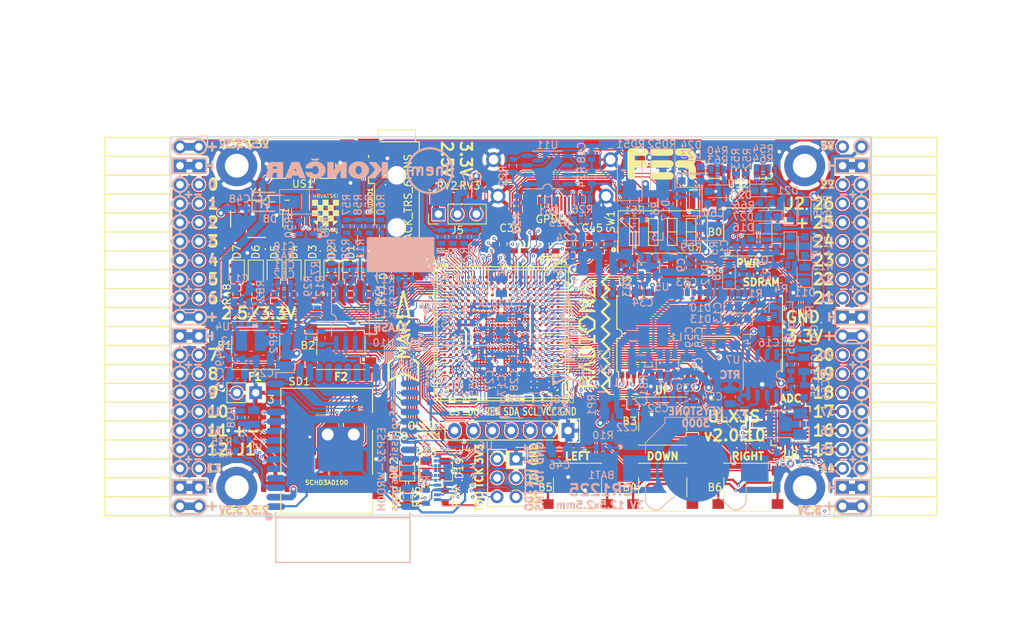
<source format=kicad_pcb>
(kicad_pcb (version 20171130) (host pcbnew 5.0.0+dfsg1-1)

  (general
    (thickness 1.6)
    (drawings 504)
    (tracks 5524)
    (zones 0)
    (modules 220)
    (nets 272)
  )

  (page A4)
  (layers
    (0 F.Cu signal)
    (1 In1.Cu signal)
    (2 In2.Cu signal)
    (31 B.Cu signal)
    (32 B.Adhes user)
    (33 F.Adhes user)
    (34 B.Paste user)
    (35 F.Paste user)
    (36 B.SilkS user)
    (37 F.SilkS user)
    (38 B.Mask user)
    (39 F.Mask user)
    (40 Dwgs.User user)
    (41 Cmts.User user)
    (42 Eco1.User user)
    (43 Eco2.User user)
    (44 Edge.Cuts user)
    (45 Margin user)
    (46 B.CrtYd user)
    (47 F.CrtYd user)
    (48 B.Fab user hide)
    (49 F.Fab user)
  )

  (setup
    (last_trace_width 0.3)
    (trace_clearance 0.127)
    (zone_clearance 0.127)
    (zone_45_only no)
    (trace_min 0.127)
    (segment_width 0.2)
    (edge_width 0.2)
    (via_size 0.419)
    (via_drill 0.2)
    (via_min_size 0.419)
    (via_min_drill 0.2)
    (uvia_size 0.3)
    (uvia_drill 0.1)
    (uvias_allowed no)
    (uvia_min_size 0.2)
    (uvia_min_drill 0.1)
    (pcb_text_width 0.3)
    (pcb_text_size 1.5 1.5)
    (mod_edge_width 0.15)
    (mod_text_size 1 1)
    (mod_text_width 0.15)
    (pad_size 0.4 0.4)
    (pad_drill 0)
    (pad_to_mask_clearance 0.05)
    (aux_axis_origin 94.1 112.22)
    (grid_origin 134.08 92.2)
    (visible_elements 7FFFF7FF)
    (pcbplotparams
      (layerselection 0x010fc_ffffffff)
      (usegerberextensions true)
      (usegerberattributes false)
      (usegerberadvancedattributes false)
      (creategerberjobfile false)
      (excludeedgelayer true)
      (linewidth 0.100000)
      (plotframeref false)
      (viasonmask false)
      (mode 1)
      (useauxorigin false)
      (hpglpennumber 1)
      (hpglpenspeed 20)
      (hpglpendiameter 15.000000)
      (psnegative false)
      (psa4output false)
      (plotreference true)
      (plotvalue true)
      (plotinvisibletext false)
      (padsonsilk false)
      (subtractmaskfromsilk true)
      (outputformat 1)
      (mirror false)
      (drillshape 0)
      (scaleselection 1)
      (outputdirectory "plot"))
  )

  (net 0 "")
  (net 1 GND)
  (net 2 +5V)
  (net 3 /gpio/IN5V)
  (net 4 /gpio/OUT5V)
  (net 5 +3V3)
  (net 6 BTN_D)
  (net 7 BTN_F1)
  (net 8 BTN_F2)
  (net 9 BTN_L)
  (net 10 BTN_R)
  (net 11 BTN_U)
  (net 12 /power/FB1)
  (net 13 +2V5)
  (net 14 /power/PWREN)
  (net 15 /power/FB3)
  (net 16 /power/FB2)
  (net 17 /power/VBAT)
  (net 18 JTAG_TDI)
  (net 19 JTAG_TCK)
  (net 20 JTAG_TMS)
  (net 21 JTAG_TDO)
  (net 22 /power/WAKEUPn)
  (net 23 /power/WKUP)
  (net 24 /power/SHUT)
  (net 25 /power/WAKE)
  (net 26 /power/HOLD)
  (net 27 /power/WKn)
  (net 28 /power/OSCI_32k)
  (net 29 /power/OSCO_32k)
  (net 30 SHUTDOWN)
  (net 31 GPDI_SDA)
  (net 32 GPDI_SCL)
  (net 33 /gpdi/VREF2)
  (net 34 SD_CMD)
  (net 35 SD_CLK)
  (net 36 SD_D0)
  (net 37 SD_D1)
  (net 38 USB5V)
  (net 39 GPDI_CEC)
  (net 40 nRESET)
  (net 41 FTDI_nDTR)
  (net 42 SDRAM_CKE)
  (net 43 SDRAM_A7)
  (net 44 SDRAM_D15)
  (net 45 SDRAM_BA1)
  (net 46 SDRAM_D7)
  (net 47 SDRAM_A6)
  (net 48 SDRAM_CLK)
  (net 49 SDRAM_D13)
  (net 50 SDRAM_BA0)
  (net 51 SDRAM_D6)
  (net 52 SDRAM_A5)
  (net 53 SDRAM_D14)
  (net 54 SDRAM_A11)
  (net 55 SDRAM_D12)
  (net 56 SDRAM_D5)
  (net 57 SDRAM_A4)
  (net 58 SDRAM_A10)
  (net 59 SDRAM_D11)
  (net 60 SDRAM_A3)
  (net 61 SDRAM_D4)
  (net 62 SDRAM_D10)
  (net 63 SDRAM_D9)
  (net 64 SDRAM_A9)
  (net 65 SDRAM_D3)
  (net 66 SDRAM_D8)
  (net 67 SDRAM_A8)
  (net 68 SDRAM_A2)
  (net 69 SDRAM_A1)
  (net 70 SDRAM_A0)
  (net 71 SDRAM_D2)
  (net 72 SDRAM_D1)
  (net 73 SDRAM_D0)
  (net 74 SDRAM_DQM0)
  (net 75 SDRAM_nCS)
  (net 76 SDRAM_nRAS)
  (net 77 SDRAM_DQM1)
  (net 78 SDRAM_nCAS)
  (net 79 SDRAM_nWE)
  (net 80 /flash/FLASH_nWP)
  (net 81 /flash/FLASH_nHOLD)
  (net 82 /flash/FLASH_MOSI)
  (net 83 /flash/FLASH_MISO)
  (net 84 /flash/FLASH_SCK)
  (net 85 /flash/FLASH_nCS)
  (net 86 /flash/FPGA_PROGRAMN)
  (net 87 /flash/FPGA_DONE)
  (net 88 /flash/FPGA_INITN)
  (net 89 OLED_RES)
  (net 90 OLED_DC)
  (net 91 OLED_CS)
  (net 92 WIFI_EN)
  (net 93 FTDI_nRTS)
  (net 94 FTDI_TXD)
  (net 95 FTDI_RXD)
  (net 96 WIFI_RXD)
  (net 97 WIFI_GPIO0)
  (net 98 WIFI_TXD)
  (net 99 USB_FTDI_D+)
  (net 100 USB_FTDI_D-)
  (net 101 SD_D3)
  (net 102 AUDIO_L3)
  (net 103 AUDIO_L2)
  (net 104 AUDIO_L1)
  (net 105 AUDIO_L0)
  (net 106 AUDIO_R3)
  (net 107 AUDIO_R2)
  (net 108 AUDIO_R1)
  (net 109 AUDIO_R0)
  (net 110 OLED_CLK)
  (net 111 OLED_MOSI)
  (net 112 LED0)
  (net 113 LED1)
  (net 114 LED2)
  (net 115 LED3)
  (net 116 LED4)
  (net 117 LED5)
  (net 118 LED6)
  (net 119 LED7)
  (net 120 BTN_PWRn)
  (net 121 FTDI_nTXLED)
  (net 122 FTDI_nSLEEP)
  (net 123 /blinkey/LED_PWREN)
  (net 124 /blinkey/LED_TXLED)
  (net 125 /sdcard/SD3V3)
  (net 126 SD_D2)
  (net 127 CLK_25MHz)
  (net 128 /blinkey/BTNPUL)
  (net 129 /blinkey/BTNPUR)
  (net 130 USB_FPGA_D+)
  (net 131 /power/FTDI_nSUSPEND)
  (net 132 /blinkey/ALED0)
  (net 133 /blinkey/ALED1)
  (net 134 /blinkey/ALED2)
  (net 135 /blinkey/ALED3)
  (net 136 /blinkey/ALED4)
  (net 137 /blinkey/ALED5)
  (net 138 /blinkey/ALED6)
  (net 139 /blinkey/ALED7)
  (net 140 /usb/FTD-)
  (net 141 /usb/FTD+)
  (net 142 ADC_MISO)
  (net 143 ADC_MOSI)
  (net 144 ADC_CSn)
  (net 145 ADC_SCLK)
  (net 146 SW3)
  (net 147 SW2)
  (net 148 SW1)
  (net 149 USB_FPGA_D-)
  (net 150 /usb/FPD+)
  (net 151 /usb/FPD-)
  (net 152 WIFI_GPIO16)
  (net 153 /usb/ANT_433MHz)
  (net 154 PROG_DONE)
  (net 155 /power/P3V3)
  (net 156 /power/P2V5)
  (net 157 /power/L1)
  (net 158 /power/L3)
  (net 159 /power/L2)
  (net 160 FTDI_TXDEN)
  (net 161 SDRAM_A12)
  (net 162 /analog/AUDIO_V)
  (net 163 AUDIO_V3)
  (net 164 AUDIO_V2)
  (net 165 AUDIO_V1)
  (net 166 AUDIO_V0)
  (net 167 /blinkey/LED_WIFI)
  (net 168 /power/P1V1)
  (net 169 +1V1)
  (net 170 SW4)
  (net 171 /blinkey/SWPU)
  (net 172 /wifi/WIFIEN)
  (net 173 FT2V5)
  (net 174 GN0)
  (net 175 GP0)
  (net 176 GN1)
  (net 177 GP1)
  (net 178 GN2)
  (net 179 GP2)
  (net 180 GN3)
  (net 181 GP3)
  (net 182 GN4)
  (net 183 GP4)
  (net 184 GN5)
  (net 185 GP5)
  (net 186 GN6)
  (net 187 GP6)
  (net 188 GN14)
  (net 189 GP14)
  (net 190 GN15)
  (net 191 GP15)
  (net 192 GN16)
  (net 193 GP16)
  (net 194 GN17)
  (net 195 GP17)
  (net 196 GN18)
  (net 197 GP18)
  (net 198 GN19)
  (net 199 GP19)
  (net 200 GN20)
  (net 201 GP20)
  (net 202 GN21)
  (net 203 GP21)
  (net 204 GN22)
  (net 205 GP22)
  (net 206 GN23)
  (net 207 GP23)
  (net 208 GN24)
  (net 209 GP24)
  (net 210 GN25)
  (net 211 GP25)
  (net 212 GN26)
  (net 213 GP26)
  (net 214 GN27)
  (net 215 GP27)
  (net 216 GN7)
  (net 217 GP7)
  (net 218 GN8)
  (net 219 GP8)
  (net 220 GN9)
  (net 221 GP9)
  (net 222 GN10)
  (net 223 GP10)
  (net 224 GN11)
  (net 225 GP11)
  (net 226 GN12)
  (net 227 GP12)
  (net 228 GN13)
  (net 229 GP13)
  (net 230 WIFI_GPIO5)
  (net 231 WIFI_GPIO17)
  (net 232 USB_FPGA_PULL_D+)
  (net 233 USB_FPGA_PULL_D-)
  (net 234 "Net-(D23-Pad2)")
  (net 235 "Net-(D24-Pad1)")
  (net 236 "Net-(D25-Pad2)")
  (net 237 "Net-(D26-Pad1)")
  (net 238 /gpdi/GPDI_ETH+)
  (net 239 FPDI_ETH+)
  (net 240 /gpdi/GPDI_ETH-)
  (net 241 FPDI_ETH-)
  (net 242 /gpdi/GPDI_D2-)
  (net 243 FPDI_D2-)
  (net 244 /gpdi/GPDI_D1-)
  (net 245 FPDI_D1-)
  (net 246 /gpdi/GPDI_D0-)
  (net 247 FPDI_D0-)
  (net 248 /gpdi/GPDI_CLK-)
  (net 249 FPDI_CLK-)
  (net 250 /gpdi/GPDI_D2+)
  (net 251 FPDI_D2+)
  (net 252 /gpdi/GPDI_D1+)
  (net 253 FPDI_D1+)
  (net 254 /gpdi/GPDI_D0+)
  (net 255 FPDI_D0+)
  (net 256 /gpdi/GPDI_CLK+)
  (net 257 FPDI_CLK+)
  (net 258 FPDI_SDA)
  (net 259 FPDI_SCL)
  (net 260 /gpdi/FPDI_CEC)
  (net 261 2V5_3V3)
  (net 262 /usb/US2VBUS)
  (net 263 /power/SHD)
  (net 264 /power/RTCVDD)
  (net 265 "Net-(D27-Pad2)")
  (net 266 US2_ID)
  (net 267 /analog/AUDIO_L)
  (net 268 /analog/AUDIO_R)
  (net 269 /analog/ADC3V3)
  (net 270 PWRBTn)
  (net 271 USER_PROGRAMN)

  (net_class Default "This is the default net class."
    (clearance 0.127)
    (trace_width 0.3)
    (via_dia 0.419)
    (via_drill 0.2)
    (uvia_dia 0.3)
    (uvia_drill 0.1)
    (add_net +5V)
    (add_net /analog/ADC3V3)
    (add_net /analog/AUDIO_L)
    (add_net /analog/AUDIO_R)
    (add_net /analog/AUDIO_V)
    (add_net /blinkey/ALED0)
    (add_net /blinkey/ALED1)
    (add_net /blinkey/ALED2)
    (add_net /blinkey/ALED3)
    (add_net /blinkey/ALED4)
    (add_net /blinkey/ALED5)
    (add_net /blinkey/ALED6)
    (add_net /blinkey/ALED7)
    (add_net /blinkey/BTNPUL)
    (add_net /blinkey/BTNPUR)
    (add_net /blinkey/LED_PWREN)
    (add_net /blinkey/LED_TXLED)
    (add_net /blinkey/LED_WIFI)
    (add_net /blinkey/SWPU)
    (add_net /gpdi/GPDI_CLK+)
    (add_net /gpdi/GPDI_CLK-)
    (add_net /gpdi/GPDI_D0+)
    (add_net /gpdi/GPDI_D0-)
    (add_net /gpdi/GPDI_D1+)
    (add_net /gpdi/GPDI_D1-)
    (add_net /gpdi/GPDI_D2+)
    (add_net /gpdi/GPDI_D2-)
    (add_net /gpdi/GPDI_ETH+)
    (add_net /gpdi/GPDI_ETH-)
    (add_net /gpdi/VREF2)
    (add_net /gpio/IN5V)
    (add_net /gpio/OUT5V)
    (add_net /power/FB1)
    (add_net /power/FB2)
    (add_net /power/FB3)
    (add_net /power/FTDI_nSUSPEND)
    (add_net /power/HOLD)
    (add_net /power/L1)
    (add_net /power/L2)
    (add_net /power/L3)
    (add_net /power/OSCI_32k)
    (add_net /power/OSCO_32k)
    (add_net /power/P1V1)
    (add_net /power/P2V5)
    (add_net /power/P3V3)
    (add_net /power/PWREN)
    (add_net /power/RTCVDD)
    (add_net /power/SHD)
    (add_net /power/SHUT)
    (add_net /power/VBAT)
    (add_net /power/WAKE)
    (add_net /power/WAKEUPn)
    (add_net /power/WKUP)
    (add_net /power/WKn)
    (add_net /sdcard/SD3V3)
    (add_net /usb/ANT_433MHz)
    (add_net /usb/FPD+)
    (add_net /usb/FPD-)
    (add_net /usb/FTD+)
    (add_net /usb/FTD-)
    (add_net /usb/US2VBUS)
    (add_net /wifi/WIFIEN)
    (add_net FT2V5)
    (add_net "Net-(D23-Pad2)")
    (add_net "Net-(D24-Pad1)")
    (add_net "Net-(D25-Pad2)")
    (add_net "Net-(D26-Pad1)")
    (add_net "Net-(D27-Pad2)")
    (add_net PWRBTn)
    (add_net US2_ID)
    (add_net USB5V)
  )

  (net_class BGA ""
    (clearance 0.127)
    (trace_width 0.127)
    (via_dia 0.419)
    (via_drill 0.2)
    (uvia_dia 0.3)
    (uvia_drill 0.1)
    (add_net /flash/FLASH_MISO)
    (add_net /flash/FLASH_MOSI)
    (add_net /flash/FLASH_SCK)
    (add_net /flash/FLASH_nCS)
    (add_net /flash/FLASH_nHOLD)
    (add_net /flash/FLASH_nWP)
    (add_net /flash/FPGA_DONE)
    (add_net /flash/FPGA_INITN)
    (add_net /flash/FPGA_PROGRAMN)
    (add_net /gpdi/FPDI_CEC)
    (add_net ADC_CSn)
    (add_net ADC_MISO)
    (add_net ADC_MOSI)
    (add_net ADC_SCLK)
    (add_net AUDIO_L0)
    (add_net AUDIO_L1)
    (add_net AUDIO_L2)
    (add_net AUDIO_L3)
    (add_net AUDIO_R0)
    (add_net AUDIO_R1)
    (add_net AUDIO_R2)
    (add_net AUDIO_R3)
    (add_net AUDIO_V0)
    (add_net AUDIO_V1)
    (add_net AUDIO_V2)
    (add_net AUDIO_V3)
    (add_net BTN_D)
    (add_net BTN_F1)
    (add_net BTN_F2)
    (add_net BTN_L)
    (add_net BTN_PWRn)
    (add_net BTN_R)
    (add_net BTN_U)
    (add_net CLK_25MHz)
    (add_net FPDI_CLK+)
    (add_net FPDI_CLK-)
    (add_net FPDI_D0+)
    (add_net FPDI_D0-)
    (add_net FPDI_D1+)
    (add_net FPDI_D1-)
    (add_net FPDI_D2+)
    (add_net FPDI_D2-)
    (add_net FPDI_ETH+)
    (add_net FPDI_ETH-)
    (add_net FPDI_SCL)
    (add_net FPDI_SDA)
    (add_net FTDI_RXD)
    (add_net FTDI_TXD)
    (add_net FTDI_TXDEN)
    (add_net FTDI_nDTR)
    (add_net FTDI_nRTS)
    (add_net FTDI_nSLEEP)
    (add_net FTDI_nTXLED)
    (add_net GN0)
    (add_net GN1)
    (add_net GN10)
    (add_net GN11)
    (add_net GN12)
    (add_net GN13)
    (add_net GN14)
    (add_net GN15)
    (add_net GN16)
    (add_net GN17)
    (add_net GN18)
    (add_net GN19)
    (add_net GN2)
    (add_net GN20)
    (add_net GN21)
    (add_net GN22)
    (add_net GN23)
    (add_net GN24)
    (add_net GN25)
    (add_net GN26)
    (add_net GN27)
    (add_net GN3)
    (add_net GN4)
    (add_net GN5)
    (add_net GN6)
    (add_net GN7)
    (add_net GN8)
    (add_net GN9)
    (add_net GND)
    (add_net GP0)
    (add_net GP1)
    (add_net GP10)
    (add_net GP11)
    (add_net GP12)
    (add_net GP13)
    (add_net GP14)
    (add_net GP15)
    (add_net GP16)
    (add_net GP17)
    (add_net GP18)
    (add_net GP19)
    (add_net GP2)
    (add_net GP20)
    (add_net GP21)
    (add_net GP22)
    (add_net GP23)
    (add_net GP24)
    (add_net GP25)
    (add_net GP26)
    (add_net GP27)
    (add_net GP3)
    (add_net GP4)
    (add_net GP5)
    (add_net GP6)
    (add_net GP7)
    (add_net GP8)
    (add_net GP9)
    (add_net GPDI_CEC)
    (add_net GPDI_SCL)
    (add_net GPDI_SDA)
    (add_net JTAG_TCK)
    (add_net JTAG_TDI)
    (add_net JTAG_TDO)
    (add_net JTAG_TMS)
    (add_net LED0)
    (add_net LED1)
    (add_net LED2)
    (add_net LED3)
    (add_net LED4)
    (add_net LED5)
    (add_net LED6)
    (add_net LED7)
    (add_net OLED_CLK)
    (add_net OLED_CS)
    (add_net OLED_DC)
    (add_net OLED_MOSI)
    (add_net OLED_RES)
    (add_net PROG_DONE)
    (add_net SDRAM_A0)
    (add_net SDRAM_A1)
    (add_net SDRAM_A10)
    (add_net SDRAM_A11)
    (add_net SDRAM_A12)
    (add_net SDRAM_A2)
    (add_net SDRAM_A3)
    (add_net SDRAM_A4)
    (add_net SDRAM_A5)
    (add_net SDRAM_A6)
    (add_net SDRAM_A7)
    (add_net SDRAM_A8)
    (add_net SDRAM_A9)
    (add_net SDRAM_BA0)
    (add_net SDRAM_BA1)
    (add_net SDRAM_CKE)
    (add_net SDRAM_CLK)
    (add_net SDRAM_D0)
    (add_net SDRAM_D1)
    (add_net SDRAM_D10)
    (add_net SDRAM_D11)
    (add_net SDRAM_D12)
    (add_net SDRAM_D13)
    (add_net SDRAM_D14)
    (add_net SDRAM_D15)
    (add_net SDRAM_D2)
    (add_net SDRAM_D3)
    (add_net SDRAM_D4)
    (add_net SDRAM_D5)
    (add_net SDRAM_D6)
    (add_net SDRAM_D7)
    (add_net SDRAM_D8)
    (add_net SDRAM_D9)
    (add_net SDRAM_DQM0)
    (add_net SDRAM_DQM1)
    (add_net SDRAM_nCAS)
    (add_net SDRAM_nCS)
    (add_net SDRAM_nRAS)
    (add_net SDRAM_nWE)
    (add_net SD_CLK)
    (add_net SD_CMD)
    (add_net SD_D0)
    (add_net SD_D1)
    (add_net SD_D2)
    (add_net SD_D3)
    (add_net SHUTDOWN)
    (add_net SW1)
    (add_net SW2)
    (add_net SW3)
    (add_net SW4)
    (add_net USB_FPGA_D+)
    (add_net USB_FPGA_D-)
    (add_net USB_FPGA_PULL_D+)
    (add_net USB_FPGA_PULL_D-)
    (add_net USB_FTDI_D+)
    (add_net USB_FTDI_D-)
    (add_net USER_PROGRAMN)
    (add_net WIFI_EN)
    (add_net WIFI_GPIO0)
    (add_net WIFI_GPIO16)
    (add_net WIFI_GPIO17)
    (add_net WIFI_GPIO5)
    (add_net WIFI_RXD)
    (add_net WIFI_TXD)
    (add_net nRESET)
  )

  (net_class Medium ""
    (clearance 0.127)
    (trace_width 0.127)
    (via_dia 0.419)
    (via_drill 0.2)
    (uvia_dia 0.3)
    (uvia_drill 0.1)
    (add_net +1V1)
    (add_net +2V5)
    (add_net +3V3)
    (add_net 2V5_3V3)
  )

  (module lfe5bg381:BGA-381_pitch0.8mm_dia0.4mm (layer F.Cu) (tedit 5B6D6A17) (tstamp 58D8D57E)
    (at 138.48 87.8)
    (path /56AC389C/5A0783C9)
    (attr smd)
    (fp_text reference U1 (at -8.2 -9.8) (layer F.SilkS)
      (effects (font (size 1 1) (thickness 0.15)))
    )
    (fp_text value LFE5U-85F-6BG381C (at 0.07 -11.902) (layer F.Fab)
      (effects (font (size 1 1) (thickness 0.15)))
    )
    (fp_line (start -8.6 -8.6) (end 8.6 -8.6) (layer F.SilkS) (width 0.15))
    (fp_line (start 8.6 -8.6) (end 8.6 8.6) (layer F.SilkS) (width 0.15))
    (fp_line (start 8.6 8.6) (end -8.6 8.6) (layer F.SilkS) (width 0.15))
    (fp_line (start -8.6 8.6) (end -8.6 -8.6) (layer F.SilkS) (width 0.15))
    (fp_line (start -9 -9) (end 9 -9) (layer F.SilkS) (width 0.15))
    (fp_line (start 9 -9) (end 9 9) (layer F.SilkS) (width 0.15))
    (fp_line (start 9 9) (end -9 9) (layer F.SilkS) (width 0.15))
    (fp_line (start -9 9) (end -9 -9) (layer F.SilkS) (width 0.15))
    (fp_line (start -8.2 -9) (end -9 -8.2) (layer F.SilkS) (width 0.15))
    (fp_line (start -7.6 7.4) (end -7.6 7.6) (layer F.SilkS) (width 0.15))
    (fp_line (start -7.6 7.6) (end -7.4 7.6) (layer F.SilkS) (width 0.15))
    (fp_line (start 7.4 7.6) (end 7.6 7.6) (layer F.SilkS) (width 0.15))
    (fp_line (start 7.6 7.6) (end 7.6 7.4) (layer F.SilkS) (width 0.15))
    (fp_line (start 7.4 -7.6) (end 7.6 -7.6) (layer F.SilkS) (width 0.15))
    (fp_line (start 7.6 -7.6) (end 7.6 -7.4) (layer F.SilkS) (width 0.15))
    (fp_line (start -7.6 -7.4) (end -7.6 -7.6) (layer F.SilkS) (width 0.15))
    (fp_line (start -7.6 -7.6) (end -7.4 -7.6) (layer F.SilkS) (width 0.15))
    (pad Y19 smd circle (at 6.8 7.6) (size 0.4 0.4) (layers F.Cu F.Paste F.Mask)
      (net 1 GND) (solder_mask_margin 0.05) (solder_paste_margin -0.025))
    (pad Y17 smd circle (at 5.2 7.6) (size 0.4 0.4) (layers F.Cu F.Paste F.Mask)
      (net 1 GND) (solder_mask_margin 0.05) (solder_paste_margin -0.025))
    (pad Y16 smd circle (at 4.4 7.6) (size 0.4 0.4) (layers F.Cu F.Paste F.Mask)
      (net 1 GND) (solder_mask_margin 0.05) (solder_paste_margin -0.025))
    (pad Y15 smd circle (at 3.6 7.6) (size 0.4 0.4) (layers F.Cu F.Paste F.Mask)
      (net 1 GND) (solder_mask_margin 0.05) (solder_paste_margin -0.025))
    (pad Y14 smd circle (at 2.8 7.6) (size 0.4 0.4) (layers F.Cu F.Paste F.Mask)
      (net 1 GND) (solder_mask_margin 0.05) (solder_paste_margin -0.025))
    (pad Y12 smd circle (at 1.2 7.6) (size 0.4 0.4) (layers F.Cu F.Paste F.Mask)
      (net 1 GND) (solder_mask_margin 0.05) (solder_paste_margin -0.025))
    (pad Y11 smd circle (at 0.4 7.6) (size 0.4 0.4) (layers F.Cu F.Paste F.Mask)
      (net 1 GND) (solder_mask_margin 0.05) (solder_paste_margin -0.025))
    (pad Y8 smd circle (at -2 7.6) (size 0.4 0.4) (layers F.Cu F.Paste F.Mask)
      (net 1 GND) (solder_mask_margin 0.05) (solder_paste_margin -0.025))
    (pad Y7 smd circle (at -2.8 7.6) (size 0.4 0.4) (layers F.Cu F.Paste F.Mask)
      (net 1 GND) (solder_mask_margin 0.05) (solder_paste_margin -0.025))
    (pad Y6 smd circle (at -3.6 7.6) (size 0.4 0.4) (layers F.Cu F.Paste F.Mask)
      (net 1 GND) (solder_mask_margin 0.05) (solder_paste_margin -0.025))
    (pad Y5 smd circle (at -4.4 7.6) (size 0.4 0.4) (layers F.Cu F.Paste F.Mask)
      (net 1 GND) (solder_mask_margin 0.05) (solder_paste_margin -0.025))
    (pad Y3 smd circle (at -6 7.6) (size 0.4 0.4) (layers F.Cu F.Paste F.Mask)
      (net 87 /flash/FPGA_DONE) (solder_mask_margin 0.05) (solder_paste_margin -0.025))
    (pad Y2 smd circle (at -6.8 7.6) (size 0.4 0.4) (layers F.Cu F.Paste F.Mask)
      (net 80 /flash/FLASH_nWP) (solder_mask_margin 0.05) (solder_paste_margin -0.025))
    (pad W20 smd circle (at 7.6 6.8) (size 0.4 0.4) (layers F.Cu F.Paste F.Mask)
      (net 1 GND) (solder_mask_margin 0.05) (solder_paste_margin -0.025))
    (pad W19 smd circle (at 6.8 6.8) (size 0.4 0.4) (layers F.Cu F.Paste F.Mask)
      (net 1 GND) (solder_mask_margin 0.05) (solder_paste_margin -0.025))
    (pad W18 smd circle (at 6 6.8) (size 0.4 0.4) (layers F.Cu F.Paste F.Mask)
      (solder_mask_margin 0.05) (solder_paste_margin -0.025))
    (pad W17 smd circle (at 5.2 6.8) (size 0.4 0.4) (layers F.Cu F.Paste F.Mask)
      (solder_mask_margin 0.05) (solder_paste_margin -0.025))
    (pad W16 smd circle (at 4.4 6.8) (size 0.4 0.4) (layers F.Cu F.Paste F.Mask)
      (net 1 GND) (solder_mask_margin 0.05) (solder_paste_margin -0.025))
    (pad W15 smd circle (at 3.6 6.8) (size 0.4 0.4) (layers F.Cu F.Paste F.Mask)
      (net 1 GND) (solder_mask_margin 0.05) (solder_paste_margin -0.025))
    (pad W14 smd circle (at 2.8 6.8) (size 0.4 0.4) (layers F.Cu F.Paste F.Mask)
      (solder_mask_margin 0.05) (solder_paste_margin -0.025))
    (pad W13 smd circle (at 2 6.8) (size 0.4 0.4) (layers F.Cu F.Paste F.Mask)
      (solder_mask_margin 0.05) (solder_paste_margin -0.025))
    (pad W12 smd circle (at 1.2 6.8) (size 0.4 0.4) (layers F.Cu F.Paste F.Mask)
      (net 1 GND) (solder_mask_margin 0.05) (solder_paste_margin -0.025))
    (pad W11 smd circle (at 0.4 6.8) (size 0.4 0.4) (layers F.Cu F.Paste F.Mask)
      (solder_mask_margin 0.05) (solder_paste_margin -0.025))
    (pad W10 smd circle (at -0.4 6.8) (size 0.4 0.4) (layers F.Cu F.Paste F.Mask)
      (solder_mask_margin 0.05) (solder_paste_margin -0.025))
    (pad W9 smd circle (at -1.2 6.8) (size 0.4 0.4) (layers F.Cu F.Paste F.Mask)
      (solder_mask_margin 0.05) (solder_paste_margin -0.025))
    (pad W8 smd circle (at -2 6.8) (size 0.4 0.4) (layers F.Cu F.Paste F.Mask)
      (solder_mask_margin 0.05) (solder_paste_margin -0.025))
    (pad W7 smd circle (at -2.8 6.8) (size 0.4 0.4) (layers F.Cu F.Paste F.Mask)
      (net 1 GND) (solder_mask_margin 0.05) (solder_paste_margin -0.025))
    (pad W6 smd circle (at -3.6 6.8) (size 0.4 0.4) (layers F.Cu F.Paste F.Mask)
      (net 1 GND) (solder_mask_margin 0.05) (solder_paste_margin -0.025))
    (pad W5 smd circle (at -4.4 6.8) (size 0.4 0.4) (layers F.Cu F.Paste F.Mask)
      (solder_mask_margin 0.05) (solder_paste_margin -0.025))
    (pad W4 smd circle (at -5.2 6.8) (size 0.4 0.4) (layers F.Cu F.Paste F.Mask)
      (solder_mask_margin 0.05) (solder_paste_margin -0.025))
    (pad W3 smd circle (at -6 6.8) (size 0.4 0.4) (layers F.Cu F.Paste F.Mask)
      (net 86 /flash/FPGA_PROGRAMN) (solder_mask_margin 0.05) (solder_paste_margin -0.025))
    (pad W2 smd circle (at -6.8 6.8) (size 0.4 0.4) (layers F.Cu F.Paste F.Mask)
      (net 82 /flash/FLASH_MOSI) (solder_mask_margin 0.05) (solder_paste_margin -0.025))
    (pad W1 smd circle (at -7.6 6.8) (size 0.4 0.4) (layers F.Cu F.Paste F.Mask)
      (net 81 /flash/FLASH_nHOLD) (solder_mask_margin 0.05) (solder_paste_margin -0.025))
    (pad V20 smd circle (at 7.6 6) (size 0.4 0.4) (layers F.Cu F.Paste F.Mask)
      (net 1 GND) (solder_mask_margin 0.05) (solder_paste_margin -0.025))
    (pad V19 smd circle (at 6.8 6) (size 0.4 0.4) (layers F.Cu F.Paste F.Mask)
      (net 1 GND) (solder_mask_margin 0.05) (solder_paste_margin -0.025))
    (pad V18 smd circle (at 6 6) (size 0.4 0.4) (layers F.Cu F.Paste F.Mask)
      (net 1 GND) (solder_mask_margin 0.05) (solder_paste_margin -0.025))
    (pad V17 smd circle (at 5.2 6) (size 0.4 0.4) (layers F.Cu F.Paste F.Mask)
      (net 1 GND) (solder_mask_margin 0.05) (solder_paste_margin -0.025))
    (pad V16 smd circle (at 4.4 6) (size 0.4 0.4) (layers F.Cu F.Paste F.Mask)
      (net 1 GND) (solder_mask_margin 0.05) (solder_paste_margin -0.025))
    (pad V15 smd circle (at 3.6 6) (size 0.4 0.4) (layers F.Cu F.Paste F.Mask)
      (net 1 GND) (solder_mask_margin 0.05) (solder_paste_margin -0.025))
    (pad V14 smd circle (at 2.8 6) (size 0.4 0.4) (layers F.Cu F.Paste F.Mask)
      (net 1 GND) (solder_mask_margin 0.05) (solder_paste_margin -0.025))
    (pad V13 smd circle (at 2 6) (size 0.4 0.4) (layers F.Cu F.Paste F.Mask)
      (net 1 GND) (solder_mask_margin 0.05) (solder_paste_margin -0.025))
    (pad V12 smd circle (at 1.2 6) (size 0.4 0.4) (layers F.Cu F.Paste F.Mask)
      (net 1 GND) (solder_mask_margin 0.05) (solder_paste_margin -0.025))
    (pad V11 smd circle (at 0.4 6) (size 0.4 0.4) (layers F.Cu F.Paste F.Mask)
      (net 1 GND) (solder_mask_margin 0.05) (solder_paste_margin -0.025))
    (pad V10 smd circle (at -0.4 6) (size 0.4 0.4) (layers F.Cu F.Paste F.Mask)
      (net 1 GND) (solder_mask_margin 0.05) (solder_paste_margin -0.025))
    (pad V9 smd circle (at -1.2 6) (size 0.4 0.4) (layers F.Cu F.Paste F.Mask)
      (net 1 GND) (solder_mask_margin 0.05) (solder_paste_margin -0.025))
    (pad V8 smd circle (at -2 6) (size 0.4 0.4) (layers F.Cu F.Paste F.Mask)
      (net 1 GND) (solder_mask_margin 0.05) (solder_paste_margin -0.025))
    (pad V7 smd circle (at -2.8 6) (size 0.4 0.4) (layers F.Cu F.Paste F.Mask)
      (net 1 GND) (solder_mask_margin 0.05) (solder_paste_margin -0.025))
    (pad V6 smd circle (at -3.6 6) (size 0.4 0.4) (layers F.Cu F.Paste F.Mask)
      (net 1 GND) (solder_mask_margin 0.05) (solder_paste_margin -0.025))
    (pad V5 smd circle (at -4.4 6) (size 0.4 0.4) (layers F.Cu F.Paste F.Mask)
      (net 1 GND) (solder_mask_margin 0.05) (solder_paste_margin -0.025))
    (pad V4 smd circle (at -5.2 6) (size 0.4 0.4) (layers F.Cu F.Paste F.Mask)
      (net 21 JTAG_TDO) (solder_mask_margin 0.05) (solder_paste_margin -0.025))
    (pad V3 smd circle (at -6 6) (size 0.4 0.4) (layers F.Cu F.Paste F.Mask)
      (net 88 /flash/FPGA_INITN) (solder_mask_margin 0.05) (solder_paste_margin -0.025))
    (pad V2 smd circle (at -6.8 6) (size 0.4 0.4) (layers F.Cu F.Paste F.Mask)
      (net 83 /flash/FLASH_MISO) (solder_mask_margin 0.05) (solder_paste_margin -0.025))
    (pad V1 smd circle (at -7.6 6) (size 0.4 0.4) (layers F.Cu F.Paste F.Mask)
      (net 6 BTN_D) (solder_mask_margin 0.05) (solder_paste_margin -0.025))
    (pad U20 smd circle (at 7.6 5.2) (size 0.4 0.4) (layers F.Cu F.Paste F.Mask)
      (net 46 SDRAM_D7) (solder_mask_margin 0.05) (solder_paste_margin -0.025))
    (pad U19 smd circle (at 6.8 5.2) (size 0.4 0.4) (layers F.Cu F.Paste F.Mask)
      (net 74 SDRAM_DQM0) (solder_mask_margin 0.05) (solder_paste_margin -0.025))
    (pad U18 smd circle (at 6 5.2) (size 0.4 0.4) (layers F.Cu F.Paste F.Mask)
      (net 189 GP14) (solder_mask_margin 0.05) (solder_paste_margin -0.025))
    (pad U17 smd circle (at 5.2 5.2) (size 0.4 0.4) (layers F.Cu F.Paste F.Mask)
      (net 188 GN14) (solder_mask_margin 0.05) (solder_paste_margin -0.025))
    (pad U16 smd circle (at 4.4 5.2) (size 0.4 0.4) (layers F.Cu F.Paste F.Mask)
      (net 142 ADC_MISO) (solder_mask_margin 0.05) (solder_paste_margin -0.025))
    (pad U15 smd circle (at 3.6 5.2) (size 0.4 0.4) (layers F.Cu F.Paste F.Mask)
      (net 1 GND) (solder_mask_margin 0.05) (solder_paste_margin -0.025))
    (pad U14 smd circle (at 2.8 5.2) (size 0.4 0.4) (layers F.Cu F.Paste F.Mask)
      (net 1 GND) (solder_mask_margin 0.05) (solder_paste_margin -0.025))
    (pad U13 smd circle (at 2 5.2) (size 0.4 0.4) (layers F.Cu F.Paste F.Mask)
      (net 1 GND) (solder_mask_margin 0.05) (solder_paste_margin -0.025))
    (pad U12 smd circle (at 1.2 5.2) (size 0.4 0.4) (layers F.Cu F.Paste F.Mask)
      (net 1 GND) (solder_mask_margin 0.05) (solder_paste_margin -0.025))
    (pad U11 smd circle (at 0.4 5.2) (size 0.4 0.4) (layers F.Cu F.Paste F.Mask)
      (net 1 GND) (solder_mask_margin 0.05) (solder_paste_margin -0.025))
    (pad U10 smd circle (at -0.4 5.2) (size 0.4 0.4) (layers F.Cu F.Paste F.Mask)
      (net 1 GND) (solder_mask_margin 0.05) (solder_paste_margin -0.025))
    (pad U9 smd circle (at -1.2 5.2) (size 0.4 0.4) (layers F.Cu F.Paste F.Mask)
      (net 1 GND) (solder_mask_margin 0.05) (solder_paste_margin -0.025))
    (pad U8 smd circle (at -2 5.2) (size 0.4 0.4) (layers F.Cu F.Paste F.Mask)
      (net 1 GND) (solder_mask_margin 0.05) (solder_paste_margin -0.025))
    (pad U7 smd circle (at -2.8 5.2) (size 0.4 0.4) (layers F.Cu F.Paste F.Mask)
      (net 1 GND) (solder_mask_margin 0.05) (solder_paste_margin -0.025))
    (pad U6 smd circle (at -3.6 5.2) (size 0.4 0.4) (layers F.Cu F.Paste F.Mask)
      (net 1 GND) (solder_mask_margin 0.05) (solder_paste_margin -0.025))
    (pad U5 smd circle (at -4.4 5.2) (size 0.4 0.4) (layers F.Cu F.Paste F.Mask)
      (net 20 JTAG_TMS) (solder_mask_margin 0.05) (solder_paste_margin -0.025))
    (pad U4 smd circle (at -5.2 5.2) (size 0.4 0.4) (layers F.Cu F.Paste F.Mask)
      (net 1 GND) (solder_mask_margin 0.05) (solder_paste_margin -0.025))
    (pad U3 smd circle (at -6 5.2) (size 0.4 0.4) (layers F.Cu F.Paste F.Mask)
      (net 84 /flash/FLASH_SCK) (solder_mask_margin 0.05) (solder_paste_margin -0.025))
    (pad U2 smd circle (at -6.8 5.2) (size 0.4 0.4) (layers F.Cu F.Paste F.Mask)
      (net 5 +3V3) (solder_mask_margin 0.05) (solder_paste_margin -0.025))
    (pad U1 smd circle (at -7.6 5.2) (size 0.4 0.4) (layers F.Cu F.Paste F.Mask)
      (net 9 BTN_L) (solder_mask_margin 0.05) (solder_paste_margin -0.025))
    (pad T20 smd circle (at 7.6 4.4) (size 0.4 0.4) (layers F.Cu F.Paste F.Mask)
      (net 79 SDRAM_nWE) (solder_mask_margin 0.05) (solder_paste_margin -0.025))
    (pad T19 smd circle (at 6.8 4.4) (size 0.4 0.4) (layers F.Cu F.Paste F.Mask)
      (net 78 SDRAM_nCAS) (solder_mask_margin 0.05) (solder_paste_margin -0.025))
    (pad T18 smd circle (at 6 4.4) (size 0.4 0.4) (layers F.Cu F.Paste F.Mask)
      (net 56 SDRAM_D5) (solder_mask_margin 0.05) (solder_paste_margin -0.025))
    (pad T17 smd circle (at 5.2 4.4) (size 0.4 0.4) (layers F.Cu F.Paste F.Mask)
      (net 51 SDRAM_D6) (solder_mask_margin 0.05) (solder_paste_margin -0.025))
    (pad T16 smd circle (at 4.4 4.4) (size 0.4 0.4) (layers F.Cu F.Paste F.Mask)
      (solder_mask_margin 0.05) (solder_paste_margin -0.025))
    (pad T15 smd circle (at 3.6 4.4) (size 0.4 0.4) (layers F.Cu F.Paste F.Mask)
      (net 1 GND) (solder_mask_margin 0.05) (solder_paste_margin -0.025))
    (pad T14 smd circle (at 2.8 4.4) (size 0.4 0.4) (layers F.Cu F.Paste F.Mask)
      (net 1 GND) (solder_mask_margin 0.05) (solder_paste_margin -0.025))
    (pad T13 smd circle (at 2 4.4) (size 0.4 0.4) (layers F.Cu F.Paste F.Mask)
      (net 1 GND) (solder_mask_margin 0.05) (solder_paste_margin -0.025))
    (pad T12 smd circle (at 1.2 4.4) (size 0.4 0.4) (layers F.Cu F.Paste F.Mask)
      (net 1 GND) (solder_mask_margin 0.05) (solder_paste_margin -0.025))
    (pad T11 smd circle (at 0.4 4.4) (size 0.4 0.4) (layers F.Cu F.Paste F.Mask)
      (net 1 GND) (solder_mask_margin 0.05) (solder_paste_margin -0.025))
    (pad T10 smd circle (at -0.4 4.4) (size 0.4 0.4) (layers F.Cu F.Paste F.Mask)
      (net 1 GND) (solder_mask_margin 0.05) (solder_paste_margin -0.025))
    (pad T9 smd circle (at -1.2 4.4) (size 0.4 0.4) (layers F.Cu F.Paste F.Mask)
      (net 1 GND) (solder_mask_margin 0.05) (solder_paste_margin -0.025))
    (pad T8 smd circle (at -2 4.4) (size 0.4 0.4) (layers F.Cu F.Paste F.Mask)
      (net 1 GND) (solder_mask_margin 0.05) (solder_paste_margin -0.025))
    (pad T7 smd circle (at -2.8 4.4) (size 0.4 0.4) (layers F.Cu F.Paste F.Mask)
      (net 1 GND) (solder_mask_margin 0.05) (solder_paste_margin -0.025))
    (pad T6 smd circle (at -3.6 4.4) (size 0.4 0.4) (layers F.Cu F.Paste F.Mask)
      (net 1 GND) (solder_mask_margin 0.05) (solder_paste_margin -0.025))
    (pad T5 smd circle (at -4.4 4.4) (size 0.4 0.4) (layers F.Cu F.Paste F.Mask)
      (net 19 JTAG_TCK) (solder_mask_margin 0.05) (solder_paste_margin -0.025))
    (pad T4 smd circle (at -5.2 4.4) (size 0.4 0.4) (layers F.Cu F.Paste F.Mask)
      (net 5 +3V3) (solder_mask_margin 0.05) (solder_paste_margin -0.025))
    (pad T3 smd circle (at -6 4.4) (size 0.4 0.4) (layers F.Cu F.Paste F.Mask)
      (net 5 +3V3) (solder_mask_margin 0.05) (solder_paste_margin -0.025))
    (pad T2 smd circle (at -6.8 4.4) (size 0.4 0.4) (layers F.Cu F.Paste F.Mask)
      (net 5 +3V3) (solder_mask_margin 0.05) (solder_paste_margin -0.025))
    (pad T1 smd circle (at -7.6 4.4) (size 0.4 0.4) (layers F.Cu F.Paste F.Mask)
      (net 8 BTN_F2) (solder_mask_margin 0.05) (solder_paste_margin -0.025))
    (pad R20 smd circle (at 7.6 3.6) (size 0.4 0.4) (layers F.Cu F.Paste F.Mask)
      (net 76 SDRAM_nRAS) (solder_mask_margin 0.05) (solder_paste_margin -0.025))
    (pad R19 smd circle (at 6.8 3.6) (size 0.4 0.4) (layers F.Cu F.Paste F.Mask)
      (net 1 GND) (solder_mask_margin 0.05) (solder_paste_margin -0.025))
    (pad R18 smd circle (at 6 3.6) (size 0.4 0.4) (layers F.Cu F.Paste F.Mask)
      (net 11 BTN_U) (solder_mask_margin 0.05) (solder_paste_margin -0.025))
    (pad R17 smd circle (at 5.2 3.6) (size 0.4 0.4) (layers F.Cu F.Paste F.Mask)
      (net 144 ADC_CSn) (solder_mask_margin 0.05) (solder_paste_margin -0.025))
    (pad R16 smd circle (at 4.4 3.6) (size 0.4 0.4) (layers F.Cu F.Paste F.Mask)
      (net 143 ADC_MOSI) (solder_mask_margin 0.05) (solder_paste_margin -0.025))
    (pad R5 smd circle (at -4.4 3.6) (size 0.4 0.4) (layers F.Cu F.Paste F.Mask)
      (net 18 JTAG_TDI) (solder_mask_margin 0.05) (solder_paste_margin -0.025))
    (pad R4 smd circle (at -5.2 3.6) (size 0.4 0.4) (layers F.Cu F.Paste F.Mask)
      (net 1 GND) (solder_mask_margin 0.05) (solder_paste_margin -0.025))
    (pad R3 smd circle (at -6 3.6) (size 0.4 0.4) (layers F.Cu F.Paste F.Mask)
      (solder_mask_margin 0.05) (solder_paste_margin -0.025))
    (pad R2 smd circle (at -6.8 3.6) (size 0.4 0.4) (layers F.Cu F.Paste F.Mask)
      (net 85 /flash/FLASH_nCS) (solder_mask_margin 0.05) (solder_paste_margin -0.025))
    (pad R1 smd circle (at -7.6 3.6) (size 0.4 0.4) (layers F.Cu F.Paste F.Mask)
      (net 7 BTN_F1) (solder_mask_margin 0.05) (solder_paste_margin -0.025))
    (pad P20 smd circle (at 7.6 2.8) (size 0.4 0.4) (layers F.Cu F.Paste F.Mask)
      (net 75 SDRAM_nCS) (solder_mask_margin 0.05) (solder_paste_margin -0.025))
    (pad P19 smd circle (at 6.8 2.8) (size 0.4 0.4) (layers F.Cu F.Paste F.Mask)
      (net 50 SDRAM_BA0) (solder_mask_margin 0.05) (solder_paste_margin -0.025))
    (pad P18 smd circle (at 6 2.8) (size 0.4 0.4) (layers F.Cu F.Paste F.Mask)
      (net 61 SDRAM_D4) (solder_mask_margin 0.05) (solder_paste_margin -0.025))
    (pad P17 smd circle (at 5.2 2.8) (size 0.4 0.4) (layers F.Cu F.Paste F.Mask)
      (net 145 ADC_SCLK) (solder_mask_margin 0.05) (solder_paste_margin -0.025))
    (pad P16 smd circle (at 4.4 2.8) (size 0.4 0.4) (layers F.Cu F.Paste F.Mask)
      (net 190 GN15) (solder_mask_margin 0.05) (solder_paste_margin -0.025))
    (pad P15 smd circle (at 3.6 2.8) (size 0.4 0.4) (layers F.Cu F.Paste F.Mask)
      (net 13 +2V5) (solder_mask_margin 0.05) (solder_paste_margin -0.025))
    (pad P14 smd circle (at 2.8 2.8) (size 0.4 0.4) (layers F.Cu F.Paste F.Mask)
      (net 1 GND) (solder_mask_margin 0.05) (solder_paste_margin -0.025))
    (pad P13 smd circle (at 2 2.8) (size 0.4 0.4) (layers F.Cu F.Paste F.Mask)
      (net 1 GND) (solder_mask_margin 0.05) (solder_paste_margin -0.025))
    (pad P12 smd circle (at 1.2 2.8) (size 0.4 0.4) (layers F.Cu F.Paste F.Mask)
      (net 1 GND) (solder_mask_margin 0.05) (solder_paste_margin -0.025))
    (pad P11 smd circle (at 0.4 2.8) (size 0.4 0.4) (layers F.Cu F.Paste F.Mask)
      (net 1 GND) (solder_mask_margin 0.05) (solder_paste_margin -0.025))
    (pad P10 smd circle (at -0.4 2.8) (size 0.4 0.4) (layers F.Cu F.Paste F.Mask)
      (net 5 +3V3) (solder_mask_margin 0.05) (solder_paste_margin -0.025))
    (pad P9 smd circle (at -1.2 2.8) (size 0.4 0.4) (layers F.Cu F.Paste F.Mask)
      (net 5 +3V3) (solder_mask_margin 0.05) (solder_paste_margin -0.025))
    (pad P8 smd circle (at -2 2.8) (size 0.4 0.4) (layers F.Cu F.Paste F.Mask)
      (net 1 GND) (solder_mask_margin 0.05) (solder_paste_margin -0.025))
    (pad P7 smd circle (at -2.8 2.8) (size 0.4 0.4) (layers F.Cu F.Paste F.Mask)
      (net 1 GND) (solder_mask_margin 0.05) (solder_paste_margin -0.025))
    (pad P6 smd circle (at -3.6 2.8) (size 0.4 0.4) (layers F.Cu F.Paste F.Mask)
      (net 13 +2V5) (solder_mask_margin 0.05) (solder_paste_margin -0.025))
    (pad P5 smd circle (at -4.4 2.8) (size 0.4 0.4) (layers F.Cu F.Paste F.Mask)
      (solder_mask_margin 0.05) (solder_paste_margin -0.025))
    (pad P4 smd circle (at -5.2 2.8) (size 0.4 0.4) (layers F.Cu F.Paste F.Mask)
      (net 110 OLED_CLK) (solder_mask_margin 0.05) (solder_paste_margin -0.025))
    (pad P3 smd circle (at -6 2.8) (size 0.4 0.4) (layers F.Cu F.Paste F.Mask)
      (net 111 OLED_MOSI) (solder_mask_margin 0.05) (solder_paste_margin -0.025))
    (pad P2 smd circle (at -6.8 2.8) (size 0.4 0.4) (layers F.Cu F.Paste F.Mask)
      (net 89 OLED_RES) (solder_mask_margin 0.05) (solder_paste_margin -0.025))
    (pad P1 smd circle (at -7.6 2.8) (size 0.4 0.4) (layers F.Cu F.Paste F.Mask)
      (net 90 OLED_DC) (solder_mask_margin 0.05) (solder_paste_margin -0.025))
    (pad N20 smd circle (at 7.6 2) (size 0.4 0.4) (layers F.Cu F.Paste F.Mask)
      (net 45 SDRAM_BA1) (solder_mask_margin 0.05) (solder_paste_margin -0.025))
    (pad N19 smd circle (at 6.8 2) (size 0.4 0.4) (layers F.Cu F.Paste F.Mask)
      (net 58 SDRAM_A10) (solder_mask_margin 0.05) (solder_paste_margin -0.025))
    (pad N18 smd circle (at 6 2) (size 0.4 0.4) (layers F.Cu F.Paste F.Mask)
      (net 65 SDRAM_D3) (solder_mask_margin 0.05) (solder_paste_margin -0.025))
    (pad N17 smd circle (at 5.2 2) (size 0.4 0.4) (layers F.Cu F.Paste F.Mask)
      (net 191 GP15) (solder_mask_margin 0.05) (solder_paste_margin -0.025))
    (pad N16 smd circle (at 4.4 2) (size 0.4 0.4) (layers F.Cu F.Paste F.Mask)
      (net 193 GP16) (solder_mask_margin 0.05) (solder_paste_margin -0.025))
    (pad N15 smd circle (at 3.6 2) (size 0.4 0.4) (layers F.Cu F.Paste F.Mask)
      (net 1 GND) (solder_mask_margin 0.05) (solder_paste_margin -0.025))
    (pad N14 smd circle (at 2.8 2) (size 0.4 0.4) (layers F.Cu F.Paste F.Mask)
      (net 1 GND) (solder_mask_margin 0.05) (solder_paste_margin -0.025))
    (pad N13 smd circle (at 2 2) (size 0.4 0.4) (layers F.Cu F.Paste F.Mask)
      (net 169 +1V1) (solder_mask_margin 0.05) (solder_paste_margin -0.025))
    (pad N12 smd circle (at 1.2 2) (size 0.4 0.4) (layers F.Cu F.Paste F.Mask)
      (net 169 +1V1) (solder_mask_margin 0.05) (solder_paste_margin -0.025))
    (pad N11 smd circle (at 0.4 2) (size 0.4 0.4) (layers F.Cu F.Paste F.Mask)
      (net 169 +1V1) (solder_mask_margin 0.05) (solder_paste_margin -0.025))
    (pad N10 smd circle (at -0.4 2) (size 0.4 0.4) (layers F.Cu F.Paste F.Mask)
      (net 169 +1V1) (solder_mask_margin 0.05) (solder_paste_margin -0.025))
    (pad N9 smd circle (at -1.2 2) (size 0.4 0.4) (layers F.Cu F.Paste F.Mask)
      (net 169 +1V1) (solder_mask_margin 0.05) (solder_paste_margin -0.025))
    (pad N8 smd circle (at -2 2) (size 0.4 0.4) (layers F.Cu F.Paste F.Mask)
      (net 169 +1V1) (solder_mask_margin 0.05) (solder_paste_margin -0.025))
    (pad N7 smd circle (at -2.8 2) (size 0.4 0.4) (layers F.Cu F.Paste F.Mask)
      (net 1 GND) (solder_mask_margin 0.05) (solder_paste_margin -0.025))
    (pad N6 smd circle (at -3.6 2) (size 0.4 0.4) (layers F.Cu F.Paste F.Mask)
      (net 1 GND) (solder_mask_margin 0.05) (solder_paste_margin -0.025))
    (pad N5 smd circle (at -4.4 2) (size 0.4 0.4) (layers F.Cu F.Paste F.Mask)
      (solder_mask_margin 0.05) (solder_paste_margin -0.025))
    (pad N4 smd circle (at -5.2 2) (size 0.4 0.4) (layers F.Cu F.Paste F.Mask)
      (net 230 WIFI_GPIO5) (solder_mask_margin 0.05) (solder_paste_margin -0.025))
    (pad N3 smd circle (at -6 2) (size 0.4 0.4) (layers F.Cu F.Paste F.Mask)
      (net 231 WIFI_GPIO17) (solder_mask_margin 0.05) (solder_paste_margin -0.025))
    (pad N2 smd circle (at -6.8 2) (size 0.4 0.4) (layers F.Cu F.Paste F.Mask)
      (net 91 OLED_CS) (solder_mask_margin 0.05) (solder_paste_margin -0.025))
    (pad N1 smd circle (at -7.6 2) (size 0.4 0.4) (layers F.Cu F.Paste F.Mask)
      (net 41 FTDI_nDTR) (solder_mask_margin 0.05) (solder_paste_margin -0.025))
    (pad M20 smd circle (at 7.6 1.2) (size 0.4 0.4) (layers F.Cu F.Paste F.Mask)
      (net 70 SDRAM_A0) (solder_mask_margin 0.05) (solder_paste_margin -0.025))
    (pad M19 smd circle (at 6.8 1.2) (size 0.4 0.4) (layers F.Cu F.Paste F.Mask)
      (net 69 SDRAM_A1) (solder_mask_margin 0.05) (solder_paste_margin -0.025))
    (pad M18 smd circle (at 6 1.2) (size 0.4 0.4) (layers F.Cu F.Paste F.Mask)
      (net 71 SDRAM_D2) (solder_mask_margin 0.05) (solder_paste_margin -0.025))
    (pad M17 smd circle (at 5.2 1.2) (size 0.4 0.4) (layers F.Cu F.Paste F.Mask)
      (net 192 GN16) (solder_mask_margin 0.05) (solder_paste_margin -0.025))
    (pad M16 smd circle (at 4.4 1.2) (size 0.4 0.4) (layers F.Cu F.Paste F.Mask)
      (net 1 GND) (solder_mask_margin 0.05) (solder_paste_margin -0.025))
    (pad M15 smd circle (at 3.6 1.2) (size 0.4 0.4) (layers F.Cu F.Paste F.Mask)
      (net 5 +3V3) (solder_mask_margin 0.05) (solder_paste_margin -0.025))
    (pad M14 smd circle (at 2.8 1.2) (size 0.4 0.4) (layers F.Cu F.Paste F.Mask)
      (net 1 GND) (solder_mask_margin 0.05) (solder_paste_margin -0.025))
    (pad M13 smd circle (at 2 1.2) (size 0.4 0.4) (layers F.Cu F.Paste F.Mask)
      (net 169 +1V1) (solder_mask_margin 0.05) (solder_paste_margin -0.025))
    (pad M12 smd circle (at 1.2 1.2) (size 0.4 0.4) (layers F.Cu F.Paste F.Mask)
      (net 1 GND) (solder_mask_margin 0.05) (solder_paste_margin -0.025))
    (pad M11 smd circle (at 0.4 1.2) (size 0.4 0.4) (layers F.Cu F.Paste F.Mask)
      (net 1 GND) (solder_mask_margin 0.05) (solder_paste_margin -0.025))
    (pad M10 smd circle (at -0.4 1.2) (size 0.4 0.4) (layers F.Cu F.Paste F.Mask)
      (net 1 GND) (solder_mask_margin 0.05) (solder_paste_margin -0.025))
    (pad M9 smd circle (at -1.2 1.2) (size 0.4 0.4) (layers F.Cu F.Paste F.Mask)
      (net 1 GND) (solder_mask_margin 0.05) (solder_paste_margin -0.025))
    (pad M8 smd circle (at -2 1.2) (size 0.4 0.4) (layers F.Cu F.Paste F.Mask)
      (net 169 +1V1) (solder_mask_margin 0.05) (solder_paste_margin -0.025))
    (pad M7 smd circle (at -2.8 1.2) (size 0.4 0.4) (layers F.Cu F.Paste F.Mask)
      (net 1 GND) (solder_mask_margin 0.05) (solder_paste_margin -0.025))
    (pad M6 smd circle (at -3.6 1.2) (size 0.4 0.4) (layers F.Cu F.Paste F.Mask)
      (net 5 +3V3) (solder_mask_margin 0.05) (solder_paste_margin -0.025))
    (pad M5 smd circle (at -4.4 1.2) (size 0.4 0.4) (layers F.Cu F.Paste F.Mask)
      (solder_mask_margin 0.05) (solder_paste_margin -0.025))
    (pad M4 smd circle (at -5.2 1.2) (size 0.4 0.4) (layers F.Cu F.Paste F.Mask)
      (net 271 USER_PROGRAMN) (solder_mask_margin 0.05) (solder_paste_margin -0.025))
    (pad M3 smd circle (at -6 1.2) (size 0.4 0.4) (layers F.Cu F.Paste F.Mask)
      (net 93 FTDI_nRTS) (solder_mask_margin 0.05) (solder_paste_margin -0.025))
    (pad M2 smd circle (at -6.8 1.2) (size 0.4 0.4) (layers F.Cu F.Paste F.Mask)
      (net 1 GND) (solder_mask_margin 0.05) (solder_paste_margin -0.025))
    (pad M1 smd circle (at -7.6 1.2) (size 0.4 0.4) (layers F.Cu F.Paste F.Mask)
      (net 94 FTDI_TXD) (solder_mask_margin 0.05) (solder_paste_margin -0.025))
    (pad L20 smd circle (at 7.6 0.4) (size 0.4 0.4) (layers F.Cu F.Paste F.Mask)
      (net 68 SDRAM_A2) (solder_mask_margin 0.05) (solder_paste_margin -0.025))
    (pad L19 smd circle (at 6.8 0.4) (size 0.4 0.4) (layers F.Cu F.Paste F.Mask)
      (net 60 SDRAM_A3) (solder_mask_margin 0.05) (solder_paste_margin -0.025))
    (pad L18 smd circle (at 6 0.4) (size 0.4 0.4) (layers F.Cu F.Paste F.Mask)
      (net 72 SDRAM_D1) (solder_mask_margin 0.05) (solder_paste_margin -0.025))
    (pad L17 smd circle (at 5.2 0.4) (size 0.4 0.4) (layers F.Cu F.Paste F.Mask)
      (net 194 GN17) (solder_mask_margin 0.05) (solder_paste_margin -0.025))
    (pad L16 smd circle (at 4.4 0.4) (size 0.4 0.4) (layers F.Cu F.Paste F.Mask)
      (net 195 GP17) (solder_mask_margin 0.05) (solder_paste_margin -0.025))
    (pad L15 smd circle (at 3.6 0.4) (size 0.4 0.4) (layers F.Cu F.Paste F.Mask)
      (net 5 +3V3) (solder_mask_margin 0.05) (solder_paste_margin -0.025))
    (pad L14 smd circle (at 2.8 0.4) (size 0.4 0.4) (layers F.Cu F.Paste F.Mask)
      (net 5 +3V3) (solder_mask_margin 0.05) (solder_paste_margin -0.025))
    (pad L13 smd circle (at 2 0.4) (size 0.4 0.4) (layers F.Cu F.Paste F.Mask)
      (net 169 +1V1) (solder_mask_margin 0.05) (solder_paste_margin -0.025))
    (pad L12 smd circle (at 1.2 0.4) (size 0.4 0.4) (layers F.Cu F.Paste F.Mask)
      (net 1 GND) (solder_mask_margin 0.05) (solder_paste_margin -0.025))
    (pad L11 smd circle (at 0.4 0.4) (size 0.4 0.4) (layers F.Cu F.Paste F.Mask)
      (net 1 GND) (solder_mask_margin 0.05) (solder_paste_margin -0.025))
    (pad L10 smd circle (at -0.4 0.4) (size 0.4 0.4) (layers F.Cu F.Paste F.Mask)
      (net 1 GND) (solder_mask_margin 0.05) (solder_paste_margin -0.025))
    (pad L9 smd circle (at -1.2 0.4) (size 0.4 0.4) (layers F.Cu F.Paste F.Mask)
      (net 1 GND) (solder_mask_margin 0.05) (solder_paste_margin -0.025))
    (pad L8 smd circle (at -2 0.4) (size 0.4 0.4) (layers F.Cu F.Paste F.Mask)
      (net 169 +1V1) (solder_mask_margin 0.05) (solder_paste_margin -0.025))
    (pad L7 smd circle (at -2.8 0.4) (size 0.4 0.4) (layers F.Cu F.Paste F.Mask)
      (net 5 +3V3) (solder_mask_margin 0.05) (solder_paste_margin -0.025))
    (pad L6 smd circle (at -3.6 0.4) (size 0.4 0.4) (layers F.Cu F.Paste F.Mask)
      (net 5 +3V3) (solder_mask_margin 0.05) (solder_paste_margin -0.025))
    (pad L5 smd circle (at -4.4 0.4) (size 0.4 0.4) (layers F.Cu F.Paste F.Mask)
      (solder_mask_margin 0.05) (solder_paste_margin -0.025))
    (pad L4 smd circle (at -5.2 0.4) (size 0.4 0.4) (layers F.Cu F.Paste F.Mask)
      (net 95 FTDI_RXD) (solder_mask_margin 0.05) (solder_paste_margin -0.025))
    (pad L3 smd circle (at -6 0.4) (size 0.4 0.4) (layers F.Cu F.Paste F.Mask)
      (net 160 FTDI_TXDEN) (solder_mask_margin 0.05) (solder_paste_margin -0.025))
    (pad L2 smd circle (at -6.8 0.4) (size 0.4 0.4) (layers F.Cu F.Paste F.Mask)
      (net 97 WIFI_GPIO0) (solder_mask_margin 0.05) (solder_paste_margin -0.025))
    (pad L1 smd circle (at -7.6 0.4) (size 0.4 0.4) (layers F.Cu F.Paste F.Mask)
      (net 152 WIFI_GPIO16) (solder_mask_margin 0.05) (solder_paste_margin -0.025))
    (pad K20 smd circle (at 7.6 -0.4) (size 0.4 0.4) (layers F.Cu F.Paste F.Mask)
      (net 57 SDRAM_A4) (solder_mask_margin 0.05) (solder_paste_margin -0.025))
    (pad K19 smd circle (at 6.8 -0.4) (size 0.4 0.4) (layers F.Cu F.Paste F.Mask)
      (net 52 SDRAM_A5) (solder_mask_margin 0.05) (solder_paste_margin -0.025))
    (pad K18 smd circle (at 6 -0.4) (size 0.4 0.4) (layers F.Cu F.Paste F.Mask)
      (net 47 SDRAM_A6) (solder_mask_margin 0.05) (solder_paste_margin -0.025))
    (pad K17 smd circle (at 5.2 -0.4) (size 0.4 0.4) (layers F.Cu F.Paste F.Mask)
      (solder_mask_margin 0.05) (solder_paste_margin -0.025))
    (pad K16 smd circle (at 4.4 -0.4) (size 0.4 0.4) (layers F.Cu F.Paste F.Mask)
      (solder_mask_margin 0.05) (solder_paste_margin -0.025))
    (pad K15 smd circle (at 3.6 -0.4) (size 0.4 0.4) (layers F.Cu F.Paste F.Mask)
      (net 1 GND) (solder_mask_margin 0.05) (solder_paste_margin -0.025))
    (pad K14 smd circle (at 2.8 -0.4) (size 0.4 0.4) (layers F.Cu F.Paste F.Mask)
      (net 1 GND) (solder_mask_margin 0.05) (solder_paste_margin -0.025))
    (pad K13 smd circle (at 2 -0.4) (size 0.4 0.4) (layers F.Cu F.Paste F.Mask)
      (net 169 +1V1) (solder_mask_margin 0.05) (solder_paste_margin -0.025))
    (pad K12 smd circle (at 1.2 -0.4) (size 0.4 0.4) (layers F.Cu F.Paste F.Mask)
      (net 1 GND) (solder_mask_margin 0.05) (solder_paste_margin -0.025))
    (pad K11 smd circle (at 0.4 -0.4) (size 0.4 0.4) (layers F.Cu F.Paste F.Mask)
      (net 1 GND) (solder_mask_margin 0.05) (solder_paste_margin -0.025))
    (pad K10 smd circle (at -0.4 -0.4) (size 0.4 0.4) (layers F.Cu F.Paste F.Mask)
      (net 1 GND) (solder_mask_margin 0.05) (solder_paste_margin -0.025))
    (pad K9 smd circle (at -1.2 -0.4) (size 0.4 0.4) (layers F.Cu F.Paste F.Mask)
      (net 1 GND) (solder_mask_margin 0.05) (solder_paste_margin -0.025))
    (pad K8 smd circle (at -2 -0.4) (size 0.4 0.4) (layers F.Cu F.Paste F.Mask)
      (net 169 +1V1) (solder_mask_margin 0.05) (solder_paste_margin -0.025))
    (pad K7 smd circle (at -2.8 -0.4) (size 0.4 0.4) (layers F.Cu F.Paste F.Mask)
      (net 1 GND) (solder_mask_margin 0.05) (solder_paste_margin -0.025))
    (pad K6 smd circle (at -3.6 -0.4) (size 0.4 0.4) (layers F.Cu F.Paste F.Mask)
      (net 1 GND) (solder_mask_margin 0.05) (solder_paste_margin -0.025))
    (pad K5 smd circle (at -4.4 -0.4) (size 0.4 0.4) (layers F.Cu F.Paste F.Mask)
      (solder_mask_margin 0.05) (solder_paste_margin -0.025))
    (pad K4 smd circle (at -5.2 -0.4) (size 0.4 0.4) (layers F.Cu F.Paste F.Mask)
      (net 98 WIFI_TXD) (solder_mask_margin 0.05) (solder_paste_margin -0.025))
    (pad K3 smd circle (at -6 -0.4) (size 0.4 0.4) (layers F.Cu F.Paste F.Mask)
      (net 96 WIFI_RXD) (solder_mask_margin 0.05) (solder_paste_margin -0.025))
    (pad K2 smd circle (at -6.8 -0.4) (size 0.4 0.4) (layers F.Cu F.Paste F.Mask)
      (net 101 SD_D3) (solder_mask_margin 0.05) (solder_paste_margin -0.025))
    (pad K1 smd circle (at -7.6 -0.4) (size 0.4 0.4) (layers F.Cu F.Paste F.Mask)
      (net 126 SD_D2) (solder_mask_margin 0.05) (solder_paste_margin -0.025))
    (pad J20 smd circle (at 7.6 -1.2) (size 0.4 0.4) (layers F.Cu F.Paste F.Mask)
      (net 43 SDRAM_A7) (solder_mask_margin 0.05) (solder_paste_margin -0.025))
    (pad J19 smd circle (at 6.8 -1.2) (size 0.4 0.4) (layers F.Cu F.Paste F.Mask)
      (net 67 SDRAM_A8) (solder_mask_margin 0.05) (solder_paste_margin -0.025))
    (pad J18 smd circle (at 6 -1.2) (size 0.4 0.4) (layers F.Cu F.Paste F.Mask)
      (net 53 SDRAM_D14) (solder_mask_margin 0.05) (solder_paste_margin -0.025))
    (pad J17 smd circle (at 5.2 -1.2) (size 0.4 0.4) (layers F.Cu F.Paste F.Mask)
      (net 44 SDRAM_D15) (solder_mask_margin 0.05) (solder_paste_margin -0.025))
    (pad J16 smd circle (at 4.4 -1.2) (size 0.4 0.4) (layers F.Cu F.Paste F.Mask)
      (net 73 SDRAM_D0) (solder_mask_margin 0.05) (solder_paste_margin -0.025))
    (pad J15 smd circle (at 3.6 -1.2) (size 0.4 0.4) (layers F.Cu F.Paste F.Mask)
      (net 5 +3V3) (solder_mask_margin 0.05) (solder_paste_margin -0.025))
    (pad J14 smd circle (at 2.8 -1.2) (size 0.4 0.4) (layers F.Cu F.Paste F.Mask)
      (net 1 GND) (solder_mask_margin 0.05) (solder_paste_margin -0.025))
    (pad J13 smd circle (at 2 -1.2) (size 0.4 0.4) (layers F.Cu F.Paste F.Mask)
      (net 169 +1V1) (solder_mask_margin 0.05) (solder_paste_margin -0.025))
    (pad J12 smd circle (at 1.2 -1.2) (size 0.4 0.4) (layers F.Cu F.Paste F.Mask)
      (net 1 GND) (solder_mask_margin 0.05) (solder_paste_margin -0.025))
    (pad J11 smd circle (at 0.4 -1.2) (size 0.4 0.4) (layers F.Cu F.Paste F.Mask)
      (net 1 GND) (solder_mask_margin 0.05) (solder_paste_margin -0.025))
    (pad J10 smd circle (at -0.4 -1.2) (size 0.4 0.4) (layers F.Cu F.Paste F.Mask)
      (net 1 GND) (solder_mask_margin 0.05) (solder_paste_margin -0.025))
    (pad J9 smd circle (at -1.2 -1.2) (size 0.4 0.4) (layers F.Cu F.Paste F.Mask)
      (net 1 GND) (solder_mask_margin 0.05) (solder_paste_margin -0.025))
    (pad J8 smd circle (at -2 -1.2) (size 0.4 0.4) (layers F.Cu F.Paste F.Mask)
      (net 169 +1V1) (solder_mask_margin 0.05) (solder_paste_margin -0.025))
    (pad J7 smd circle (at -2.8 -1.2) (size 0.4 0.4) (layers F.Cu F.Paste F.Mask)
      (net 1 GND) (solder_mask_margin 0.05) (solder_paste_margin -0.025))
    (pad J6 smd circle (at -3.6 -1.2) (size 0.4 0.4) (layers F.Cu F.Paste F.Mask)
      (net 261 2V5_3V3) (solder_mask_margin 0.05) (solder_paste_margin -0.025))
    (pad J5 smd circle (at -4.4 -1.2) (size 0.4 0.4) (layers F.Cu F.Paste F.Mask)
      (solder_mask_margin 0.05) (solder_paste_margin -0.025))
    (pad J4 smd circle (at -5.2 -1.2) (size 0.4 0.4) (layers F.Cu F.Paste F.Mask)
      (solder_mask_margin 0.05) (solder_paste_margin -0.025))
    (pad J3 smd circle (at -6 -1.2) (size 0.4 0.4) (layers F.Cu F.Paste F.Mask)
      (net 36 SD_D0) (solder_mask_margin 0.05) (solder_paste_margin -0.025))
    (pad J2 smd circle (at -6.8 -1.2) (size 0.4 0.4) (layers F.Cu F.Paste F.Mask)
      (net 1 GND) (solder_mask_margin 0.05) (solder_paste_margin -0.025))
    (pad J1 smd circle (at -7.6 -1.2) (size 0.4 0.4) (layers F.Cu F.Paste F.Mask)
      (net 34 SD_CMD) (solder_mask_margin 0.05) (solder_paste_margin -0.025))
    (pad H20 smd circle (at 7.6 -2) (size 0.4 0.4) (layers F.Cu F.Paste F.Mask)
      (net 64 SDRAM_A9) (solder_mask_margin 0.05) (solder_paste_margin -0.025))
    (pad H19 smd circle (at 6.8 -2) (size 0.4 0.4) (layers F.Cu F.Paste F.Mask)
      (net 1 GND) (solder_mask_margin 0.05) (solder_paste_margin -0.025))
    (pad H18 smd circle (at 6 -2) (size 0.4 0.4) (layers F.Cu F.Paste F.Mask)
      (net 197 GP18) (solder_mask_margin 0.05) (solder_paste_margin -0.025))
    (pad H17 smd circle (at 5.2 -2) (size 0.4 0.4) (layers F.Cu F.Paste F.Mask)
      (net 196 GN18) (solder_mask_margin 0.05) (solder_paste_margin -0.025))
    (pad H16 smd circle (at 4.4 -2) (size 0.4 0.4) (layers F.Cu F.Paste F.Mask)
      (net 10 BTN_R) (solder_mask_margin 0.05) (solder_paste_margin -0.025))
    (pad H15 smd circle (at 3.6 -2) (size 0.4 0.4) (layers F.Cu F.Paste F.Mask)
      (net 5 +3V3) (solder_mask_margin 0.05) (solder_paste_margin -0.025))
    (pad H14 smd circle (at 2.8 -2) (size 0.4 0.4) (layers F.Cu F.Paste F.Mask)
      (net 5 +3V3) (solder_mask_margin 0.05) (solder_paste_margin -0.025))
    (pad H13 smd circle (at 2 -2) (size 0.4 0.4) (layers F.Cu F.Paste F.Mask)
      (net 169 +1V1) (solder_mask_margin 0.05) (solder_paste_margin -0.025))
    (pad H12 smd circle (at 1.2 -2) (size 0.4 0.4) (layers F.Cu F.Paste F.Mask)
      (net 169 +1V1) (solder_mask_margin 0.05) (solder_paste_margin -0.025))
    (pad H11 smd circle (at 0.4 -2) (size 0.4 0.4) (layers F.Cu F.Paste F.Mask)
      (net 169 +1V1) (solder_mask_margin 0.05) (solder_paste_margin -0.025))
    (pad H10 smd circle (at -0.4 -2) (size 0.4 0.4) (layers F.Cu F.Paste F.Mask)
      (net 169 +1V1) (solder_mask_margin 0.05) (solder_paste_margin -0.025))
    (pad H9 smd circle (at -1.2 -2) (size 0.4 0.4) (layers F.Cu F.Paste F.Mask)
      (net 169 +1V1) (solder_mask_margin 0.05) (solder_paste_margin -0.025))
    (pad H8 smd circle (at -2 -2) (size 0.4 0.4) (layers F.Cu F.Paste F.Mask)
      (net 169 +1V1) (solder_mask_margin 0.05) (solder_paste_margin -0.025))
    (pad H7 smd circle (at -2.8 -2) (size 0.4 0.4) (layers F.Cu F.Paste F.Mask)
      (net 261 2V5_3V3) (solder_mask_margin 0.05) (solder_paste_margin -0.025))
    (pad H6 smd circle (at -3.6 -2) (size 0.4 0.4) (layers F.Cu F.Paste F.Mask)
      (net 261 2V5_3V3) (solder_mask_margin 0.05) (solder_paste_margin -0.025))
    (pad H5 smd circle (at -4.4 -2) (size 0.4 0.4) (layers F.Cu F.Paste F.Mask)
      (net 166 AUDIO_V0) (solder_mask_margin 0.05) (solder_paste_margin -0.025))
    (pad H4 smd circle (at -5.2 -2) (size 0.4 0.4) (layers F.Cu F.Paste F.Mask)
      (net 229 GP13) (solder_mask_margin 0.05) (solder_paste_margin -0.025))
    (pad H3 smd circle (at -6 -2) (size 0.4 0.4) (layers F.Cu F.Paste F.Mask)
      (net 119 LED7) (solder_mask_margin 0.05) (solder_paste_margin -0.025))
    (pad H2 smd circle (at -6.8 -2) (size 0.4 0.4) (layers F.Cu F.Paste F.Mask)
      (net 35 SD_CLK) (solder_mask_margin 0.05) (solder_paste_margin -0.025))
    (pad H1 smd circle (at -7.6 -2) (size 0.4 0.4) (layers F.Cu F.Paste F.Mask)
      (net 37 SD_D1) (solder_mask_margin 0.05) (solder_paste_margin -0.025))
    (pad G20 smd circle (at 7.6 -2.8) (size 0.4 0.4) (layers F.Cu F.Paste F.Mask)
      (net 54 SDRAM_A11) (solder_mask_margin 0.05) (solder_paste_margin -0.025))
    (pad G19 smd circle (at 6.8 -2.8) (size 0.4 0.4) (layers F.Cu F.Paste F.Mask)
      (net 161 SDRAM_A12) (solder_mask_margin 0.05) (solder_paste_margin -0.025))
    (pad G18 smd circle (at 6 -2.8) (size 0.4 0.4) (layers F.Cu F.Paste F.Mask)
      (net 198 GN19) (solder_mask_margin 0.05) (solder_paste_margin -0.025))
    (pad G17 smd circle (at 5.2 -2.8) (size 0.4 0.4) (layers F.Cu F.Paste F.Mask)
      (net 1 GND) (solder_mask_margin 0.05) (solder_paste_margin -0.025))
    (pad G16 smd circle (at 4.4 -2.8) (size 0.4 0.4) (layers F.Cu F.Paste F.Mask)
      (net 30 SHUTDOWN) (solder_mask_margin 0.05) (solder_paste_margin -0.025))
    (pad G15 smd circle (at 3.6 -2.8) (size 0.4 0.4) (layers F.Cu F.Paste F.Mask)
      (net 1 GND) (solder_mask_margin 0.05) (solder_paste_margin -0.025))
    (pad G14 smd circle (at 2.8 -2.8) (size 0.4 0.4) (layers F.Cu F.Paste F.Mask)
      (net 1 GND) (solder_mask_margin 0.05) (solder_paste_margin -0.025))
    (pad G13 smd circle (at 2 -2.8) (size 0.4 0.4) (layers F.Cu F.Paste F.Mask)
      (net 1 GND) (solder_mask_margin 0.05) (solder_paste_margin -0.025))
    (pad G12 smd circle (at 1.2 -2.8) (size 0.4 0.4) (layers F.Cu F.Paste F.Mask)
      (net 1 GND) (solder_mask_margin 0.05) (solder_paste_margin -0.025))
    (pad G11 smd circle (at 0.4 -2.8) (size 0.4 0.4) (layers F.Cu F.Paste F.Mask)
      (net 1 GND) (solder_mask_margin 0.05) (solder_paste_margin -0.025))
    (pad G10 smd circle (at -0.4 -2.8) (size 0.4 0.4) (layers F.Cu F.Paste F.Mask)
      (net 1 GND) (solder_mask_margin 0.05) (solder_paste_margin -0.025))
    (pad G9 smd circle (at -1.2 -2.8) (size 0.4 0.4) (layers F.Cu F.Paste F.Mask)
      (net 1 GND) (solder_mask_margin 0.05) (solder_paste_margin -0.025))
    (pad G8 smd circle (at -2 -2.8) (size 0.4 0.4) (layers F.Cu F.Paste F.Mask)
      (net 1 GND) (solder_mask_margin 0.05) (solder_paste_margin -0.025))
    (pad G7 smd circle (at -2.8 -2.8) (size 0.4 0.4) (layers F.Cu F.Paste F.Mask)
      (net 1 GND) (solder_mask_margin 0.05) (solder_paste_margin -0.025))
    (pad G6 smd circle (at -3.6 -2.8) (size 0.4 0.4) (layers F.Cu F.Paste F.Mask)
      (net 1 GND) (solder_mask_margin 0.05) (solder_paste_margin -0.025))
    (pad G5 smd circle (at -4.4 -2.8) (size 0.4 0.4) (layers F.Cu F.Paste F.Mask)
      (net 228 GN13) (solder_mask_margin 0.05) (solder_paste_margin -0.025))
    (pad G4 smd circle (at -5.2 -2.8) (size 0.4 0.4) (layers F.Cu F.Paste F.Mask)
      (net 1 GND) (solder_mask_margin 0.05) (solder_paste_margin -0.025))
    (pad G3 smd circle (at -6 -2.8) (size 0.4 0.4) (layers F.Cu F.Paste F.Mask)
      (net 227 GP12) (solder_mask_margin 0.05) (solder_paste_margin -0.025))
    (pad G2 smd circle (at -6.8 -2.8) (size 0.4 0.4) (layers F.Cu F.Paste F.Mask)
      (net 127 CLK_25MHz) (solder_mask_margin 0.05) (solder_paste_margin -0.025))
    (pad G1 smd circle (at -7.6 -2.8) (size 0.4 0.4) (layers F.Cu F.Paste F.Mask)
      (net 153 /usb/ANT_433MHz) (solder_mask_margin 0.05) (solder_paste_margin -0.025))
    (pad F20 smd circle (at 7.6 -3.6) (size 0.4 0.4) (layers F.Cu F.Paste F.Mask)
      (net 42 SDRAM_CKE) (solder_mask_margin 0.05) (solder_paste_margin -0.025))
    (pad F19 smd circle (at 6.8 -3.6) (size 0.4 0.4) (layers F.Cu F.Paste F.Mask)
      (net 48 SDRAM_CLK) (solder_mask_margin 0.05) (solder_paste_margin -0.025))
    (pad F18 smd circle (at 6 -3.6) (size 0.4 0.4) (layers F.Cu F.Paste F.Mask)
      (net 49 SDRAM_D13) (solder_mask_margin 0.05) (solder_paste_margin -0.025))
    (pad F17 smd circle (at 5.2 -3.6) (size 0.4 0.4) (layers F.Cu F.Paste F.Mask)
      (net 199 GP19) (solder_mask_margin 0.05) (solder_paste_margin -0.025))
    (pad F16 smd circle (at 4.4 -3.6) (size 0.4 0.4) (layers F.Cu F.Paste F.Mask)
      (net 149 USB_FPGA_D-) (solder_mask_margin 0.05) (solder_paste_margin -0.025))
    (pad F15 smd circle (at 3.6 -3.6) (size 0.4 0.4) (layers F.Cu F.Paste F.Mask)
      (net 13 +2V5) (solder_mask_margin 0.05) (solder_paste_margin -0.025))
    (pad F14 smd circle (at 2.8 -3.6) (size 0.4 0.4) (layers F.Cu F.Paste F.Mask)
      (net 1 GND) (solder_mask_margin 0.05) (solder_paste_margin -0.025))
    (pad F13 smd circle (at 2 -3.6) (size 0.4 0.4) (layers F.Cu F.Paste F.Mask)
      (net 1 GND) (solder_mask_margin 0.05) (solder_paste_margin -0.025))
    (pad F12 smd circle (at 1.2 -3.6) (size 0.4 0.4) (layers F.Cu F.Paste F.Mask)
      (net 5 +3V3) (solder_mask_margin 0.05) (solder_paste_margin -0.025))
    (pad F11 smd circle (at 0.4 -3.6) (size 0.4 0.4) (layers F.Cu F.Paste F.Mask)
      (net 5 +3V3) (solder_mask_margin 0.05) (solder_paste_margin -0.025))
    (pad F10 smd circle (at -0.4 -3.6) (size 0.4 0.4) (layers F.Cu F.Paste F.Mask)
      (net 261 2V5_3V3) (solder_mask_margin 0.05) (solder_paste_margin -0.025))
    (pad F9 smd circle (at -1.2 -3.6) (size 0.4 0.4) (layers F.Cu F.Paste F.Mask)
      (net 261 2V5_3V3) (solder_mask_margin 0.05) (solder_paste_margin -0.025))
    (pad F8 smd circle (at -2 -3.6) (size 0.4 0.4) (layers F.Cu F.Paste F.Mask)
      (net 1 GND) (solder_mask_margin 0.05) (solder_paste_margin -0.025))
    (pad F7 smd circle (at -2.8 -3.6) (size 0.4 0.4) (layers F.Cu F.Paste F.Mask)
      (net 1 GND) (solder_mask_margin 0.05) (solder_paste_margin -0.025))
    (pad F6 smd circle (at -3.6 -3.6) (size 0.4 0.4) (layers F.Cu F.Paste F.Mask)
      (net 13 +2V5) (solder_mask_margin 0.05) (solder_paste_margin -0.025))
    (pad F5 smd circle (at -4.4 -3.6) (size 0.4 0.4) (layers F.Cu F.Paste F.Mask)
      (net 164 AUDIO_V2) (solder_mask_margin 0.05) (solder_paste_margin -0.025))
    (pad F4 smd circle (at -5.2 -3.6) (size 0.4 0.4) (layers F.Cu F.Paste F.Mask)
      (net 225 GP11) (solder_mask_margin 0.05) (solder_paste_margin -0.025))
    (pad F3 smd circle (at -6 -3.6) (size 0.4 0.4) (layers F.Cu F.Paste F.Mask)
      (net 226 GN12) (solder_mask_margin 0.05) (solder_paste_margin -0.025))
    (pad F2 smd circle (at -6.8 -3.6) (size 0.4 0.4) (layers F.Cu F.Paste F.Mask)
      (net 165 AUDIO_V1) (solder_mask_margin 0.05) (solder_paste_margin -0.025))
    (pad F1 smd circle (at -7.6 -3.6) (size 0.4 0.4) (layers F.Cu F.Paste F.Mask)
      (net 92 WIFI_EN) (solder_mask_margin 0.05) (solder_paste_margin -0.025))
    (pad E20 smd circle (at 7.6 -4.4) (size 0.4 0.4) (layers F.Cu F.Paste F.Mask)
      (net 77 SDRAM_DQM1) (solder_mask_margin 0.05) (solder_paste_margin -0.025))
    (pad E19 smd circle (at 6.8 -4.4) (size 0.4 0.4) (layers F.Cu F.Paste F.Mask)
      (net 66 SDRAM_D8) (solder_mask_margin 0.05) (solder_paste_margin -0.025))
    (pad E18 smd circle (at 6 -4.4) (size 0.4 0.4) (layers F.Cu F.Paste F.Mask)
      (net 55 SDRAM_D12) (solder_mask_margin 0.05) (solder_paste_margin -0.025))
    (pad E17 smd circle (at 5.2 -4.4) (size 0.4 0.4) (layers F.Cu F.Paste F.Mask)
      (net 200 GN20) (solder_mask_margin 0.05) (solder_paste_margin -0.025))
    (pad E16 smd circle (at 4.4 -4.4) (size 0.4 0.4) (layers F.Cu F.Paste F.Mask)
      (net 130 USB_FPGA_D+) (solder_mask_margin 0.05) (solder_paste_margin -0.025))
    (pad E15 smd circle (at 3.6 -4.4) (size 0.4 0.4) (layers F.Cu F.Paste F.Mask)
      (net 149 USB_FPGA_D-) (solder_mask_margin 0.05) (solder_paste_margin -0.025))
    (pad E14 smd circle (at 2.8 -4.4) (size 0.4 0.4) (layers F.Cu F.Paste F.Mask)
      (net 210 GN25) (solder_mask_margin 0.05) (solder_paste_margin -0.025))
    (pad E13 smd circle (at 2 -4.4) (size 0.4 0.4) (layers F.Cu F.Paste F.Mask)
      (net 214 GN27) (solder_mask_margin 0.05) (solder_paste_margin -0.025))
    (pad E12 smd circle (at 1.2 -4.4) (size 0.4 0.4) (layers F.Cu F.Paste F.Mask)
      (net 259 FPDI_SCL) (solder_mask_margin 0.05) (solder_paste_margin -0.025))
    (pad E11 smd circle (at 0.4 -4.4) (size 0.4 0.4) (layers F.Cu F.Paste F.Mask)
      (solder_mask_margin 0.05) (solder_paste_margin -0.025))
    (pad E10 smd circle (at -0.4 -4.4) (size 0.4 0.4) (layers F.Cu F.Paste F.Mask)
      (solder_mask_margin 0.05) (solder_paste_margin -0.025))
    (pad E9 smd circle (at -1.2 -4.4) (size 0.4 0.4) (layers F.Cu F.Paste F.Mask)
      (solder_mask_margin 0.05) (solder_paste_margin -0.025))
    (pad E8 smd circle (at -2 -4.4) (size 0.4 0.4) (layers F.Cu F.Paste F.Mask)
      (net 148 SW1) (solder_mask_margin 0.05) (solder_paste_margin -0.025))
    (pad E7 smd circle (at -2.8 -4.4) (size 0.4 0.4) (layers F.Cu F.Paste F.Mask)
      (net 170 SW4) (solder_mask_margin 0.05) (solder_paste_margin -0.025))
    (pad E6 smd circle (at -3.6 -4.4) (size 0.4 0.4) (layers F.Cu F.Paste F.Mask)
      (solder_mask_margin 0.05) (solder_paste_margin -0.025))
    (pad E5 smd circle (at -4.4 -4.4) (size 0.4 0.4) (layers F.Cu F.Paste F.Mask)
      (net 163 AUDIO_V3) (solder_mask_margin 0.05) (solder_paste_margin -0.025))
    (pad E4 smd circle (at -5.2 -4.4) (size 0.4 0.4) (layers F.Cu F.Paste F.Mask)
      (net 105 AUDIO_L0) (solder_mask_margin 0.05) (solder_paste_margin -0.025))
    (pad E3 smd circle (at -6 -4.4) (size 0.4 0.4) (layers F.Cu F.Paste F.Mask)
      (net 224 GN11) (solder_mask_margin 0.05) (solder_paste_margin -0.025))
    (pad E2 smd circle (at -6.8 -4.4) (size 0.4 0.4) (layers F.Cu F.Paste F.Mask)
      (net 117 LED5) (solder_mask_margin 0.05) (solder_paste_margin -0.025))
    (pad E1 smd circle (at -7.6 -4.4) (size 0.4 0.4) (layers F.Cu F.Paste F.Mask)
      (net 118 LED6) (solder_mask_margin 0.05) (solder_paste_margin -0.025))
    (pad D20 smd circle (at 7.6 -5.2) (size 0.4 0.4) (layers F.Cu F.Paste F.Mask)
      (net 63 SDRAM_D9) (solder_mask_margin 0.05) (solder_paste_margin -0.025))
    (pad D19 smd circle (at 6.8 -5.2) (size 0.4 0.4) (layers F.Cu F.Paste F.Mask)
      (net 62 SDRAM_D10) (solder_mask_margin 0.05) (solder_paste_margin -0.025))
    (pad D18 smd circle (at 6 -5.2) (size 0.4 0.4) (layers F.Cu F.Paste F.Mask)
      (net 201 GP20) (solder_mask_margin 0.05) (solder_paste_margin -0.025))
    (pad D17 smd circle (at 5.2 -5.2) (size 0.4 0.4) (layers F.Cu F.Paste F.Mask)
      (net 202 GN21) (solder_mask_margin 0.05) (solder_paste_margin -0.025))
    (pad D16 smd circle (at 4.4 -5.2) (size 0.4 0.4) (layers F.Cu F.Paste F.Mask)
      (net 208 GN24) (solder_mask_margin 0.05) (solder_paste_margin -0.025))
    (pad D15 smd circle (at 3.6 -5.2) (size 0.4 0.4) (layers F.Cu F.Paste F.Mask)
      (net 130 USB_FPGA_D+) (solder_mask_margin 0.05) (solder_paste_margin -0.025))
    (pad D14 smd circle (at 2.8 -5.2) (size 0.4 0.4) (layers F.Cu F.Paste F.Mask)
      (net 211 GP25) (solder_mask_margin 0.05) (solder_paste_margin -0.025))
    (pad D13 smd circle (at 2 -5.2) (size 0.4 0.4) (layers F.Cu F.Paste F.Mask)
      (net 215 GP27) (solder_mask_margin 0.05) (solder_paste_margin -0.025))
    (pad D12 smd circle (at 1.2 -5.2) (size 0.4 0.4) (layers F.Cu F.Paste F.Mask)
      (solder_mask_margin 0.05) (solder_paste_margin -0.025))
    (pad D11 smd circle (at 0.4 -5.2) (size 0.4 0.4) (layers F.Cu F.Paste F.Mask)
      (solder_mask_margin 0.05) (solder_paste_margin -0.025))
    (pad D10 smd circle (at -0.4 -5.2) (size 0.4 0.4) (layers F.Cu F.Paste F.Mask)
      (solder_mask_margin 0.05) (solder_paste_margin -0.025))
    (pad D9 smd circle (at -1.2 -5.2) (size 0.4 0.4) (layers F.Cu F.Paste F.Mask)
      (solder_mask_margin 0.05) (solder_paste_margin -0.025))
    (pad D8 smd circle (at -2 -5.2) (size 0.4 0.4) (layers F.Cu F.Paste F.Mask)
      (net 147 SW2) (solder_mask_margin 0.05) (solder_paste_margin -0.025))
    (pad D7 smd circle (at -2.8 -5.2) (size 0.4 0.4) (layers F.Cu F.Paste F.Mask)
      (net 146 SW3) (solder_mask_margin 0.05) (solder_paste_margin -0.025))
    (pad D6 smd circle (at -3.6 -5.2) (size 0.4 0.4) (layers F.Cu F.Paste F.Mask)
      (net 120 BTN_PWRn) (solder_mask_margin 0.05) (solder_paste_margin -0.025))
    (pad D5 smd circle (at -4.4 -5.2) (size 0.4 0.4) (layers F.Cu F.Paste F.Mask)
      (net 107 AUDIO_R2) (solder_mask_margin 0.05) (solder_paste_margin -0.025))
    (pad D4 smd circle (at -5.2 -5.2) (size 0.4 0.4) (layers F.Cu F.Paste F.Mask)
      (net 1 GND) (solder_mask_margin 0.05) (solder_paste_margin -0.025))
    (pad D3 smd circle (at -6 -5.2) (size 0.4 0.4) (layers F.Cu F.Paste F.Mask)
      (net 104 AUDIO_L1) (solder_mask_margin 0.05) (solder_paste_margin -0.025))
    (pad D2 smd circle (at -6.8 -5.2) (size 0.4 0.4) (layers F.Cu F.Paste F.Mask)
      (net 115 LED3) (solder_mask_margin 0.05) (solder_paste_margin -0.025))
    (pad D1 smd circle (at -7.6 -5.2) (size 0.4 0.4) (layers F.Cu F.Paste F.Mask)
      (net 116 LED4) (solder_mask_margin 0.05) (solder_paste_margin -0.025))
    (pad C20 smd circle (at 7.6 -6) (size 0.4 0.4) (layers F.Cu F.Paste F.Mask)
      (net 59 SDRAM_D11) (solder_mask_margin 0.05) (solder_paste_margin -0.025))
    (pad C19 smd circle (at 6.8 -6) (size 0.4 0.4) (layers F.Cu F.Paste F.Mask)
      (net 1 GND) (solder_mask_margin 0.05) (solder_paste_margin -0.025))
    (pad C18 smd circle (at 6 -6) (size 0.4 0.4) (layers F.Cu F.Paste F.Mask)
      (net 203 GP21) (solder_mask_margin 0.05) (solder_paste_margin -0.025))
    (pad C17 smd circle (at 5.2 -6) (size 0.4 0.4) (layers F.Cu F.Paste F.Mask)
      (net 206 GN23) (solder_mask_margin 0.05) (solder_paste_margin -0.025))
    (pad C16 smd circle (at 4.4 -6) (size 0.4 0.4) (layers F.Cu F.Paste F.Mask)
      (net 209 GP24) (solder_mask_margin 0.05) (solder_paste_margin -0.025))
    (pad C15 smd circle (at 3.6 -6) (size 0.4 0.4) (layers F.Cu F.Paste F.Mask)
      (net 204 GN22) (solder_mask_margin 0.05) (solder_paste_margin -0.025))
    (pad C14 smd circle (at 2.8 -6) (size 0.4 0.4) (layers F.Cu F.Paste F.Mask)
      (net 245 FPDI_D1-) (solder_mask_margin 0.05) (solder_paste_margin -0.025))
    (pad C13 smd circle (at 2 -6) (size 0.4 0.4) (layers F.Cu F.Paste F.Mask)
      (net 212 GN26) (solder_mask_margin 0.05) (solder_paste_margin -0.025))
    (pad C12 smd circle (at 1.2 -6) (size 0.4 0.4) (layers F.Cu F.Paste F.Mask)
      (net 233 USB_FPGA_PULL_D-) (solder_mask_margin 0.05) (solder_paste_margin -0.025))
    (pad C11 smd circle (at 0.4 -6) (size 0.4 0.4) (layers F.Cu F.Paste F.Mask)
      (net 174 GN0) (solder_mask_margin 0.05) (solder_paste_margin -0.025))
    (pad C10 smd circle (at -0.4 -6) (size 0.4 0.4) (layers F.Cu F.Paste F.Mask)
      (net 180 GN3) (solder_mask_margin 0.05) (solder_paste_margin -0.025))
    (pad C9 smd circle (at -1.2 -6) (size 0.4 0.4) (layers F.Cu F.Paste F.Mask)
      (solder_mask_margin 0.05) (solder_paste_margin -0.025))
    (pad C8 smd circle (at -2 -6) (size 0.4 0.4) (layers F.Cu F.Paste F.Mask)
      (net 185 GP5) (solder_mask_margin 0.05) (solder_paste_margin -0.025))
    (pad C7 smd circle (at -2.8 -6) (size 0.4 0.4) (layers F.Cu F.Paste F.Mask)
      (net 186 GN6) (solder_mask_margin 0.05) (solder_paste_margin -0.025))
    (pad C6 smd circle (at -3.6 -6) (size 0.4 0.4) (layers F.Cu F.Paste F.Mask)
      (net 187 GP6) (solder_mask_margin 0.05) (solder_paste_margin -0.025))
    (pad C5 smd circle (at -4.4 -6) (size 0.4 0.4) (layers F.Cu F.Paste F.Mask)
      (net 106 AUDIO_R3) (solder_mask_margin 0.05) (solder_paste_margin -0.025))
    (pad C4 smd circle (at -5.2 -6) (size 0.4 0.4) (layers F.Cu F.Paste F.Mask)
      (net 223 GP10) (solder_mask_margin 0.05) (solder_paste_margin -0.025))
    (pad C3 smd circle (at -6 -6) (size 0.4 0.4) (layers F.Cu F.Paste F.Mask)
      (net 103 AUDIO_L2) (solder_mask_margin 0.05) (solder_paste_margin -0.025))
    (pad C2 smd circle (at -6.8 -6) (size 0.4 0.4) (layers F.Cu F.Paste F.Mask)
      (net 113 LED1) (solder_mask_margin 0.05) (solder_paste_margin -0.025))
    (pad C1 smd circle (at -7.6 -6) (size 0.4 0.4) (layers F.Cu F.Paste F.Mask)
      (net 114 LED2) (solder_mask_margin 0.05) (solder_paste_margin -0.025))
    (pad B20 smd circle (at 7.6 -6.8) (size 0.4 0.4) (layers F.Cu F.Paste F.Mask)
      (net 241 FPDI_ETH-) (solder_mask_margin 0.05) (solder_paste_margin -0.025))
    (pad B19 smd circle (at 6.8 -6.8) (size 0.4 0.4) (layers F.Cu F.Paste F.Mask)
      (net 258 FPDI_SDA) (solder_mask_margin 0.05) (solder_paste_margin -0.025))
    (pad B18 smd circle (at 6 -6.8) (size 0.4 0.4) (layers F.Cu F.Paste F.Mask)
      (net 249 FPDI_CLK-) (solder_mask_margin 0.05) (solder_paste_margin -0.025))
    (pad B17 smd circle (at 5.2 -6.8) (size 0.4 0.4) (layers F.Cu F.Paste F.Mask)
      (net 207 GP23) (solder_mask_margin 0.05) (solder_paste_margin -0.025))
    (pad B16 smd circle (at 4.4 -6.8) (size 0.4 0.4) (layers F.Cu F.Paste F.Mask)
      (net 247 FPDI_D0-) (solder_mask_margin 0.05) (solder_paste_margin -0.025))
    (pad B15 smd circle (at 3.6 -6.8) (size 0.4 0.4) (layers F.Cu F.Paste F.Mask)
      (net 205 GP22) (solder_mask_margin 0.05) (solder_paste_margin -0.025))
    (pad B14 smd circle (at 2.8 -6.8) (size 0.4 0.4) (layers F.Cu F.Paste F.Mask)
      (net 1 GND) (solder_mask_margin 0.05) (solder_paste_margin -0.025))
    (pad B13 smd circle (at 2 -6.8) (size 0.4 0.4) (layers F.Cu F.Paste F.Mask)
      (net 213 GP26) (solder_mask_margin 0.05) (solder_paste_margin -0.025))
    (pad B12 smd circle (at 1.2 -6.8) (size 0.4 0.4) (layers F.Cu F.Paste F.Mask)
      (net 232 USB_FPGA_PULL_D+) (solder_mask_margin 0.05) (solder_paste_margin -0.025))
    (pad B11 smd circle (at 0.4 -6.8) (size 0.4 0.4) (layers F.Cu F.Paste F.Mask)
      (net 175 GP0) (solder_mask_margin 0.05) (solder_paste_margin -0.025))
    (pad B10 smd circle (at -0.4 -6.8) (size 0.4 0.4) (layers F.Cu F.Paste F.Mask)
      (net 178 GN2) (solder_mask_margin 0.05) (solder_paste_margin -0.025))
    (pad B9 smd circle (at -1.2 -6.8) (size 0.4 0.4) (layers F.Cu F.Paste F.Mask)
      (net 181 GP3) (solder_mask_margin 0.05) (solder_paste_margin -0.025))
    (pad B8 smd circle (at -2 -6.8) (size 0.4 0.4) (layers F.Cu F.Paste F.Mask)
      (net 184 GN5) (solder_mask_margin 0.05) (solder_paste_margin -0.025))
    (pad B7 smd circle (at -2.8 -6.8) (size 0.4 0.4) (layers F.Cu F.Paste F.Mask)
      (net 1 GND) (solder_mask_margin 0.05) (solder_paste_margin -0.025))
    (pad B6 smd circle (at -3.6 -6.8) (size 0.4 0.4) (layers F.Cu F.Paste F.Mask)
      (net 216 GN7) (solder_mask_margin 0.05) (solder_paste_margin -0.025))
    (pad B5 smd circle (at -4.4 -6.8) (size 0.4 0.4) (layers F.Cu F.Paste F.Mask)
      (net 108 AUDIO_R1) (solder_mask_margin 0.05) (solder_paste_margin -0.025))
    (pad B4 smd circle (at -5.2 -6.8) (size 0.4 0.4) (layers F.Cu F.Paste F.Mask)
      (net 222 GN10) (solder_mask_margin 0.05) (solder_paste_margin -0.025))
    (pad B3 smd circle (at -6 -6.8) (size 0.4 0.4) (layers F.Cu F.Paste F.Mask)
      (net 102 AUDIO_L3) (solder_mask_margin 0.05) (solder_paste_margin -0.025))
    (pad B2 smd circle (at -6.8 -6.8) (size 0.4 0.4) (layers F.Cu F.Paste F.Mask)
      (net 112 LED0) (solder_mask_margin 0.05) (solder_paste_margin -0.025))
    (pad B1 smd circle (at -7.6 -6.8) (size 0.4 0.4) (layers F.Cu F.Paste F.Mask)
      (net 220 GN9) (solder_mask_margin 0.05) (solder_paste_margin -0.025))
    (pad A19 smd circle (at 6.8 -7.6) (size 0.4 0.4) (layers F.Cu F.Paste F.Mask)
      (net 239 FPDI_ETH+) (solder_mask_margin 0.05) (solder_paste_margin -0.025))
    (pad A18 smd circle (at 6 -7.6) (size 0.4 0.4) (layers F.Cu F.Paste F.Mask)
      (net 260 /gpdi/FPDI_CEC) (solder_mask_margin 0.05) (solder_paste_margin -0.025))
    (pad A17 smd circle (at 5.2 -7.6) (size 0.4 0.4) (layers F.Cu F.Paste F.Mask)
      (net 257 FPDI_CLK+) (solder_mask_margin 0.05) (solder_paste_margin -0.025))
    (pad A16 smd circle (at 4.4 -7.6) (size 0.4 0.4) (layers F.Cu F.Paste F.Mask)
      (net 255 FPDI_D0+) (solder_mask_margin 0.05) (solder_paste_margin -0.025))
    (pad A15 smd circle (at 3.6 -7.6) (size 0.4 0.4) (layers F.Cu F.Paste F.Mask)
      (solder_mask_margin 0.05) (solder_paste_margin -0.025))
    (pad A14 smd circle (at 2.8 -7.6) (size 0.4 0.4) (layers F.Cu F.Paste F.Mask)
      (net 253 FPDI_D1+) (solder_mask_margin 0.05) (solder_paste_margin -0.025))
    (pad A13 smd circle (at 2 -7.6) (size 0.4 0.4) (layers F.Cu F.Paste F.Mask)
      (net 243 FPDI_D2-) (solder_mask_margin 0.05) (solder_paste_margin -0.025))
    (pad A12 smd circle (at 1.2 -7.6) (size 0.4 0.4) (layers F.Cu F.Paste F.Mask)
      (net 251 FPDI_D2+) (solder_mask_margin 0.05) (solder_paste_margin -0.025))
    (pad A11 smd circle (at 0.4 -7.6) (size 0.4 0.4) (layers F.Cu F.Paste F.Mask)
      (net 176 GN1) (solder_mask_margin 0.05) (solder_paste_margin -0.025))
    (pad A10 smd circle (at -0.4 -7.6) (size 0.4 0.4) (layers F.Cu F.Paste F.Mask)
      (net 177 GP1) (solder_mask_margin 0.05) (solder_paste_margin -0.025))
    (pad A9 smd circle (at -1.2 -7.6) (size 0.4 0.4) (layers F.Cu F.Paste F.Mask)
      (net 179 GP2) (solder_mask_margin 0.05) (solder_paste_margin -0.025))
    (pad A8 smd circle (at -2 -7.6) (size 0.4 0.4) (layers F.Cu F.Paste F.Mask)
      (net 182 GN4) (solder_mask_margin 0.05) (solder_paste_margin -0.025))
    (pad A7 smd circle (at -2.8 -7.6) (size 0.4 0.4) (layers F.Cu F.Paste F.Mask)
      (net 183 GP4) (solder_mask_margin 0.05) (solder_paste_margin -0.025))
    (pad A6 smd circle (at -3.6 -7.6) (size 0.4 0.4) (layers F.Cu F.Paste F.Mask)
      (net 217 GP7) (solder_mask_margin 0.05) (solder_paste_margin -0.025))
    (pad A5 smd circle (at -4.4 -7.6) (size 0.4 0.4) (layers F.Cu F.Paste F.Mask)
      (net 218 GN8) (solder_mask_margin 0.05) (solder_paste_margin -0.025))
    (pad A4 smd circle (at -5.2 -7.6) (size 0.4 0.4) (layers F.Cu F.Paste F.Mask)
      (net 219 GP8) (solder_mask_margin 0.05) (solder_paste_margin -0.025))
    (pad A3 smd circle (at -6 -7.6) (size 0.4 0.4) (layers F.Cu F.Paste F.Mask)
      (net 109 AUDIO_R0) (solder_mask_margin 0.05) (solder_paste_margin -0.025))
    (pad A2 smd circle (at -6.8 -7.6) (size 0.4 0.4) (layers F.Cu F.Paste F.Mask)
      (net 221 GP9) (solder_mask_margin 0.05) (solder_paste_margin -0.025))
    (model ${KISYS3DMOD}/Package_BGA.3dshapes/BGA-256_17.0x17.0mm_Layout16x16_P1.0mm_Ball0.5mm_Pad0.4mm_NSMD.wrl
      (at (xyz 0 0 0))
      (scale (xyz 1 1 1))
      (rotate (xyz 0 0 0))
    )
  )

  (module conn-fci:CONN-10029449-111RLF (layer F.Cu) (tedit 5B407082) (tstamp 5AFABAC2)
    (at 145.296 69.312 180)
    (path /58D686D9/58D69067)
    (attr smd)
    (fp_text reference GPDI1 (at 0 -3.1115 180) (layer F.SilkS)
      (effects (font (size 1 1) (thickness 0.15)))
    )
    (fp_text value GPDI-D (at 0 0 180) (layer F.Fab)
      (effects (font (size 1 1) (thickness 0.15)))
    )
    (fp_line (start -9.1 7.5) (end -9.1 -2.2) (layer F.CrtYd) (width 0.35))
    (fp_line (start -9.1 -2.2) (end 9.1 -2.2) (layer F.CrtYd) (width 0.35))
    (fp_line (start 9.1 -2.2) (end 9.1 7.5) (layer F.CrtYd) (width 0.35))
    (fp_line (start 9.1 7.5) (end -9.1 7.5) (layer F.CrtYd) (width 0.35))
    (pad 19 smd rect (at -4.25 -1 180) (size 0.3 1.9) (layers F.Cu F.Paste F.Mask)
      (net 240 /gpdi/GPDI_ETH-))
    (pad 18 smd rect (at -3.75 -1 180) (size 0.3 1.9) (layers F.Cu F.Paste F.Mask)
      (net 2 +5V))
    (pad 17 smd rect (at -3.25 -1 180) (size 0.3 1.9) (layers F.Cu F.Paste F.Mask)
      (net 1 GND))
    (pad 16 smd rect (at -2.75 -1 180) (size 0.3 1.9) (layers F.Cu F.Paste F.Mask)
      (net 31 GPDI_SDA))
    (pad 15 smd rect (at -2.25 -1 180) (size 0.3 1.9) (layers F.Cu F.Paste F.Mask)
      (net 32 GPDI_SCL))
    (pad 14 smd rect (at -1.75 -1 180) (size 0.3 1.9) (layers F.Cu F.Paste F.Mask)
      (net 238 /gpdi/GPDI_ETH+))
    (pad 13 smd rect (at -1.25 -1 180) (size 0.3 1.9) (layers F.Cu F.Paste F.Mask)
      (net 39 GPDI_CEC))
    (pad 12 smd rect (at -0.75 -1 180) (size 0.3 1.9) (layers F.Cu F.Paste F.Mask)
      (net 248 /gpdi/GPDI_CLK-))
    (pad 11 smd rect (at -0.25 -1 180) (size 0.3 1.9) (layers F.Cu F.Paste F.Mask)
      (net 1 GND))
    (pad 10 smd rect (at 0.25 -1 180) (size 0.3 1.9) (layers F.Cu F.Paste F.Mask)
      (net 256 /gpdi/GPDI_CLK+))
    (pad 9 smd rect (at 0.75 -1 180) (size 0.3 1.9) (layers F.Cu F.Paste F.Mask)
      (net 246 /gpdi/GPDI_D0-))
    (pad 8 smd rect (at 1.25 -1 180) (size 0.3 1.9) (layers F.Cu F.Paste F.Mask)
      (net 1 GND))
    (pad 7 smd rect (at 1.75 -1 180) (size 0.3 1.9) (layers F.Cu F.Paste F.Mask)
      (net 254 /gpdi/GPDI_D0+))
    (pad 6 smd rect (at 2.25 -1 180) (size 0.3 1.9) (layers F.Cu F.Paste F.Mask)
      (net 244 /gpdi/GPDI_D1-))
    (pad 5 smd rect (at 2.75 -1 180) (size 0.3 1.9) (layers F.Cu F.Paste F.Mask)
      (net 1 GND))
    (pad 4 smd rect (at 3.25 -1 180) (size 0.3 1.9) (layers F.Cu F.Paste F.Mask)
      (net 252 /gpdi/GPDI_D1+))
    (pad 3 smd rect (at 3.75 -1 180) (size 0.3 1.9) (layers F.Cu F.Paste F.Mask)
      (net 242 /gpdi/GPDI_D2-))
    (pad 2 smd rect (at 4.25 -1 180) (size 0.3 1.9) (layers F.Cu F.Paste F.Mask)
      (net 1 GND))
    (pad 1 smd rect (at 4.75 -1 180) (size 0.3 1.9) (layers F.Cu F.Paste F.Mask)
      (net 250 /gpdi/GPDI_D2+))
    (pad 0 thru_hole circle (at -7.25 0 180) (size 2 2) (drill 1.3) (layers *.Cu *.Mask F.Paste)
      (net 1 GND))
    (pad 0 thru_hole circle (at 7.25 0 180) (size 2 2) (drill 1.3) (layers *.Cu *.Mask F.Paste)
      (net 1 GND))
    (pad 0 thru_hole circle (at -7.85 4.9 180) (size 2 2) (drill 1.3) (layers *.Cu *.Mask F.Paste)
      (net 1 GND))
    (pad 0 thru_hole circle (at 7.85 4.9 180) (size 2 2) (drill 1.3) (layers *.Cu *.Mask F.Paste)
      (net 1 GND))
    (model ${KIPRJMOD}/footprints/hdmi-d/hdmi-d.3dshapes/10029449-111RLF.wrl
      (offset (xyz 0 -1.6 3.3))
      (scale (xyz 0.3937 0.3937 0.3937))
      (rotate (xyz 180 0 0))
    )
  )

  (module ESP32:ESP32-WROOM (layer B.Cu) (tedit 5B406615) (tstamp 5A111CE5)
    (at 117.23 105.75 180)
    (path /58D6D447/58E5662B)
    (attr smd)
    (fp_text reference U9 (at -8.366 13.85 180) (layer B.SilkS)
      (effects (font (size 1 1) (thickness 0.15)) (justify mirror))
    )
    (fp_text value ESP-WROOM32 (at 5.715 -14.224 180) (layer B.Fab)
      (effects (font (size 1 1) (thickness 0.15)) (justify mirror))
    )
    (fp_text user "Espressif Systems" (at -6.858 0.889 90) (layer B.SilkS)
      (effects (font (size 1 1) (thickness 0.15)) (justify mirror))
    )
    (fp_circle (center 9.906 -6.604) (end 10.033 -6.858) (layer B.SilkS) (width 0.5))
    (fp_text user ESP32-WROOM (at -5.207 -0.254 90) (layer B.SilkS)
      (effects (font (size 1 1) (thickness 0.15)) (justify mirror))
    )
    (fp_line (start -9 -6.75) (end 9 -6.75) (layer B.SilkS) (width 0.15))
    (fp_line (start 9 -12.75) (end 9 -6) (layer B.SilkS) (width 0.15))
    (fp_line (start -9 -12.75) (end -9 -6) (layer B.SilkS) (width 0.15))
    (fp_line (start -9 -12.75) (end 9 -12.75) (layer B.SilkS) (width 0.15))
    (fp_line (start -9 12) (end -9 12.75) (layer B.SilkS) (width 0.15))
    (fp_line (start -9 12.75) (end -6.5 12.75) (layer B.SilkS) (width 0.15))
    (fp_line (start 6.5 12.75) (end 9 12.75) (layer B.SilkS) (width 0.15))
    (fp_line (start 9 12.75) (end 9 12) (layer B.SilkS) (width 0.15))
    (pad 38 smd oval (at -9 -5.25 180) (size 2.5 0.9) (layers B.Cu B.Mask)
      (net 1 GND))
    (pad 37 smd oval (at -9 -3.98 180) (size 2.5 0.9) (layers B.Cu B.Mask)
      (net 18 JTAG_TDI))
    (pad 36 smd oval (at -9 -2.71 180) (size 2.5 0.9) (layers B.Cu B.Mask)
      (net 154 PROG_DONE))
    (pad 35 smd oval (at -9 -1.44 180) (size 2.5 0.9) (layers B.Cu B.Mask)
      (net 98 WIFI_TXD))
    (pad 34 smd oval (at -9 -0.17 180) (size 2.5 0.9) (layers B.Cu B.Mask)
      (net 96 WIFI_RXD))
    (pad 33 smd oval (at -9 1.1 180) (size 2.5 0.9) (layers B.Cu B.Mask)
      (net 20 JTAG_TMS))
    (pad 32 smd oval (at -9 2.37 180) (size 2.5 0.9) (layers B.Cu B.Mask))
    (pad 31 smd oval (at -9 3.64 180) (size 2.5 0.9) (layers B.Cu B.Mask)
      (net 21 JTAG_TDO))
    (pad 30 smd oval (at -9 4.91 180) (size 2.5 0.9) (layers B.Cu B.Mask)
      (net 19 JTAG_TCK))
    (pad 29 smd oval (at -9 6.18 180) (size 2.5 0.9) (layers B.Cu B.Mask)
      (net 230 WIFI_GPIO5))
    (pad 28 smd oval (at -9 7.45 180) (size 2.5 0.9) (layers B.Cu B.Mask)
      (net 231 WIFI_GPIO17))
    (pad 27 smd oval (at -9 8.72 180) (size 2.5 0.9) (layers B.Cu B.Mask)
      (net 152 WIFI_GPIO16))
    (pad 26 smd oval (at -9 9.99 180) (size 2.5 0.9) (layers B.Cu B.Mask)
      (net 37 SD_D1))
    (pad 25 smd oval (at -9 11.26 180) (size 2.5 0.9) (layers B.Cu B.Mask)
      (net 97 WIFI_GPIO0))
    (pad 24 smd oval (at -5.715 12.75 180) (size 0.9 2.5) (layers B.Cu B.Mask)
      (net 36 SD_D0))
    (pad 23 smd oval (at -4.445 12.75 180) (size 0.9 2.5) (layers B.Cu B.Mask)
      (net 34 SD_CMD))
    (pad 22 smd oval (at -3.175 12.75 180) (size 0.9 2.5) (layers B.Cu B.Mask))
    (pad 21 smd oval (at -1.905 12.75 180) (size 0.9 2.5) (layers B.Cu B.Mask))
    (pad 20 smd oval (at -0.635 12.75 180) (size 0.9 2.5) (layers B.Cu B.Mask))
    (pad 19 smd oval (at 0.635 12.75 180) (size 0.9 2.5) (layers B.Cu B.Mask))
    (pad 18 smd oval (at 1.905 12.75 180) (size 0.9 2.5) (layers B.Cu B.Mask))
    (pad 17 smd oval (at 3.175 12.75 180) (size 0.9 2.5) (layers B.Cu B.Mask))
    (pad 16 smd oval (at 4.445 12.75 180) (size 0.9 2.5) (layers B.Cu B.Mask)
      (net 101 SD_D3))
    (pad 15 smd oval (at 5.715 12.75 180) (size 0.9 2.5) (layers B.Cu B.Mask)
      (net 1 GND))
    (pad 14 smd oval (at 9 11.26 180) (size 2.5 0.9) (layers B.Cu B.Mask)
      (net 126 SD_D2))
    (pad 13 smd oval (at 9 9.99 180) (size 2.5 0.9) (layers B.Cu B.Mask)
      (net 35 SD_CLK))
    (pad 12 smd oval (at 9 8.72 180) (size 2.5 0.9) (layers B.Cu B.Mask))
    (pad 11 smd oval (at 9 7.45 180) (size 2.5 0.9) (layers B.Cu B.Mask)
      (net 225 GP11))
    (pad 10 smd oval (at 9 6.18 180) (size 2.5 0.9) (layers B.Cu B.Mask)
      (net 224 GN11))
    (pad 9 smd oval (at 9 4.91 180) (size 2.5 0.9) (layers B.Cu B.Mask)
      (net 227 GP12))
    (pad 8 smd oval (at 9 3.64 180) (size 2.5 0.9) (layers B.Cu B.Mask)
      (net 226 GN12))
    (pad 7 smd oval (at 9 2.37 180) (size 2.5 0.9) (layers B.Cu B.Mask)
      (net 229 GP13))
    (pad 6 smd oval (at 9 1.1 180) (size 2.5 0.9) (layers B.Cu B.Mask)
      (net 228 GN13))
    (pad 5 smd oval (at 9 -0.17 180) (size 2.5 0.9) (layers B.Cu B.Mask))
    (pad 4 smd oval (at 9 -1.44 180) (size 2.5 0.9) (layers B.Cu B.Mask))
    (pad 3 smd oval (at 9 -2.71 180) (size 2.5 0.9) (layers B.Cu B.Mask)
      (net 172 /wifi/WIFIEN))
    (pad 2 smd oval (at 9 -3.98 180) (size 2.5 0.9) (layers B.Cu B.Mask)
      (net 5 +3V3))
    (pad 1 smd oval (at 9 -5.25 180) (size 2.5 0.9) (layers B.Cu B.Mask)
      (net 1 GND))
    (pad 39 smd rect (at 0.3 2.45 180) (size 6 6) (layers B.Cu B.Mask)
      (net 1 GND))
    (model ./footprints/esp32/ESP32.3dshapes/KiCAD-ESP-WROOM-32.wrl
      (at (xyz 0 0 0))
      (scale (xyz 1 1 1))
      (rotate (xyz 0 0 0))
    )
  )

  (module Capacitor_SMD:C_0603_1608Metric (layer B.Cu) (tedit 59FE48B8) (tstamp 5AF6F5BB)
    (at 102.863 91.156)
    (descr "Capacitor SMD 0603 (1608 Metric), square (rectangular) end terminal, IPC_7351 nominal, (Body size source: http://www.tortai-tech.com/upload/download/2011102023233369053.pdf), generated with kicad-footprint-generator")
    (tags capacitor)
    (path /58D51CAD/5ABCECF1)
    (attr smd)
    (fp_text reference C49 (at -2.159 -0.399 90) (layer B.SilkS)
      (effects (font (size 1 1) (thickness 0.15)) (justify mirror))
    )
    (fp_text value 22nF (at 0 -1.65) (layer B.Fab)
      (effects (font (size 1 1) (thickness 0.15)) (justify mirror))
    )
    (fp_text user %R (at 0 0) (layer B.Fab)
      (effects (font (size 0.5 0.5) (thickness 0.08)) (justify mirror))
    )
    (fp_line (start 1.46 -0.75) (end -1.46 -0.75) (layer B.CrtYd) (width 0.05))
    (fp_line (start 1.46 0.75) (end 1.46 -0.75) (layer B.CrtYd) (width 0.05))
    (fp_line (start -1.46 0.75) (end 1.46 0.75) (layer B.CrtYd) (width 0.05))
    (fp_line (start -1.46 -0.75) (end -1.46 0.75) (layer B.CrtYd) (width 0.05))
    (fp_line (start -0.22 -0.51) (end 0.22 -0.51) (layer B.SilkS) (width 0.12))
    (fp_line (start -0.22 0.51) (end 0.22 0.51) (layer B.SilkS) (width 0.12))
    (fp_line (start 0.8 -0.4) (end -0.8 -0.4) (layer B.Fab) (width 0.1))
    (fp_line (start 0.8 0.4) (end 0.8 -0.4) (layer B.Fab) (width 0.1))
    (fp_line (start -0.8 0.4) (end 0.8 0.4) (layer B.Fab) (width 0.1))
    (fp_line (start -0.8 -0.4) (end -0.8 0.4) (layer B.Fab) (width 0.1))
    (pad 2 smd rect (at 0.875 0) (size 0.67 1) (layers B.Cu B.Paste B.Mask)
      (net 1 GND))
    (pad 1 smd rect (at -0.875 0) (size 0.67 1) (layers B.Cu B.Paste B.Mask)
      (net 261 2V5_3V3))
    (model ${KISYS3DMOD}/Capacitor_SMD.3dshapes/C_0603_1608Metric.wrl
      (at (xyz 0 0 0))
      (scale (xyz 1 1 1))
      (rotate (xyz 0 0 0))
    )
  )

  (module jumper:R_0805_2012Metric_Pad1.29x1.40mm_HandSolder_Jumper_NC (layer B.Cu) (tedit 5B3F4516) (tstamp 5B550CF3)
    (at 149.472 78.311 270)
    (descr "Resistor SMD 0805 (2012 Metric), square (rectangular) end terminal, IPC_7351 nominal with elongated pad for handsoldering. (Body size source: http://www.tortai-tech.com/upload/download/2011102023233369053.pdf), generated with kicad-footprint-generator")
    (tags "resistor handsolder")
    (path /58D51CAD/59DFBF34)
    (attr virtual)
    (fp_text reference RP3 (at 0 3.414 270) (layer B.SilkS)
      (effects (font (size 1 1) (thickness 0.15)) (justify mirror))
    )
    (fp_text value 0 (at 0 -1.65 270) (layer B.Fab)
      (effects (font (size 1 1) (thickness 0.15)) (justify mirror))
    )
    (fp_line (start -1 0) (end 1 0) (layer B.Mask) (width 1.2))
    (fp_line (start -1 0) (end 1 0) (layer B.Cu) (width 1))
    (fp_text user %R (at 0 1.6 270) (layer B.Fab)
      (effects (font (size 0.5 0.5) (thickness 0.08)) (justify mirror))
    )
    (fp_line (start 1.86 -0.95) (end -1.86 -0.95) (layer B.CrtYd) (width 0.05))
    (fp_line (start 1.86 0.95) (end 1.86 -0.95) (layer B.CrtYd) (width 0.05))
    (fp_line (start -1.86 0.95) (end 1.86 0.95) (layer B.CrtYd) (width 0.05))
    (fp_line (start -1.86 -0.95) (end -1.86 0.95) (layer B.CrtYd) (width 0.05))
    (fp_line (start 1 -0.6) (end -1 -0.6) (layer B.Fab) (width 0.1))
    (fp_line (start 1 0.6) (end 1 -0.6) (layer B.Fab) (width 0.1))
    (fp_line (start -1 0.6) (end 1 0.6) (layer B.Fab) (width 0.1))
    (fp_line (start -1 -0.6) (end -1 0.6) (layer B.Fab) (width 0.1))
    (pad 2 smd rect (at 0.9675 0 270) (size 1.295 1.4) (layers B.Cu B.Mask)
      (net 5 +3V3))
    (pad 1 smd rect (at -0.9675 0 270) (size 1.295 1.4) (layers B.Cu B.Mask)
      (net 155 /power/P3V3))
    (model ${KISYS3DMOD}/Resistor_SMD.3dshapes/R_0805_2012Metric.wrl_disabled
      (at (xyz 0 0 0))
      (scale (xyz 1 1 1))
      (rotate (xyz 0 0 0))
    )
  )

  (module jumper:R_0805_2012Metric_Pad1.29x1.40mm_HandSolder_Jumper_NC (layer B.Cu) (tedit 5B3F4516) (tstamp 5B552FE6)
    (at 109.609 89.632 270)
    (descr "Resistor SMD 0805 (2012 Metric), square (rectangular) end terminal, IPC_7351 nominal with elongated pad for handsoldering. (Body size source: http://www.tortai-tech.com/upload/download/2011102023233369053.pdf), generated with kicad-footprint-generator")
    (tags "resistor handsolder")
    (path /58D51CAD/59DFB617)
    (attr virtual)
    (fp_text reference RP2 (at -0.635 1.651 270) (layer B.SilkS)
      (effects (font (size 1 1) (thickness 0.15)) (justify mirror))
    )
    (fp_text value 0 (at 0 -1.65 270) (layer B.Fab)
      (effects (font (size 1 1) (thickness 0.15)) (justify mirror))
    )
    (fp_line (start -1 0) (end 1 0) (layer B.Mask) (width 1.2))
    (fp_line (start -1 0) (end 1 0) (layer B.Cu) (width 1))
    (fp_text user %R (at 0 1.6 270) (layer B.Fab)
      (effects (font (size 0.5 0.5) (thickness 0.08)) (justify mirror))
    )
    (fp_line (start 1.86 -0.95) (end -1.86 -0.95) (layer B.CrtYd) (width 0.05))
    (fp_line (start 1.86 0.95) (end 1.86 -0.95) (layer B.CrtYd) (width 0.05))
    (fp_line (start -1.86 0.95) (end 1.86 0.95) (layer B.CrtYd) (width 0.05))
    (fp_line (start -1.86 -0.95) (end -1.86 0.95) (layer B.CrtYd) (width 0.05))
    (fp_line (start 1 -0.6) (end -1 -0.6) (layer B.Fab) (width 0.1))
    (fp_line (start 1 0.6) (end 1 -0.6) (layer B.Fab) (width 0.1))
    (fp_line (start -1 0.6) (end 1 0.6) (layer B.Fab) (width 0.1))
    (fp_line (start -1 -0.6) (end -1 0.6) (layer B.Fab) (width 0.1))
    (pad 2 smd rect (at 0.9675 0 270) (size 1.295 1.4) (layers B.Cu B.Mask)
      (net 13 +2V5))
    (pad 1 smd rect (at -0.9675 0 270) (size 1.295 1.4) (layers B.Cu B.Mask)
      (net 156 /power/P2V5))
    (model ${KISYS3DMOD}/Resistor_SMD.3dshapes/R_0805_2012Metric.wrl_disabled
      (at (xyz 0 0 0))
      (scale (xyz 1 1 1))
      (rotate (xyz 0 0 0))
    )
  )

  (module jumper:R_0805_2012Metric_Pad1.29x1.40mm_HandSolder_Jumper_NC (layer B.Cu) (tedit 5B3F4516) (tstamp 5B550CE2)
    (at 152.281 97.361 270)
    (descr "Resistor SMD 0805 (2012 Metric), square (rectangular) end terminal, IPC_7351 nominal with elongated pad for handsoldering. (Body size source: http://www.tortai-tech.com/upload/download/2011102023233369053.pdf), generated with kicad-footprint-generator")
    (tags "resistor handsolder")
    (path /58D51CAD/59DFB08A)
    (attr virtual)
    (fp_text reference RP1 (at 0 1.65 270) (layer B.SilkS)
      (effects (font (size 1 1) (thickness 0.15)) (justify mirror))
    )
    (fp_text value 0 (at 0 -1.65 270) (layer B.Fab)
      (effects (font (size 1 1) (thickness 0.15)) (justify mirror))
    )
    (fp_line (start -1 0) (end 1 0) (layer B.Mask) (width 1.2))
    (fp_line (start -1 0) (end 1 0) (layer B.Cu) (width 1))
    (fp_text user %R (at 0 1.6 270) (layer B.Fab)
      (effects (font (size 0.5 0.5) (thickness 0.08)) (justify mirror))
    )
    (fp_line (start 1.86 -0.95) (end -1.86 -0.95) (layer B.CrtYd) (width 0.05))
    (fp_line (start 1.86 0.95) (end 1.86 -0.95) (layer B.CrtYd) (width 0.05))
    (fp_line (start -1.86 0.95) (end 1.86 0.95) (layer B.CrtYd) (width 0.05))
    (fp_line (start -1.86 -0.95) (end -1.86 0.95) (layer B.CrtYd) (width 0.05))
    (fp_line (start 1 -0.6) (end -1 -0.6) (layer B.Fab) (width 0.1))
    (fp_line (start 1 0.6) (end 1 -0.6) (layer B.Fab) (width 0.1))
    (fp_line (start -1 0.6) (end 1 0.6) (layer B.Fab) (width 0.1))
    (fp_line (start -1 -0.6) (end -1 0.6) (layer B.Fab) (width 0.1))
    (pad 2 smd rect (at 0.9675 0 270) (size 1.295 1.4) (layers B.Cu B.Mask)
      (net 169 +1V1))
    (pad 1 smd rect (at -0.9675 0 270) (size 1.295 1.4) (layers B.Cu B.Mask)
      (net 168 /power/P1V1))
    (model ${KISYS3DMOD}/Resistor_SMD.3dshapes/R_0805_2012Metric.wrl_disabled
      (at (xyz 0 0 0))
      (scale (xyz 1 1 1))
      (rotate (xyz 0 0 0))
    )
  )

  (module jumper:D_SMA_Jumper_NC (layer B.Cu) (tedit 5B3F4472) (tstamp 5B5FA61D)
    (at 164.854 73.63 180)
    (descr "Diode SMA (DO-214AC)")
    (tags "Diode SMA (DO-214AC)")
    (path /58D6BF46/58D6C83C)
    (attr virtual)
    (fp_text reference RD9 (at 0.889 -2.54 180) (layer B.SilkS)
      (effects (font (size 1 1) (thickness 0.15)) (justify mirror))
    )
    (fp_text value 0 (at 0 -2.6 180) (layer B.Fab)
      (effects (font (size 1 1) (thickness 0.15)) (justify mirror))
    )
    (fp_line (start -2 0) (end 2 0) (layer B.Mask) (width 1.2))
    (fp_line (start -2 0) (end 2 0) (layer B.Cu) (width 1))
    (fp_line (start -3.4 1.65) (end 2 1.65) (layer B.SilkS) (width 0.12))
    (fp_line (start -3.4 -1.65) (end 2 -1.65) (layer B.SilkS) (width 0.12))
    (fp_line (start -0.64944 -0.00102) (end 0.50118 0.79908) (layer B.Fab) (width 0.1))
    (fp_line (start -0.64944 -0.00102) (end 0.50118 -0.75032) (layer B.Fab) (width 0.1))
    (fp_line (start 0.50118 -0.75032) (end 0.50118 0.79908) (layer B.Fab) (width 0.1))
    (fp_line (start -0.64944 0.79908) (end -0.64944 -0.80112) (layer B.Fab) (width 0.1))
    (fp_line (start 0.50118 -0.00102) (end 1.4994 -0.00102) (layer B.Fab) (width 0.1))
    (fp_line (start -0.64944 -0.00102) (end -1.55114 -0.00102) (layer B.Fab) (width 0.1))
    (fp_line (start -3.5 -1.75) (end -3.5 1.75) (layer B.CrtYd) (width 0.05))
    (fp_line (start 3.5 -1.75) (end -3.5 -1.75) (layer B.CrtYd) (width 0.05))
    (fp_line (start 3.5 1.75) (end 3.5 -1.75) (layer B.CrtYd) (width 0.05))
    (fp_line (start -3.5 1.75) (end 3.5 1.75) (layer B.CrtYd) (width 0.05))
    (fp_line (start 2.3 1.5) (end -2.3 1.5) (layer B.Fab) (width 0.1))
    (fp_line (start 2.3 1.5) (end 2.3 -1.5) (layer B.Fab) (width 0.1))
    (fp_line (start -2.3 -1.5) (end -2.3 1.5) (layer B.Fab) (width 0.1))
    (fp_line (start 2.3 -1.5) (end -2.3 -1.5) (layer B.Fab) (width 0.1))
    (fp_line (start -3.4 1.65) (end -3.4 -1.65) (layer B.SilkS) (width 0.12))
    (fp_text user %R (at 0 2.5 180) (layer B.Fab)
      (effects (font (size 1 1) (thickness 0.15)) (justify mirror))
    )
    (pad 2 smd rect (at 2 0 180) (size 2.5 1.8) (layers B.Cu B.Mask)
      (net 2 +5V))
    (pad 1 smd rect (at -2 0 180) (size 2.5 1.8) (layers B.Cu B.Mask)
      (net 262 /usb/US2VBUS))
    (model ${KISYS3DMOD}/Diode_SMD.3dshapes/D_SMA.wrl_disabled
      (at (xyz 0 0 0))
      (scale (xyz 1 1 1))
      (rotate (xyz 0 0 0))
    )
  )

  (module jumper:D_SMA_Jumper_NC (layer B.Cu) (tedit 5B3F4472) (tstamp 5B5FA651)
    (at 160.155 66.391 270)
    (descr "Diode SMA (DO-214AC)")
    (tags "Diode SMA (DO-214AC)")
    (path /56AC389C/56AC4846)
    (attr virtual)
    (fp_text reference RD52 (at -4.064 0.127) (layer B.SilkS)
      (effects (font (size 1 1) (thickness 0.15)) (justify mirror))
    )
    (fp_text value 0 (at 0 -2.6 270) (layer B.Fab)
      (effects (font (size 1 1) (thickness 0.15)) (justify mirror))
    )
    (fp_line (start -2 0) (end 2 0) (layer B.Mask) (width 1.2))
    (fp_line (start -2 0) (end 2 0) (layer B.Cu) (width 1))
    (fp_line (start -3.4 1.65) (end 2 1.65) (layer B.SilkS) (width 0.12))
    (fp_line (start -3.4 -1.65) (end 2 -1.65) (layer B.SilkS) (width 0.12))
    (fp_line (start -0.64944 -0.00102) (end 0.50118 0.79908) (layer B.Fab) (width 0.1))
    (fp_line (start -0.64944 -0.00102) (end 0.50118 -0.75032) (layer B.Fab) (width 0.1))
    (fp_line (start 0.50118 -0.75032) (end 0.50118 0.79908) (layer B.Fab) (width 0.1))
    (fp_line (start -0.64944 0.79908) (end -0.64944 -0.80112) (layer B.Fab) (width 0.1))
    (fp_line (start 0.50118 -0.00102) (end 1.4994 -0.00102) (layer B.Fab) (width 0.1))
    (fp_line (start -0.64944 -0.00102) (end -1.55114 -0.00102) (layer B.Fab) (width 0.1))
    (fp_line (start -3.5 -1.75) (end -3.5 1.75) (layer B.CrtYd) (width 0.05))
    (fp_line (start 3.5 -1.75) (end -3.5 -1.75) (layer B.CrtYd) (width 0.05))
    (fp_line (start 3.5 1.75) (end 3.5 -1.75) (layer B.CrtYd) (width 0.05))
    (fp_line (start -3.5 1.75) (end 3.5 1.75) (layer B.CrtYd) (width 0.05))
    (fp_line (start 2.3 1.5) (end -2.3 1.5) (layer B.Fab) (width 0.1))
    (fp_line (start 2.3 1.5) (end 2.3 -1.5) (layer B.Fab) (width 0.1))
    (fp_line (start -2.3 -1.5) (end -2.3 1.5) (layer B.Fab) (width 0.1))
    (fp_line (start 2.3 -1.5) (end -2.3 -1.5) (layer B.Fab) (width 0.1))
    (fp_line (start -3.4 1.65) (end -3.4 -1.65) (layer B.SilkS) (width 0.12))
    (fp_text user %R (at 0 2.5 270) (layer B.Fab)
      (effects (font (size 1 1) (thickness 0.15)) (justify mirror))
    )
    (pad 2 smd rect (at 2 0 270) (size 2.5 1.8) (layers B.Cu B.Mask)
      (net 2 +5V))
    (pad 1 smd rect (at -2 0 270) (size 2.5 1.8) (layers B.Cu B.Mask)
      (net 4 /gpio/OUT5V))
    (model ${KISYS3DMOD}/Diode_SMD.3dshapes/D_SMA.wrl_disabled
      (at (xyz 0 0 0))
      (scale (xyz 1 1 1))
      (rotate (xyz 0 0 0))
    )
  )

  (module jumper:D_SMA_Jumper_NC (layer B.Cu) (tedit 5B3F4472) (tstamp 5B5FA637)
    (at 155.71 66.518 90)
    (descr "Diode SMA (DO-214AC)")
    (tags "Diode SMA (DO-214AC)")
    (path /56AC389C/56AC483B)
    (attr virtual)
    (fp_text reference RD51 (at 4.191 0.127 180) (layer B.SilkS)
      (effects (font (size 1 1) (thickness 0.15)) (justify mirror))
    )
    (fp_text value 0 (at 0 -2.6 90) (layer B.Fab)
      (effects (font (size 1 1) (thickness 0.15)) (justify mirror))
    )
    (fp_line (start -2 0) (end 2 0) (layer B.Mask) (width 1.2))
    (fp_line (start -2 0) (end 2 0) (layer B.Cu) (width 1))
    (fp_line (start -3.4 1.65) (end 2 1.65) (layer B.SilkS) (width 0.12))
    (fp_line (start -3.4 -1.65) (end 2 -1.65) (layer B.SilkS) (width 0.12))
    (fp_line (start -0.64944 -0.00102) (end 0.50118 0.79908) (layer B.Fab) (width 0.1))
    (fp_line (start -0.64944 -0.00102) (end 0.50118 -0.75032) (layer B.Fab) (width 0.1))
    (fp_line (start 0.50118 -0.75032) (end 0.50118 0.79908) (layer B.Fab) (width 0.1))
    (fp_line (start -0.64944 0.79908) (end -0.64944 -0.80112) (layer B.Fab) (width 0.1))
    (fp_line (start 0.50118 -0.00102) (end 1.4994 -0.00102) (layer B.Fab) (width 0.1))
    (fp_line (start -0.64944 -0.00102) (end -1.55114 -0.00102) (layer B.Fab) (width 0.1))
    (fp_line (start -3.5 -1.75) (end -3.5 1.75) (layer B.CrtYd) (width 0.05))
    (fp_line (start 3.5 -1.75) (end -3.5 -1.75) (layer B.CrtYd) (width 0.05))
    (fp_line (start 3.5 1.75) (end 3.5 -1.75) (layer B.CrtYd) (width 0.05))
    (fp_line (start -3.5 1.75) (end 3.5 1.75) (layer B.CrtYd) (width 0.05))
    (fp_line (start 2.3 1.5) (end -2.3 1.5) (layer B.Fab) (width 0.1))
    (fp_line (start 2.3 1.5) (end 2.3 -1.5) (layer B.Fab) (width 0.1))
    (fp_line (start -2.3 -1.5) (end -2.3 1.5) (layer B.Fab) (width 0.1))
    (fp_line (start 2.3 -1.5) (end -2.3 -1.5) (layer B.Fab) (width 0.1))
    (fp_line (start -3.4 1.65) (end -3.4 -1.65) (layer B.SilkS) (width 0.12))
    (fp_text user %R (at 0 2.5 90) (layer B.Fab)
      (effects (font (size 1 1) (thickness 0.15)) (justify mirror))
    )
    (pad 2 smd rect (at 2 0 90) (size 2.5 1.8) (layers B.Cu B.Mask)
      (net 3 /gpio/IN5V))
    (pad 1 smd rect (at -2 0 90) (size 2.5 1.8) (layers B.Cu B.Mask)
      (net 2 +5V))
    (model ${KISYS3DMOD}/Diode_SMD.3dshapes/D_SMA.wrl_disabled
      (at (xyz 0 0 0))
      (scale (xyz 1 1 1))
      (rotate (xyz 0 0 0))
    )
  )

  (module dipswitch:SW_DIP_x4_W8.61mm_Slide_LowProfile (layer F.Cu) (tedit 5B3E112F) (tstamp 5B542784)
    (at 160.14 74.12 90)
    (descr "4x-dip-switch, Slide, row spacing 8.61 mm (338 mils), SMD, LowProfile")
    (tags "DIP Switch Slide 8.61mm 338mil SMD LowProfile")
    (path /58D6547C/5B1DD3B8)
    (attr smd)
    (fp_text reference SW1 (at 1.379 -6.97 90) (layer F.SilkS)
      (effects (font (size 1 1) (thickness 0.15)))
    )
    (fp_text value SW_DIP_x04 (at 0 6.98 90) (layer F.Fab)
      (effects (font (size 1 1) (thickness 0.15)))
    )
    (fp_line (start 5.8 -6.3) (end -5.8 -6.3) (layer F.CrtYd) (width 0.05))
    (fp_line (start 5.8 6.3) (end 5.8 -6.3) (layer F.CrtYd) (width 0.05))
    (fp_line (start -5.8 6.3) (end 5.8 6.3) (layer F.CrtYd) (width 0.05))
    (fp_line (start -5.8 -6.3) (end -5.8 6.3) (layer F.CrtYd) (width 0.05))
    (fp_line (start 0 3.175) (end 0 4.445) (layer F.SilkS) (width 0.12))
    (fp_line (start 1.81 3.175) (end -1.81 3.175) (layer F.SilkS) (width 0.12))
    (fp_line (start 1.81 4.445) (end 1.81 3.175) (layer F.SilkS) (width 0.12))
    (fp_line (start -1.81 4.445) (end 1.81 4.445) (layer F.SilkS) (width 0.12))
    (fp_line (start -1.81 3.175) (end -1.81 4.445) (layer F.SilkS) (width 0.12))
    (fp_line (start 0 0.635) (end 0 1.905) (layer F.SilkS) (width 0.12))
    (fp_line (start 1.81 0.635) (end -1.81 0.635) (layer F.SilkS) (width 0.12))
    (fp_line (start 1.81 1.905) (end 1.81 0.635) (layer F.SilkS) (width 0.12))
    (fp_line (start -1.81 1.905) (end 1.81 1.905) (layer F.SilkS) (width 0.12))
    (fp_line (start -1.81 0.635) (end -1.81 1.905) (layer F.SilkS) (width 0.12))
    (fp_line (start 0 -1.905) (end 0 -0.635) (layer F.SilkS) (width 0.12))
    (fp_line (start 1.81 -1.905) (end -1.81 -1.905) (layer F.SilkS) (width 0.12))
    (fp_line (start 1.81 -0.635) (end 1.81 -1.905) (layer F.SilkS) (width 0.12))
    (fp_line (start -1.81 -0.635) (end 1.81 -0.635) (layer F.SilkS) (width 0.12))
    (fp_line (start -1.81 -1.905) (end -1.81 -0.635) (layer F.SilkS) (width 0.12))
    (fp_line (start 0 -4.445) (end 0 -3.175) (layer F.SilkS) (width 0.12))
    (fp_line (start 1.81 -4.445) (end -1.81 -4.445) (layer F.SilkS) (width 0.12))
    (fp_line (start 1.81 -3.175) (end 1.81 -4.445) (layer F.SilkS) (width 0.12))
    (fp_line (start -1.81 -3.175) (end 1.81 -3.175) (layer F.SilkS) (width 0.12))
    (fp_line (start -1.81 -4.445) (end -1.81 -3.175) (layer F.SilkS) (width 0.12))
    (fp_line (start -2.845 5.98) (end -2.845 -2.54) (layer F.SilkS) (width 0.12))
    (fp_line (start 2.845 5.98) (end -2.845 5.98) (layer F.SilkS) (width 0.12))
    (fp_line (start 2.845 -5.98) (end 2.845 5.98) (layer F.SilkS) (width 0.12))
    (fp_line (start -2.845 -5.98) (end 2.845 -5.98) (layer F.SilkS) (width 0.12))
    (fp_line (start 0 3.175) (end 0 4.445) (layer F.Fab) (width 0.1))
    (fp_line (start 1.81 3.175) (end -1.81 3.175) (layer F.Fab) (width 0.1))
    (fp_line (start 1.81 4.445) (end 1.81 3.175) (layer F.Fab) (width 0.1))
    (fp_line (start -1.81 4.445) (end 1.81 4.445) (layer F.Fab) (width 0.1))
    (fp_line (start -1.81 3.175) (end -1.81 4.445) (layer F.Fab) (width 0.1))
    (fp_line (start 0 0.635) (end 0 1.905) (layer F.Fab) (width 0.1))
    (fp_line (start 1.81 0.635) (end -1.81 0.635) (layer F.Fab) (width 0.1))
    (fp_line (start 1.81 1.905) (end 1.81 0.635) (layer F.Fab) (width 0.1))
    (fp_line (start -1.81 1.905) (end 1.81 1.905) (layer F.Fab) (width 0.1))
    (fp_line (start -1.81 0.635) (end -1.81 1.905) (layer F.Fab) (width 0.1))
    (fp_line (start 0 -1.905) (end 0 -0.635) (layer F.Fab) (width 0.1))
    (fp_line (start 1.81 -1.905) (end -1.81 -1.905) (layer F.Fab) (width 0.1))
    (fp_line (start 1.81 -0.635) (end 1.81 -1.905) (layer F.Fab) (width 0.1))
    (fp_line (start -1.81 -0.635) (end 1.81 -0.635) (layer F.Fab) (width 0.1))
    (fp_line (start -1.81 -1.905) (end -1.81 -0.635) (layer F.Fab) (width 0.1))
    (fp_line (start 0 -4.445) (end 0 -3.175) (layer F.Fab) (width 0.1))
    (fp_line (start 1.81 -4.445) (end -1.81 -4.445) (layer F.Fab) (width 0.1))
    (fp_line (start 1.81 -3.175) (end 1.81 -4.445) (layer F.Fab) (width 0.1))
    (fp_line (start -1.81 -3.175) (end 1.81 -3.175) (layer F.Fab) (width 0.1))
    (fp_line (start -1.81 -4.445) (end -1.81 -3.175) (layer F.Fab) (width 0.1))
    (fp_line (start -3.34 -4.86) (end -2.34 -5.86) (layer F.Fab) (width 0.1))
    (fp_line (start -3.34 5.86) (end -3.34 -4.86) (layer F.Fab) (width 0.1))
    (fp_line (start 3.34 5.86) (end -3.34 5.86) (layer F.Fab) (width 0.1))
    (fp_line (start 3.34 -5.86) (end 3.34 5.86) (layer F.Fab) (width 0.1))
    (fp_line (start -2.34 -5.86) (end 3.34 -5.86) (layer F.Fab) (width 0.1))
    (fp_circle (center -2.4 -6.6) (end -2.2 -6.6) (layer F.SilkS) (width 0.3))
    (pad 8 smd rect (at 4.305 -3.81 90) (size 2.44 1.12) (layers F.Cu F.Paste F.Mask)
      (net 148 SW1))
    (pad 4 smd rect (at -4.305 3.81 90) (size 2.44 1.12) (layers F.Cu F.Paste F.Mask)
      (net 171 /blinkey/SWPU))
    (pad 7 smd rect (at 4.305 -1.27 90) (size 2.44 1.12) (layers F.Cu F.Paste F.Mask)
      (net 147 SW2))
    (pad 3 smd rect (at -4.305 1.27 90) (size 2.44 1.12) (layers F.Cu F.Paste F.Mask)
      (net 171 /blinkey/SWPU))
    (pad 6 smd rect (at 4.305 1.27 90) (size 2.44 1.12) (layers F.Cu F.Paste F.Mask)
      (net 146 SW3))
    (pad 2 smd rect (at -4.305 -1.27 90) (size 2.44 1.12) (layers F.Cu F.Paste F.Mask)
      (net 171 /blinkey/SWPU))
    (pad 5 smd rect (at 4.305 3.81 90) (size 2.44 1.12) (layers F.Cu F.Paste F.Mask)
      (net 170 SW4))
    (pad 1 smd rect (at -4.305 -3.81 90) (size 2.44 1.12) (layers F.Cu F.Paste F.Mask)
      (net 171 /blinkey/SWPU))
    (model ./footprints/dipswitch/dipswitch_smd.3dshapes/dipswitch_smd.wrl
      (at (xyz 0 0 0))
      (scale (xyz 0.3937 0.3937 0.3937))
      (rotate (xyz 0 0 90))
    )
    (model ${KISYS3DMOD}/Button_Switch_SMD.3dshapes/SW_DIP_x4_W8.61mm_Slide_LowProfile.wrl_disabled
      (at (xyz 0 0 0))
      (scale (xyz 1 1 1))
      (rotate (xyz 0 0 0))
    )
  )

  (module Keystone_3000_1x12mm-CoinCell:Keystone_3000_1x12mm-CoinCell (layer B.Cu) (tedit 5B3B36A9) (tstamp 58D7ADD9)
    (at 164.585 105.87 90)
    (descr http://www.keyelco.com/product-pdf.cfm?p=777)
    (tags "Keystone type 3000 coin cell retainer")
    (path /58D51CAD/58D72202)
    (attr smd)
    (fp_text reference BAT1 (at -0.907 -12.685 180) (layer B.SilkS)
      (effects (font (size 1 1) (thickness 0.15)) (justify mirror))
    )
    (fp_text value CR1225 (at 0 -7.5 90) (layer B.Fab)
      (effects (font (size 1 1) (thickness 0.15)) (justify mirror))
    )
    (fp_arc (start -8.9 0) (end -3.8 -2.8) (angle -21.8) (layer B.SilkS) (width 0.12))
    (fp_arc (start -8.9 0) (end -5.2 4.5) (angle -22.6) (layer B.SilkS) (width 0.12))
    (fp_arc (start 0 0) (end -6.75 0) (angle -36.6) (layer B.CrtYd) (width 0.05))
    (fp_arc (start -9.15 -0.11) (end -5.65 -4.22) (angle 3.1) (layer B.CrtYd) (width 0.05))
    (fp_arc (start -9.15 -0.11) (end -5.65 4.22) (angle -3.1) (layer B.CrtYd) (width 0.05))
    (fp_arc (start 0 0) (end -6.75 0) (angle 36.6) (layer B.CrtYd) (width 0.05))
    (fp_arc (start -4.1 -5.25) (end -6.1 -5.3) (angle 90) (layer B.CrtYd) (width 0.05))
    (fp_arc (start -4.6 -5.29) (end -5.65 -4.22) (angle 54.1) (layer B.CrtYd) (width 0.05))
    (fp_arc (start -4.6 5.29) (end -5.65 4.22) (angle -54.1) (layer B.CrtYd) (width 0.05))
    (fp_circle (center 0 0) (end -6.25 0) (layer B.Fab) (width 0.15))
    (fp_arc (start -4.6 -5.29) (end -5.2 -4.5) (angle 60) (layer B.SilkS) (width 0.12))
    (fp_arc (start -4.6 5.29) (end -5.2 4.5) (angle -60) (layer B.SilkS) (width 0.12))
    (fp_arc (start -4.6 -5.29) (end -5.1 -4.6) (angle 60) (layer B.Fab) (width 0.1))
    (fp_arc (start -4.6 5.29) (end -5.1 4.6) (angle -60) (layer B.Fab) (width 0.1))
    (fp_arc (start -8.9 0) (end -5.1 4.6) (angle -101) (layer B.Fab) (width 0.1))
    (fp_arc (start -4.1 5.25) (end -6.1 5.3) (angle -90) (layer B.CrtYd) (width 0.05))
    (fp_arc (start -4.1 -5.25) (end -5.6 -5.3) (angle 90) (layer B.SilkS) (width 0.12))
    (fp_arc (start -4.1 5.25) (end -5.6 5.3) (angle -90) (layer B.SilkS) (width 0.12))
    (fp_line (start -2.15 7.25) (end -4.1 7.25) (layer B.CrtYd) (width 0.05))
    (fp_line (start -2.15 -7.25) (end -4.1 -7.25) (layer B.CrtYd) (width 0.05))
    (fp_line (start -2 -6.75) (end -4.1 -6.75) (layer B.SilkS) (width 0.12))
    (fp_line (start -2 6.75) (end -4.1 6.75) (layer B.SilkS) (width 0.12))
    (fp_arc (start -4.1 -5.25) (end -5.45 -5.3) (angle 90) (layer B.Fab) (width 0.1))
    (fp_line (start 2.15 -7.25) (end 3.8 -7.25) (layer B.CrtYd) (width 0.05))
    (fp_line (start 3.8 -7.25) (end 6.4 -4.65) (layer B.CrtYd) (width 0.05))
    (fp_line (start 6.4 -4.65) (end 7.35 -4.65) (layer B.CrtYd) (width 0.05))
    (fp_line (start 7.35 4.65) (end 7.35 -4.65) (layer B.CrtYd) (width 0.05))
    (fp_line (start 6.4 4.65) (end 7.35 4.65) (layer B.CrtYd) (width 0.05))
    (fp_line (start 3.8 7.25) (end 6.4 4.65) (layer B.CrtYd) (width 0.05))
    (fp_line (start 2.15 7.25) (end 3.8 7.25) (layer B.CrtYd) (width 0.05))
    (fp_line (start 2 6.75) (end 3.45 6.75) (layer B.SilkS) (width 0.12))
    (fp_line (start 3.45 6.75) (end 6.05 4.15) (layer B.SilkS) (width 0.12))
    (fp_line (start 6.05 4.15) (end 6.85 4.15) (layer B.SilkS) (width 0.12))
    (fp_line (start 6.85 4.15) (end 6.85 -4.15) (layer B.SilkS) (width 0.12))
    (fp_line (start 6.85 -4.15) (end 6.05 -4.15) (layer B.SilkS) (width 0.12))
    (fp_line (start 6.05 -4.15) (end 3.45 -6.75) (layer B.SilkS) (width 0.12))
    (fp_line (start 3.45 -6.75) (end 2 -6.75) (layer B.SilkS) (width 0.12))
    (fp_line (start 2.15 7.25) (end 2.15 10.15) (layer B.CrtYd) (width 0.05))
    (fp_line (start 2.15 10.15) (end -2.15 10.15) (layer B.CrtYd) (width 0.05))
    (fp_line (start -2.15 10.15) (end -2.15 7.25) (layer B.CrtYd) (width 0.05))
    (fp_line (start 2.15 -7.25) (end 2.15 -10.15) (layer B.CrtYd) (width 0.05))
    (fp_line (start 2.15 -10.15) (end -2.15 -10.15) (layer B.CrtYd) (width 0.05))
    (fp_line (start -2.15 -10.15) (end -2.15 -7.25) (layer B.CrtYd) (width 0.05))
    (fp_arc (start -4.1 5.25) (end -5.45 5.3) (angle -90) (layer B.Fab) (width 0.1))
    (fp_line (start 3.4 -6.6) (end -4.1 -6.6) (layer B.Fab) (width 0.1))
    (fp_line (start 3.4 6.6) (end -4.1 6.6) (layer B.Fab) (width 0.1))
    (fp_line (start 6 -4) (end 3.4 -6.6) (layer B.Fab) (width 0.1))
    (fp_line (start 6 4) (end 3.4 6.6) (layer B.Fab) (width 0.1))
    (fp_line (start 6.7 -4) (end 6 -4) (layer B.Fab) (width 0.1))
    (fp_line (start 6.7 4) (end 6 4) (layer B.Fab) (width 0.1))
    (fp_line (start 6.7 4) (end 6.7 -4) (layer B.Fab) (width 0.1))
    (pad 1 smd rect (at 0 7.9 180) (size 3.7 3.5) (layers B.Cu B.Paste B.Mask)
      (net 17 /power/VBAT) (clearance 0.7))
    (pad 1 smd rect (at 0 -7.9 180) (size 3.7 3.5) (layers B.Cu B.Paste B.Mask)
      (net 17 /power/VBAT) (clearance 0.7))
    (pad 2 smd circle (at 0 0 180) (size 9 9) (layers B.Cu B.Mask)
      (net 1 GND))
    (model ${KIPRJMOD}/footprints/battery/keystone3000tr.3dshapes/keystone3000tr.wrl
      (offset (xyz 0 0 3))
      (scale (xyz 0.3931 0.3931 0.3931))
      (rotate (xyz -90 0 -90))
    )
  )

  (module SM8:SM8 (layer B.Cu) (tedit 5B1AB739) (tstamp 5B17ED8A)
    (at 144.68 65.8015 90)
    (descr "TI SM8 SOIC-8 150 mil")
    (tags "SOIC-8 1.27 150 mil SOT96-1")
    (path /58D686D9/5B01C6B5)
    (attr smd)
    (fp_text reference U11 (at 3.3475 -0.019 -180) (layer B.SilkS)
      (effects (font (size 1 1) (thickness 0.15)) (justify mirror))
    )
    (fp_text value PCA9306D (at 4.318 -5.588 -180) (layer B.Fab)
      (effects (font (size 1 1) (thickness 0.15)) (justify mirror))
    )
    (fp_line (start -2.45 1.95) (end 2.45 1.95) (layer B.Fab) (width 0.15))
    (fp_line (start 2.45 1.95) (end 2.45 -1.95) (layer B.Fab) (width 0.15))
    (fp_line (start 2.45 -1.95) (end -1.45 -1.95) (layer B.Fab) (width 0.15))
    (fp_line (start -1.45 -1.95) (end -2.45 -0.95) (layer B.Fab) (width 0.15))
    (fp_line (start -2.75 -3.75) (end 2.75 -3.75) (layer B.CrtYd) (width 0.05))
    (fp_line (start -2.75 3.75) (end 2.75 3.75) (layer B.CrtYd) (width 0.05))
    (fp_line (start -2.75 -3.75) (end -2.75 3.75) (layer B.CrtYd) (width 0.05))
    (fp_line (start 2.75 -3.75) (end 2.75 3.75) (layer B.CrtYd) (width 0.05))
    (fp_line (start -2.54 -0.635) (end -2.54 -3.302) (layer B.SilkS) (width 0.15))
    (fp_line (start -2.54 0.635) (end -2.54 2.032) (layer B.SilkS) (width 0.15))
    (fp_line (start 2.54 2.032) (end 2.54 -2.032) (layer B.SilkS) (width 0.15))
    (fp_arc (start -2.54 0) (end -2.54 -0.635) (angle 180) (layer B.SilkS) (width 0.15))
    (pad 1 smd rect (at -1.905 -2.7) (size 1.55 0.6) (layers B.Cu B.Paste B.Mask)
      (net 1 GND))
    (pad 2 smd oval (at -0.635 -2.7) (size 1.55 0.6) (layers B.Cu B.Paste B.Mask)
      (net 13 +2V5))
    (pad 3 smd oval (at 0.635 -2.7) (size 1.55 0.6) (layers B.Cu B.Paste B.Mask)
      (net 259 FPDI_SCL))
    (pad 4 smd oval (at 1.905 -2.7) (size 1.55 0.6) (layers B.Cu B.Paste B.Mask)
      (net 258 FPDI_SDA))
    (pad 5 smd oval (at 1.905 2.7) (size 1.55 0.6) (layers B.Cu B.Paste B.Mask)
      (net 31 GPDI_SDA))
    (pad 6 smd oval (at 0.635 2.7) (size 1.55 0.6) (layers B.Cu B.Paste B.Mask)
      (net 32 GPDI_SCL))
    (pad 7 smd oval (at -0.635 2.7) (size 1.55 0.6) (layers B.Cu B.Paste B.Mask)
      (net 33 /gpdi/VREF2))
    (pad 8 smd oval (at -1.905 2.7) (size 1.55 0.6) (layers B.Cu B.Paste B.Mask)
      (net 5 +3V3))
    (model ${KISYS3DMOD}/Package_SO.3dshapes/SOIC-8_3.9x4.9mm_P1.27mm.wrl
      (at (xyz 0 0 0))
      (scale (xyz 1 1 1))
      (rotate (xyz 0 0 -90))
    )
  )

  (module TSOP54:TSOP54 (layer F.Cu) (tedit 5B1ADE42) (tstamp 5A111CAC)
    (at 165.093 87.8 90)
    (descr "TSOPII-54: Plastic Thin Small Outline Package; 54 leads; body width 10.16mm; (see 128m-as4c4m32s-tsopii.pdf and http://www.infineon.com/cms/packages/SMD_-_Surface_Mounted_Devices/P-PG-TSOPII/P-TSOPII-54-1.html)")
    (tags "TSOPII 0.8")
    (path /58D6D507/5A04F49A)
    (attr smd)
    (fp_text reference U2 (at 6.98 -9.993 180) (layer F.SilkS)
      (effects (font (size 1 1) (thickness 0.15)))
    )
    (fp_text value MT48LC16M16A2TG (at 0 12 90) (layer F.Fab)
      (effects (font (size 1 1) (thickness 0.15)))
    )
    (fp_line (start -5.08 11.1) (end -5.08 10.9) (layer F.SilkS) (width 0.15))
    (fp_line (start 5.08 11.1) (end 5.08 10.9) (layer F.SilkS) (width 0.15))
    (fp_line (start -5.08 -10.9) (end -5.9 -10.9) (layer F.SilkS) (width 0.15))
    (fp_line (start -5.08 -11.1) (end -5.08 -10.9) (layer F.SilkS) (width 0.15))
    (fp_line (start 5.08 -11.1) (end 5.08 -10.9) (layer F.SilkS) (width 0.15))
    (fp_line (start 5.08 11.11) (end -5.08 11.11) (layer F.SilkS) (width 0.15))
    (fp_line (start -5.08 -11.11) (end -0.635 -11.11) (layer F.SilkS) (width 0.15))
    (fp_arc (start 0 -11.049) (end -0.635 -11.049) (angle -180) (layer F.SilkS) (width 0.15))
    (fp_line (start 0.635 -11.11) (end 5.08 -11.11) (layer F.SilkS) (width 0.15))
    (pad 28 smd rect (at 5.53 10.4 90) (size 0.9 0.56) (layers F.Cu F.Paste F.Mask)
      (net 1 GND))
    (pad 1 smd rect (at -5.53 -10.4 90) (size 0.9 0.56) (layers F.Cu F.Paste F.Mask)
      (net 5 +3V3))
    (pad 2 smd rect (at -5.53 -9.6 90) (size 0.9 0.56) (layers F.Cu F.Paste F.Mask)
      (net 73 SDRAM_D0))
    (pad 3 smd rect (at -5.53 -8.8 90) (size 0.9 0.56) (layers F.Cu F.Paste F.Mask)
      (net 5 +3V3))
    (pad 4 smd rect (at -5.53 -8 90) (size 0.9 0.56) (layers F.Cu F.Paste F.Mask)
      (net 72 SDRAM_D1))
    (pad 5 smd rect (at -5.53 -7.2 90) (size 0.9 0.56) (layers F.Cu F.Paste F.Mask)
      (net 71 SDRAM_D2))
    (pad 6 smd rect (at -5.53 -6.4 90) (size 0.9 0.56) (layers F.Cu F.Paste F.Mask)
      (net 1 GND))
    (pad 7 smd rect (at -5.53 -5.6 90) (size 0.9 0.56) (layers F.Cu F.Paste F.Mask)
      (net 65 SDRAM_D3))
    (pad 8 smd rect (at -5.53 -4.8 90) (size 0.9 0.56) (layers F.Cu F.Paste F.Mask)
      (net 61 SDRAM_D4))
    (pad 9 smd rect (at -5.53 -4 90) (size 0.9 0.56) (layers F.Cu F.Paste F.Mask)
      (net 5 +3V3))
    (pad 10 smd rect (at -5.53 -3.2 90) (size 0.9 0.56) (layers F.Cu F.Paste F.Mask)
      (net 56 SDRAM_D5))
    (pad 11 smd rect (at -5.53 -2.4 90) (size 0.9 0.56) (layers F.Cu F.Paste F.Mask)
      (net 51 SDRAM_D6))
    (pad 12 smd rect (at -5.53 -1.6 90) (size 0.9 0.56) (layers F.Cu F.Paste F.Mask)
      (net 1 GND))
    (pad 13 smd rect (at -5.53 -0.8 90) (size 0.9 0.56) (layers F.Cu F.Paste F.Mask)
      (net 46 SDRAM_D7))
    (pad 14 smd rect (at -5.53 0 90) (size 0.9 0.56) (layers F.Cu F.Paste F.Mask)
      (net 5 +3V3))
    (pad 15 smd rect (at -5.53 0.8 90) (size 0.9 0.56) (layers F.Cu F.Paste F.Mask)
      (net 74 SDRAM_DQM0))
    (pad 16 smd rect (at -5.53 1.6 90) (size 0.9 0.56) (layers F.Cu F.Paste F.Mask)
      (net 79 SDRAM_nWE))
    (pad 17 smd rect (at -5.53 2.4 90) (size 0.9 0.56) (layers F.Cu F.Paste F.Mask)
      (net 78 SDRAM_nCAS))
    (pad 18 smd rect (at -5.53 3.2 90) (size 0.9 0.56) (layers F.Cu F.Paste F.Mask)
      (net 76 SDRAM_nRAS))
    (pad 19 smd rect (at -5.53 4 90) (size 0.9 0.56) (layers F.Cu F.Paste F.Mask)
      (net 75 SDRAM_nCS))
    (pad 20 smd rect (at -5.53 4.8 90) (size 0.9 0.56) (layers F.Cu F.Paste F.Mask)
      (net 50 SDRAM_BA0))
    (pad 21 smd rect (at -5.53 5.6 90) (size 0.9 0.56) (layers F.Cu F.Paste F.Mask)
      (net 45 SDRAM_BA1))
    (pad 22 smd rect (at -5.53 6.4 90) (size 0.9 0.56) (layers F.Cu F.Paste F.Mask)
      (net 58 SDRAM_A10))
    (pad 23 smd rect (at -5.53 7.2 90) (size 0.9 0.56) (layers F.Cu F.Paste F.Mask)
      (net 70 SDRAM_A0))
    (pad 24 smd rect (at -5.53 8 90) (size 0.9 0.56) (layers F.Cu F.Paste F.Mask)
      (net 69 SDRAM_A1))
    (pad 25 smd rect (at -5.53 8.8 90) (size 0.9 0.56) (layers F.Cu F.Paste F.Mask)
      (net 68 SDRAM_A2))
    (pad 26 smd rect (at -5.53 9.6 90) (size 0.9 0.56) (layers F.Cu F.Paste F.Mask)
      (net 60 SDRAM_A3))
    (pad 27 smd rect (at -5.53 10.4 90) (size 0.9 0.56) (layers F.Cu F.Paste F.Mask)
      (net 5 +3V3))
    (pad 29 smd rect (at 5.53 9.6 90) (size 0.9 0.56) (layers F.Cu F.Paste F.Mask)
      (net 57 SDRAM_A4))
    (pad 30 smd rect (at 5.53 8.8 90) (size 0.9 0.56) (layers F.Cu F.Paste F.Mask)
      (net 52 SDRAM_A5))
    (pad 31 smd rect (at 5.53 8 90) (size 0.9 0.56) (layers F.Cu F.Paste F.Mask)
      (net 47 SDRAM_A6))
    (pad 32 smd rect (at 5.53 7.2 90) (size 0.9 0.56) (layers F.Cu F.Paste F.Mask)
      (net 43 SDRAM_A7))
    (pad 33 smd rect (at 5.53 6.4 90) (size 0.9 0.56) (layers F.Cu F.Paste F.Mask)
      (net 67 SDRAM_A8))
    (pad 34 smd rect (at 5.53 5.6 90) (size 0.9 0.56) (layers F.Cu F.Paste F.Mask)
      (net 64 SDRAM_A9))
    (pad 35 smd rect (at 5.53 4.8 90) (size 0.9 0.56) (layers F.Cu F.Paste F.Mask)
      (net 54 SDRAM_A11))
    (pad 36 smd rect (at 5.53 4 90) (size 0.9 0.56) (layers F.Cu F.Paste F.Mask)
      (net 161 SDRAM_A12))
    (pad 37 smd rect (at 5.53 3.2 90) (size 0.9 0.56) (layers F.Cu F.Paste F.Mask)
      (net 42 SDRAM_CKE))
    (pad 38 smd rect (at 5.53 2.4 90) (size 0.9 0.56) (layers F.Cu F.Paste F.Mask)
      (net 48 SDRAM_CLK))
    (pad 39 smd rect (at 5.53 1.6 90) (size 0.9 0.56) (layers F.Cu F.Paste F.Mask)
      (net 77 SDRAM_DQM1))
    (pad 40 smd rect (at 5.53 0.8 90) (size 0.9 0.56) (layers F.Cu F.Paste F.Mask))
    (pad 41 smd rect (at 5.53 0 90) (size 0.9 0.56) (layers F.Cu F.Paste F.Mask)
      (net 1 GND))
    (pad 42 smd rect (at 5.53 -0.8 90) (size 0.9 0.56) (layers F.Cu F.Paste F.Mask)
      (net 66 SDRAM_D8))
    (pad 43 smd rect (at 5.53 -1.6 90) (size 0.9 0.56) (layers F.Cu F.Paste F.Mask)
      (net 5 +3V3))
    (pad 44 smd rect (at 5.53 -2.4 90) (size 0.9 0.56) (layers F.Cu F.Paste F.Mask)
      (net 63 SDRAM_D9))
    (pad 45 smd rect (at 5.53 -3.2 90) (size 0.9 0.56) (layers F.Cu F.Paste F.Mask)
      (net 62 SDRAM_D10))
    (pad 46 smd rect (at 5.53 -4 90) (size 0.9 0.56) (layers F.Cu F.Paste F.Mask)
      (net 1 GND))
    (pad 47 smd rect (at 5.53 -4.8 90) (size 0.9 0.56) (layers F.Cu F.Paste F.Mask)
      (net 59 SDRAM_D11))
    (pad 48 smd rect (at 5.53 -5.6 90) (size 0.9 0.56) (layers F.Cu F.Paste F.Mask)
      (net 55 SDRAM_D12))
    (pad 49 smd rect (at 5.53 -6.4 90) (size 0.9 0.56) (layers F.Cu F.Paste F.Mask)
      (net 5 +3V3))
    (pad 50 smd rect (at 5.53 -7.2 90) (size 0.9 0.56) (layers F.Cu F.Paste F.Mask)
      (net 49 SDRAM_D13))
    (pad 51 smd rect (at 5.53 -8 90) (size 0.9 0.56) (layers F.Cu F.Paste F.Mask)
      (net 53 SDRAM_D14))
    (pad 52 smd rect (at 5.53 -8.8 90) (size 0.9 0.56) (layers F.Cu F.Paste F.Mask)
      (net 1 GND))
    (pad 53 smd rect (at 5.53 -9.6 90) (size 0.9 0.56) (layers F.Cu F.Paste F.Mask)
      (net 44 SDRAM_D15))
    (pad 54 smd rect (at 5.53 -10.4 90) (size 0.9 0.56) (layers F.Cu F.Paste F.Mask)
      (net 1 GND))
    (model ./footprints/sdram/TSOP54.3dshapes/TSOP54.wrl
      (at (xyz 0 0 0))
      (scale (xyz 0.3937 0.3937 0.3937))
      (rotate (xyz 0 0 90))
    )
  )

  (module SOA008-150mil:SOA008-150-208mil (layer B.Cu) (tedit 5B1AD4D5) (tstamp 5B3C9488)
    (at 118.245 85.822 270)
    (descr "Cypress SOA008 SOIC-8 150/208 mil")
    (tags "SOA008 SOIC-8 1.27 150 208 mil")
    (path /58D913EC/58D913F5)
    (attr smd)
    (fp_text reference U10 (at 3.175 -4.445) (layer B.SilkS)
      (effects (font (size 1 1) (thickness 0.15)) (justify mirror))
    )
    (fp_text value IS25LP128F-JBLE (at 5.08 0) (layer B.Fab)
      (effects (font (size 1 1) (thickness 0.15)) (justify mirror))
    )
    (fp_line (start -0.95 2.45) (end 1.95 2.45) (layer B.Fab) (width 0.15))
    (fp_line (start 1.95 2.45) (end 1.95 -2.45) (layer B.Fab) (width 0.15))
    (fp_line (start 1.95 -2.45) (end -1.95 -2.45) (layer B.Fab) (width 0.15))
    (fp_line (start -1.95 -2.45) (end -1.95 1.45) (layer B.Fab) (width 0.15))
    (fp_line (start -1.95 1.45) (end -0.95 2.45) (layer B.Fab) (width 0.15))
    (fp_line (start -3.75 2.75) (end -3.75 -2.75) (layer B.CrtYd) (width 0.05))
    (fp_line (start 3.75 2.75) (end 3.75 -2.75) (layer B.CrtYd) (width 0.05))
    (fp_line (start -3.75 2.75) (end 3.75 2.75) (layer B.CrtYd) (width 0.05))
    (fp_line (start -3.75 -2.75) (end 3.75 -2.75) (layer B.CrtYd) (width 0.05))
    (fp_line (start 0.635 2.54) (end 2.286 2.54) (layer B.SilkS) (width 0.15))
    (fp_line (start -0.635 2.54) (end -4.318 2.54) (layer B.SilkS) (width 0.15))
    (fp_line (start 2.286 -2.54) (end -2.286 -2.54) (layer B.SilkS) (width 0.15))
    (fp_arc (start 0 2.54) (end -0.635 2.54) (angle 180) (layer B.SilkS) (width 0.15))
    (pad 1 smd rect (at -3.302 1.905 270) (size 2.1 0.6) (layers B.Cu B.Paste B.Mask)
      (net 85 /flash/FLASH_nCS))
    (pad 2 smd oval (at -3.302 0.635 270) (size 2.1 0.6) (layers B.Cu B.Paste B.Mask)
      (net 83 /flash/FLASH_MISO))
    (pad 3 smd oval (at -3.302 -0.635 270) (size 2.1 0.6) (layers B.Cu B.Paste B.Mask)
      (net 80 /flash/FLASH_nWP))
    (pad 4 smd oval (at -3.302 -1.905 270) (size 2.1 0.6) (layers B.Cu B.Paste B.Mask)
      (net 1 GND))
    (pad 5 smd oval (at 3.302 -1.905 270) (size 2.1 0.6) (layers B.Cu B.Paste B.Mask)
      (net 82 /flash/FLASH_MOSI))
    (pad 6 smd oval (at 3.302 -0.635 270) (size 2.1 0.6) (layers B.Cu B.Paste B.Mask)
      (net 84 /flash/FLASH_SCK))
    (pad 7 smd oval (at 3.302 0.635 270) (size 2.1 0.6) (layers B.Cu B.Paste B.Mask)
      (net 81 /flash/FLASH_nHOLD))
    (pad 8 smd oval (at 3.302 1.905 270) (size 2.1 0.6) (layers B.Cu B.Paste B.Mask)
      (net 5 +3V3))
    (model ${KISYS3DMOD}/Package_SO.3dshapes/SOIC-8-1EP_3.9x4.9mm_P1.27mm_EP2.35x2.35mm.step
      (at (xyz 0 0 0))
      (scale (xyz 1 1 1))
      (rotate (xyz 0 0 0))
    )
    (model ${KISYS3DMOD}/Package_SO.3dshapes/SOIJ-8_5.3x5.3mm_P1.27mm.wrl_disabled
      (at (xyz 0 0 0))
      (scale (xyz 1 1 1))
      (rotate (xyz 0 0 0))
    )
  )

  (module SOT96-1:SOT96-1 (layer B.Cu) (tedit 5B1AD492) (tstamp 5A0BABF2)
    (at 173.49 93.315 90)
    (descr "NXP SOT96-1 SOIC-8 150 mil")
    (tags "SOIC-8 1.27 150 mil SOT96-1")
    (path /58D51CAD/58D70684)
    (attr smd)
    (fp_text reference U7 (at 2.032 -3.937 180) (layer B.SilkS)
      (effects (font (size 1 1) (thickness 0.15)) (justify mirror))
    )
    (fp_text value MCP7940NT (at 1.27 -6.35 180) (layer B.Fab)
      (effects (font (size 1 1) (thickness 0.15)) (justify mirror))
    )
    (fp_line (start -0.95 2.45) (end 1.95 2.45) (layer B.Fab) (width 0.15))
    (fp_line (start 1.95 2.45) (end 1.95 -2.45) (layer B.Fab) (width 0.15))
    (fp_line (start 1.95 -2.45) (end -1.95 -2.45) (layer B.Fab) (width 0.15))
    (fp_line (start -1.95 -2.45) (end -1.95 1.45) (layer B.Fab) (width 0.15))
    (fp_line (start -1.95 1.45) (end -0.95 2.45) (layer B.Fab) (width 0.15))
    (fp_line (start -3.75 2.75) (end -3.75 -2.75) (layer B.CrtYd) (width 0.05))
    (fp_line (start 3.75 2.75) (end 3.75 -2.75) (layer B.CrtYd) (width 0.05))
    (fp_line (start -3.75 2.75) (end 3.75 2.75) (layer B.CrtYd) (width 0.05))
    (fp_line (start -3.75 -2.75) (end 3.75 -2.75) (layer B.CrtYd) (width 0.05))
    (fp_line (start 0.635 2.54) (end 2.032 2.54) (layer B.SilkS) (width 0.15))
    (fp_line (start -2.032 -2.54) (end 2.032 -2.54) (layer B.SilkS) (width 0.15))
    (fp_line (start -0.635 2.54) (end -3.556 2.54) (layer B.SilkS) (width 0.15))
    (fp_arc (start 0 2.54) (end -0.635 2.54) (angle 180) (layer B.SilkS) (width 0.15))
    (pad 1 smd rect (at -2.7 1.905 90) (size 1.55 0.6) (layers B.Cu B.Paste B.Mask)
      (net 28 /power/OSCI_32k))
    (pad 2 smd oval (at -2.7 0.635 90) (size 1.55 0.6) (layers B.Cu B.Paste B.Mask)
      (net 29 /power/OSCO_32k))
    (pad 3 smd oval (at -2.7 -0.635 90) (size 1.55 0.6) (layers B.Cu B.Paste B.Mask)
      (net 17 /power/VBAT))
    (pad 4 smd oval (at -2.7 -1.905 90) (size 1.55 0.6) (layers B.Cu B.Paste B.Mask)
      (net 1 GND))
    (pad 5 smd oval (at 2.7 -1.905 90) (size 1.55 0.6) (layers B.Cu B.Paste B.Mask)
      (net 258 FPDI_SDA))
    (pad 6 smd oval (at 2.7 -0.635 90) (size 1.55 0.6) (layers B.Cu B.Paste B.Mask)
      (net 259 FPDI_SCL))
    (pad 7 smd oval (at 2.7 0.635 90) (size 1.55 0.6) (layers B.Cu B.Paste B.Mask)
      (net 22 /power/WAKEUPn))
    (pad 8 smd oval (at 2.7 1.905 90) (size 1.55 0.6) (layers B.Cu B.Paste B.Mask)
      (net 264 /power/RTCVDD))
    (model ${KISYS3DMOD}/Package_SO.3dshapes/SOIC-8-1EP_3.9x4.9mm_P1.27mm_EP2.35x2.35mm.step
      (at (xyz 0 0 0))
      (scale (xyz 1 1 1))
      (rotate (xyz 0 0 0))
    )
  )

  (module ft231x:FT231X-SSOP-20_4.4x6.5mm_Pitch0.65mm (layer B.Cu) (tedit 5B1AB69B) (tstamp 5B2637EB)
    (at 132.835 107.14 180)
    (descr "FT231X SSOP20: plastic shrink small outline package; 20 leads; body width 4.4 mm; (see NXP SSOP-TSSOP-VSO-REFLOW.pdf and sot266-1_po.pdf)")
    (tags "FT231X SSOP 0.65")
    (path /58D6BF46/58EB61C6)
    (attr smd)
    (fp_text reference U6 (at -3.556 4.318 180) (layer B.SilkS)
      (effects (font (size 1 1) (thickness 0.15)) (justify mirror))
    )
    (fp_text value FT231XS (at 0 -5.334 180) (layer B.Fab)
      (effects (font (size 1 1) (thickness 0.15)) (justify mirror))
    )
    (fp_line (start 2.286 -3.81) (end 2.286 -3.429) (layer B.SilkS) (width 0.15))
    (fp_line (start -2.286 -3.81) (end 2.286 -3.81) (layer B.SilkS) (width 0.15))
    (fp_line (start -2.286 -3.429) (end -2.286 -3.81) (layer B.SilkS) (width 0.15))
    (fp_line (start -2.286 3.429) (end -3.302 3.429) (layer B.SilkS) (width 0.15))
    (fp_line (start -2.286 3.81) (end -2.286 3.429) (layer B.SilkS) (width 0.15))
    (fp_line (start -0.508 3.81) (end -2.286 3.81) (layer B.SilkS) (width 0.15))
    (fp_line (start 2.286 3.81) (end 2.286 3.429) (layer B.SilkS) (width 0.15))
    (fp_line (start 0.508 3.81) (end 2.286 3.81) (layer B.SilkS) (width 0.15))
    (fp_arc (start 0 3.81) (end -0.508 3.81) (angle 180) (layer B.SilkS) (width 0.15))
    (fp_line (start -3.65 -3.55) (end 3.65 -3.55) (layer B.CrtYd) (width 0.05))
    (fp_line (start -3.65 3.55) (end 3.65 3.55) (layer B.CrtYd) (width 0.05))
    (fp_line (start 3.65 3.55) (end 3.65 -3.55) (layer B.CrtYd) (width 0.05))
    (fp_line (start -3.65 3.55) (end -3.65 -3.55) (layer B.CrtYd) (width 0.05))
    (fp_line (start -2.2 2.25) (end -1.2 3.25) (layer B.Fab) (width 0.15))
    (fp_line (start -2.2 -3.25) (end -2.2 2.25) (layer B.Fab) (width 0.15))
    (fp_line (start 2.2 -3.25) (end -2.2 -3.25) (layer B.Fab) (width 0.15))
    (fp_line (start 2.2 3.25) (end 2.2 -3.25) (layer B.Fab) (width 0.15))
    (fp_line (start -1.2 3.25) (end 2.2 3.25) (layer B.Fab) (width 0.15))
    (pad 20 smd rect (at 2.9 2.925 180) (size 1 0.4) (layers B.Cu B.Paste B.Mask)
      (net 94 FTDI_TXD))
    (pad 19 smd rect (at 2.9 2.275 180) (size 1 0.4) (layers B.Cu B.Paste B.Mask)
      (net 122 FTDI_nSLEEP))
    (pad 18 smd rect (at 2.9 1.625 180) (size 1 0.4) (layers B.Cu B.Paste B.Mask)
      (net 160 FTDI_TXDEN))
    (pad 17 smd rect (at 2.9 0.975 180) (size 1 0.4) (layers B.Cu B.Paste B.Mask))
    (pad 16 smd rect (at 2.9 0.325 180) (size 1 0.4) (layers B.Cu B.Paste B.Mask)
      (net 1 GND))
    (pad 15 smd rect (at 2.9 -0.325 180) (size 1 0.4) (layers B.Cu B.Paste B.Mask)
      (net 38 USB5V))
    (pad 14 smd rect (at 2.9 -0.975 180) (size 1 0.4) (layers B.Cu B.Paste B.Mask)
      (net 40 nRESET))
    (pad 13 smd rect (at 2.9 -1.625 180) (size 1 0.4) (layers B.Cu B.Paste B.Mask)
      (net 173 FT2V5))
    (pad 12 smd rect (at 2.9 -2.275 180) (size 1 0.4) (layers B.Cu B.Paste B.Mask)
      (net 100 USB_FTDI_D-))
    (pad 11 smd rect (at 2.9 -2.925 180) (size 1 0.4) (layers B.Cu B.Paste B.Mask)
      (net 99 USB_FTDI_D+))
    (pad 10 smd rect (at -2.9 -2.925 180) (size 1 0.4) (layers B.Cu B.Paste B.Mask)
      (net 121 FTDI_nTXLED))
    (pad 9 smd rect (at -2.9 -2.275 180) (size 1 0.4) (layers B.Cu B.Paste B.Mask)
      (net 21 JTAG_TDO))
    (pad 8 smd rect (at -2.9 -1.625 180) (size 1 0.4) (layers B.Cu B.Paste B.Mask)
      (net 20 JTAG_TMS))
    (pad 7 smd rect (at -2.9 -0.975 180) (size 1 0.4) (layers B.Cu B.Paste B.Mask)
      (net 19 JTAG_TCK))
    (pad 6 smd rect (at -2.9 -0.325 180) (size 1 0.4) (layers B.Cu B.Paste B.Mask)
      (net 1 GND))
    (pad 5 smd rect (at -2.9 0.325 180) (size 1 0.4) (layers B.Cu B.Paste B.Mask)
      (net 18 JTAG_TDI))
    (pad 4 smd rect (at -2.9 0.975 180) (size 1 0.4) (layers B.Cu B.Paste B.Mask)
      (net 95 FTDI_RXD))
    (pad 3 smd rect (at -2.9 1.625 180) (size 1 0.4) (layers B.Cu B.Paste B.Mask)
      (net 173 FT2V5))
    (pad 2 smd rect (at -2.9 2.275 180) (size 1 0.4) (layers B.Cu B.Paste B.Mask)
      (net 93 FTDI_nRTS))
    (pad 1 smd rect (at -2.9 2.925 180) (size 1 0.4) (layers B.Cu B.Paste B.Mask)
      (net 41 FTDI_nDTR))
    (model ${KISYS3DMOD}/Package_SO.3dshapes/SSOP-20_4.4x6.5mm_P0.65mm.wrl
      (at (xyz 0 0 0))
      (scale (xyz 1 1 1))
      (rotate (xyz 0 0 0))
    )
  )

  (module TSOT-25:TSOT-25 (layer B.Cu) (tedit 5B4062FD) (tstamp 58D66E99)
    (at 158.235 78.692)
    (path /58D51CAD/5AFCC283)
    (attr smd)
    (fp_text reference U5 (at 1.793 2.812) (layer B.SilkS)
      (effects (font (size 1 1) (thickness 0.15)) (justify mirror))
    )
    (fp_text value TLV62569DBV (at 0 2.413) (layer B.Fab)
      (effects (font (size 0.4 0.4) (thickness 0.1)) (justify mirror))
    )
    (fp_circle (center -1 -0.2) (end -0.95 -0.3) (layer B.SilkS) (width 0.15))
    (fp_line (start -0.3 0.9) (end 0.3 0.9) (layer B.SilkS) (width 0.15))
    (fp_line (start 1.5 0.9) (end 1.5 -0.9) (layer B.SilkS) (width 0.15))
    (fp_line (start -1.5 -0.9) (end -1.5 0.9) (layer B.SilkS) (width 0.15))
    (pad 1 smd rect (at -0.95 -1.3) (size 0.7 1.2) (layers B.Cu B.Paste B.Mask)
      (net 14 /power/PWREN))
    (pad 2 smd rect (at 0 -1.3) (size 0.7 1.2) (layers B.Cu B.Paste B.Mask)
      (net 1 GND))
    (pad 3 smd rect (at 0.95 -1.3) (size 0.7 1.2) (layers B.Cu B.Paste B.Mask)
      (net 158 /power/L3))
    (pad 4 smd rect (at 0.95 1.3) (size 0.7 1.2) (layers B.Cu B.Paste B.Mask)
      (net 2 +5V))
    (pad 5 smd rect (at -0.95 1.3) (size 0.7 1.2) (layers B.Cu B.Paste B.Mask)
      (net 15 /power/FB3))
    (model ${KISYS3DMOD}/Package_TO_SOT_SMD.3dshapes/SOT-23-5.wrl
      (at (xyz 0 0 0))
      (scale (xyz 1 1 1))
      (rotate (xyz 0 0 -90))
    )
  )

  (module TSOT-25:TSOT-25 (layer B.Cu) (tedit 5B4062E8) (tstamp 58D5976E)
    (at 160.775 91.9)
    (path /58D51CAD/5AF563F3)
    (attr smd)
    (fp_text reference U3 (at -0.295 2.9) (layer B.SilkS)
      (effects (font (size 1 1) (thickness 0.15)) (justify mirror))
    )
    (fp_text value TLV62569DBV (at 0 2.286) (layer B.Fab)
      (effects (font (size 0.4 0.4) (thickness 0.1)) (justify mirror))
    )
    (fp_circle (center -1 -0.2) (end -0.95 -0.3) (layer B.SilkS) (width 0.15))
    (fp_line (start -0.3 0.9) (end 0.3 0.9) (layer B.SilkS) (width 0.15))
    (fp_line (start 1.5 0.9) (end 1.5 -0.9) (layer B.SilkS) (width 0.15))
    (fp_line (start -1.5 -0.9) (end -1.5 0.9) (layer B.SilkS) (width 0.15))
    (pad 1 smd rect (at -0.95 -1.3) (size 0.7 1.2) (layers B.Cu B.Paste B.Mask)
      (net 14 /power/PWREN))
    (pad 2 smd rect (at 0 -1.3) (size 0.7 1.2) (layers B.Cu B.Paste B.Mask)
      (net 1 GND))
    (pad 3 smd rect (at 0.95 -1.3) (size 0.7 1.2) (layers B.Cu B.Paste B.Mask)
      (net 157 /power/L1))
    (pad 4 smd rect (at 0.95 1.3) (size 0.7 1.2) (layers B.Cu B.Paste B.Mask)
      (net 2 +5V))
    (pad 5 smd rect (at -0.95 1.3) (size 0.7 1.2) (layers B.Cu B.Paste B.Mask)
      (net 12 /power/FB1))
    (model ${KISYS3DMOD}/Package_TO_SOT_SMD.3dshapes/SOT-23-5.wrl
      (at (xyz 0 0 0))
      (scale (xyz 1 1 1))
      (rotate (xyz 0 0 -90))
    )
  )

  (module TSOT-25:TSOT-25 (layer B.Cu) (tedit 5B4062D9) (tstamp 58D599CD)
    (at 103.625 84.915 180)
    (path /58D51CAD/5AFCB5C1)
    (attr smd)
    (fp_text reference U4 (at 2.54 -1.905 180) (layer B.SilkS)
      (effects (font (size 1 1) (thickness 0.15)) (justify mirror))
    )
    (fp_text value TLV62569DBV (at 0 2.443 180) (layer B.Fab)
      (effects (font (size 0.4 0.4) (thickness 0.1)) (justify mirror))
    )
    (fp_circle (center -1 -0.2) (end -0.95 -0.3) (layer B.SilkS) (width 0.15))
    (fp_line (start -0.3 0.9) (end 0.3 0.9) (layer B.SilkS) (width 0.15))
    (fp_line (start 1.5 0.9) (end 1.5 -0.9) (layer B.SilkS) (width 0.15))
    (fp_line (start -1.5 -0.9) (end -1.5 0.9) (layer B.SilkS) (width 0.15))
    (pad 1 smd rect (at -0.95 -1.3 180) (size 0.7 1.2) (layers B.Cu B.Paste B.Mask)
      (net 14 /power/PWREN))
    (pad 2 smd rect (at 0 -1.3 180) (size 0.7 1.2) (layers B.Cu B.Paste B.Mask)
      (net 1 GND))
    (pad 3 smd rect (at 0.95 -1.3 180) (size 0.7 1.2) (layers B.Cu B.Paste B.Mask)
      (net 159 /power/L2))
    (pad 4 smd rect (at 0.95 1.3 180) (size 0.7 1.2) (layers B.Cu B.Paste B.Mask)
      (net 2 +5V))
    (pad 5 smd rect (at -0.95 1.3 180) (size 0.7 1.2) (layers B.Cu B.Paste B.Mask)
      (net 16 /power/FB2))
    (model ${KISYS3DMOD}/Package_TO_SOT_SMD.3dshapes/SOT-23-5.wrl
      (at (xyz 0 0 0))
      (scale (xyz 1 1 1))
      (rotate (xyz 0 0 -90))
    )
  )

  (module inem:inem (layer B.Cu) (tedit 5B1A69A8) (tstamp 5B248F4A)
    (at 128.913 65.883)
    (fp_text reference REF** (at 0 -1.6) (layer B.SilkS) hide
      (effects (font (size 1 1) (thickness 0.15)) (justify mirror))
    )
    (fp_text value inem (at 0 1.6) (layer B.Fab) hide
      (effects (font (size 1 1) (thickness 0.15)) (justify mirror))
    )
    (fp_text user inem (at 0 -0.1) (layer B.SilkS)
      (effects (font (size 1.5 1.5) (thickness 0.3)) (justify mirror))
    )
    (fp_circle (center 0 0) (end 3 0) (layer B.SilkS) (width 0.3))
  )

  (module fer:fer4mm6 (layer F.Cu) (tedit 5B1A6576) (tstamp 5B25673B)
    (at 159.901 64.994)
    (descr FER)
    (tags fer)
    (fp_text reference fer (at 0 -3.6) (layer F.SilkS) hide
      (effects (font (size 1.524 1.524) (thickness 0.3048)))
    )
    (fp_text value fer (at 0 3.6) (layer F.SilkS) hide
      (effects (font (size 1.524 1.524) (thickness 0.3048)))
    )
    (fp_line (start 4.2 1) (end 4.2 1.6) (layer F.SilkS) (width 1))
    (fp_arc (start 3.4 0.8) (end 3.4 0) (angle 90) (layer F.SilkS) (width 1))
    (fp_arc (start 3.4 -0.8) (end 3.4 -1.6) (angle 180) (layer F.SilkS) (width 1))
    (fp_line (start 2.4 0) (end 3.4 0) (layer F.SilkS) (width 1))
    (fp_line (start 2.4 -1.6) (end 3.4 -1.6) (layer F.SilkS) (width 1))
    (fp_line (start -4 -1.6) (end -4 1.6) (layer F.SilkS) (width 1))
    (fp_line (start -1 1.6) (end 1.2 1.6) (layer F.SilkS) (width 1))
    (fp_line (start -1 0) (end 1.2 0) (layer F.SilkS) (width 1))
    (fp_line (start -1 -1.6) (end 1.2 -1.6) (layer F.SilkS) (width 1))
    (fp_line (start -4 -1.6) (end -2.2 -1.6) (layer F.SilkS) (width 1))
    (fp_line (start -4 0) (end -2.2 0) (layer F.SilkS) (width 1))
  )

  (module Socket_Strips:Socket_Strip_Angled_2x20 (layer F.Cu) (tedit 5A2B354F) (tstamp 58E6BE3D)
    (at 97.91 62.69 270)
    (descr "Through hole socket strip")
    (tags "socket strip")
    (path /56AC389C/58E6B835)
    (fp_text reference J1 (at 40.64 -6.35) (layer F.SilkS)
      (effects (font (size 1.5 1.5) (thickness 0.3)))
    )
    (fp_text value CONN_02X20 (at 0 -2.6 270) (layer F.Fab) hide
      (effects (font (size 1 1) (thickness 0.15)))
    )
    (fp_line (start -1.75 -1.35) (end -1.75 13.15) (layer F.CrtYd) (width 0.05))
    (fp_line (start 50.05 -1.35) (end 50.05 13.15) (layer F.CrtYd) (width 0.05))
    (fp_line (start -1.75 -1.35) (end 50.05 -1.35) (layer F.CrtYd) (width 0.05))
    (fp_line (start -1.75 13.15) (end 50.05 13.15) (layer F.CrtYd) (width 0.05))
    (fp_line (start 49.53 12.64) (end 49.53 3.81) (layer F.SilkS) (width 0.15))
    (fp_line (start 46.99 12.64) (end 49.53 12.64) (layer F.SilkS) (width 0.15))
    (fp_line (start 46.99 3.81) (end 49.53 3.81) (layer F.SilkS) (width 0.15))
    (fp_line (start 49.53 3.81) (end 49.53 12.64) (layer F.SilkS) (width 0.15))
    (fp_line (start 46.99 3.81) (end 46.99 12.64) (layer F.SilkS) (width 0.15))
    (fp_line (start 44.45 3.81) (end 46.99 3.81) (layer F.SilkS) (width 0.15))
    (fp_line (start 44.45 12.64) (end 46.99 12.64) (layer F.SilkS) (width 0.15))
    (fp_line (start 46.99 12.64) (end 46.99 3.81) (layer F.SilkS) (width 0.15))
    (fp_line (start 29.21 12.64) (end 29.21 3.81) (layer F.SilkS) (width 0.15))
    (fp_line (start 26.67 12.64) (end 29.21 12.64) (layer F.SilkS) (width 0.15))
    (fp_line (start 26.67 3.81) (end 29.21 3.81) (layer F.SilkS) (width 0.15))
    (fp_line (start 29.21 3.81) (end 29.21 12.64) (layer F.SilkS) (width 0.15))
    (fp_line (start 31.75 3.81) (end 31.75 12.64) (layer F.SilkS) (width 0.15))
    (fp_line (start 29.21 3.81) (end 31.75 3.81) (layer F.SilkS) (width 0.15))
    (fp_line (start 29.21 12.64) (end 31.75 12.64) (layer F.SilkS) (width 0.15))
    (fp_line (start 31.75 12.64) (end 31.75 3.81) (layer F.SilkS) (width 0.15))
    (fp_line (start 44.45 12.64) (end 44.45 3.81) (layer F.SilkS) (width 0.15))
    (fp_line (start 41.91 12.64) (end 44.45 12.64) (layer F.SilkS) (width 0.15))
    (fp_line (start 41.91 3.81) (end 44.45 3.81) (layer F.SilkS) (width 0.15))
    (fp_line (start 44.45 3.81) (end 44.45 12.64) (layer F.SilkS) (width 0.15))
    (fp_line (start 41.91 3.81) (end 41.91 12.64) (layer F.SilkS) (width 0.15))
    (fp_line (start 39.37 3.81) (end 41.91 3.81) (layer F.SilkS) (width 0.15))
    (fp_line (start 39.37 12.64) (end 41.91 12.64) (layer F.SilkS) (width 0.15))
    (fp_line (start 41.91 12.64) (end 41.91 3.81) (layer F.SilkS) (width 0.15))
    (fp_line (start 39.37 12.64) (end 39.37 3.81) (layer F.SilkS) (width 0.15))
    (fp_line (start 36.83 12.64) (end 39.37 12.64) (layer F.SilkS) (width 0.15))
    (fp_line (start 36.83 3.81) (end 39.37 3.81) (layer F.SilkS) (width 0.15))
    (fp_line (start 39.37 3.81) (end 39.37 12.64) (layer F.SilkS) (width 0.15))
    (fp_line (start 36.83 3.81) (end 36.83 12.64) (layer F.SilkS) (width 0.15))
    (fp_line (start 34.29 3.81) (end 36.83 3.81) (layer F.SilkS) (width 0.15))
    (fp_line (start 34.29 12.64) (end 36.83 12.64) (layer F.SilkS) (width 0.15))
    (fp_line (start 36.83 12.64) (end 36.83 3.81) (layer F.SilkS) (width 0.15))
    (fp_line (start 34.29 12.64) (end 34.29 3.81) (layer F.SilkS) (width 0.15))
    (fp_line (start 31.75 12.64) (end 34.29 12.64) (layer F.SilkS) (width 0.15))
    (fp_line (start 31.75 3.81) (end 34.29 3.81) (layer F.SilkS) (width 0.15))
    (fp_line (start 34.29 3.81) (end 34.29 12.64) (layer F.SilkS) (width 0.15))
    (fp_line (start 16.51 3.81) (end 16.51 12.64) (layer F.SilkS) (width 0.15))
    (fp_line (start 13.97 3.81) (end 16.51 3.81) (layer F.SilkS) (width 0.15))
    (fp_line (start 13.97 12.64) (end 16.51 12.64) (layer F.SilkS) (width 0.15))
    (fp_line (start 16.51 12.64) (end 16.51 3.81) (layer F.SilkS) (width 0.15))
    (fp_line (start 19.05 12.64) (end 19.05 3.81) (layer F.SilkS) (width 0.15))
    (fp_line (start 16.51 12.64) (end 19.05 12.64) (layer F.SilkS) (width 0.15))
    (fp_line (start 16.51 3.81) (end 19.05 3.81) (layer F.SilkS) (width 0.15))
    (fp_line (start 19.05 3.81) (end 19.05 12.64) (layer F.SilkS) (width 0.15))
    (fp_line (start 21.59 3.81) (end 21.59 12.64) (layer F.SilkS) (width 0.15))
    (fp_line (start 19.05 3.81) (end 21.59 3.81) (layer F.SilkS) (width 0.15))
    (fp_line (start 19.05 12.64) (end 21.59 12.64) (layer F.SilkS) (width 0.15))
    (fp_line (start 21.59 12.64) (end 21.59 3.81) (layer F.SilkS) (width 0.15))
    (fp_line (start 24.13 12.64) (end 24.13 3.81) (layer F.SilkS) (width 0.15))
    (fp_line (start 21.59 12.64) (end 24.13 12.64) (layer F.SilkS) (width 0.15))
    (fp_line (start 21.59 3.81) (end 24.13 3.81) (layer F.SilkS) (width 0.15))
    (fp_line (start 24.13 3.81) (end 24.13 12.64) (layer F.SilkS) (width 0.15))
    (fp_line (start 26.67 3.81) (end 26.67 12.64) (layer F.SilkS) (width 0.15))
    (fp_line (start 24.13 3.81) (end 26.67 3.81) (layer F.SilkS) (width 0.15))
    (fp_line (start 24.13 12.64) (end 26.67 12.64) (layer F.SilkS) (width 0.15))
    (fp_line (start 26.67 12.64) (end 26.67 3.81) (layer F.SilkS) (width 0.15))
    (fp_line (start 13.97 12.64) (end 13.97 3.81) (layer F.SilkS) (width 0.15))
    (fp_line (start 11.43 12.64) (end 13.97 12.64) (layer F.SilkS) (width 0.15))
    (fp_line (start 11.43 3.81) (end 13.97 3.81) (layer F.SilkS) (width 0.15))
    (fp_line (start 13.97 3.81) (end 13.97 12.64) (layer F.SilkS) (width 0.15))
    (fp_line (start 11.43 3.81) (end 11.43 12.64) (layer F.SilkS) (width 0.15))
    (fp_line (start 8.89 3.81) (end 11.43 3.81) (layer F.SilkS) (width 0.15))
    (fp_line (start 8.89 12.64) (end 11.43 12.64) (layer F.SilkS) (width 0.15))
    (fp_line (start 11.43 12.64) (end 11.43 3.81) (layer F.SilkS) (width 0.15))
    (fp_line (start 8.89 12.64) (end 8.89 3.81) (layer F.SilkS) (width 0.15))
    (fp_line (start 6.35 12.64) (end 8.89 12.64) (layer F.SilkS) (width 0.15))
    (fp_line (start 6.35 3.81) (end 8.89 3.81) (layer F.SilkS) (width 0.15))
    (fp_line (start 8.89 3.81) (end 8.89 12.64) (layer F.SilkS) (width 0.15))
    (fp_line (start 6.35 3.81) (end 6.35 12.64) (layer F.SilkS) (width 0.15))
    (fp_line (start 3.81 3.81) (end 6.35 3.81) (layer F.SilkS) (width 0.15))
    (fp_line (start 3.81 12.64) (end 6.35 12.64) (layer F.SilkS) (width 0.15))
    (fp_line (start 6.35 12.64) (end 6.35 3.81) (layer F.SilkS) (width 0.15))
    (fp_line (start 3.81 12.64) (end 3.81 3.81) (layer F.SilkS) (width 0.15))
    (fp_line (start 1.27 12.64) (end 3.81 12.64) (layer F.SilkS) (width 0.15))
    (fp_line (start 1.27 3.81) (end 3.81 3.81) (layer F.SilkS) (width 0.15))
    (fp_line (start 3.81 3.81) (end 3.81 12.64) (layer F.SilkS) (width 0.15))
    (fp_line (start 1.27 3.81) (end 1.27 12.64) (layer F.SilkS) (width 0.15))
    (fp_line (start -1.27 3.81) (end 1.27 3.81) (layer F.SilkS) (width 0.15))
    (fp_line (start 0 -1.15) (end -1.55 -1.15) (layer F.SilkS) (width 0.15))
    (fp_line (start -1.55 -1.15) (end -1.55 0) (layer F.SilkS) (width 0.15))
    (fp_line (start -1.27 3.81) (end -1.27 12.64) (layer F.SilkS) (width 0.15))
    (fp_line (start -1.27 12.64) (end 1.27 12.64) (layer F.SilkS) (width 0.15))
    (fp_line (start 1.27 12.64) (end 1.27 3.81) (layer F.SilkS) (width 0.15))
    (pad 1 thru_hole oval (at 0 0 270) (size 1.7272 1.7272) (drill 1.016) (layers *.Cu *.Mask)
      (net 261 2V5_3V3))
    (pad 2 thru_hole oval (at 0 2.54 270) (size 1.7272 1.7272) (drill 1.016) (layers *.Cu *.Mask)
      (net 261 2V5_3V3))
    (pad 3 thru_hole rect (at 2.54 0 270) (size 1.7272 1.7272) (drill 1.016) (layers *.Cu *.Mask)
      (net 1 GND))
    (pad 4 thru_hole rect (at 2.54 2.54 270) (size 1.7272 1.7272) (drill 1.016) (layers *.Cu *.Mask)
      (net 1 GND))
    (pad 5 thru_hole oval (at 5.08 0 270) (size 1.7272 1.7272) (drill 1.016) (layers *.Cu *.Mask)
      (net 174 GN0))
    (pad 6 thru_hole oval (at 5.08 2.54 270) (size 1.7272 1.7272) (drill 1.016) (layers *.Cu *.Mask)
      (net 175 GP0))
    (pad 7 thru_hole oval (at 7.62 0 270) (size 1.7272 1.7272) (drill 1.016) (layers *.Cu *.Mask)
      (net 176 GN1))
    (pad 8 thru_hole oval (at 7.62 2.54 270) (size 1.7272 1.7272) (drill 1.016) (layers *.Cu *.Mask)
      (net 177 GP1))
    (pad 9 thru_hole oval (at 10.16 0 270) (size 1.7272 1.7272) (drill 1.016) (layers *.Cu *.Mask)
      (net 178 GN2))
    (pad 10 thru_hole oval (at 10.16 2.54 270) (size 1.7272 1.7272) (drill 1.016) (layers *.Cu *.Mask)
      (net 179 GP2))
    (pad 11 thru_hole oval (at 12.7 0 270) (size 1.7272 1.7272) (drill 1.016) (layers *.Cu *.Mask)
      (net 180 GN3))
    (pad 12 thru_hole oval (at 12.7 2.54 270) (size 1.7272 1.7272) (drill 1.016) (layers *.Cu *.Mask)
      (net 181 GP3))
    (pad 13 thru_hole oval (at 15.24 0 270) (size 1.7272 1.7272) (drill 1.016) (layers *.Cu *.Mask)
      (net 182 GN4))
    (pad 14 thru_hole oval (at 15.24 2.54 270) (size 1.7272 1.7272) (drill 1.016) (layers *.Cu *.Mask)
      (net 183 GP4))
    (pad 15 thru_hole oval (at 17.78 0 270) (size 1.7272 1.7272) (drill 1.016) (layers *.Cu *.Mask)
      (net 184 GN5))
    (pad 16 thru_hole oval (at 17.78 2.54 270) (size 1.7272 1.7272) (drill 1.016) (layers *.Cu *.Mask)
      (net 185 GP5))
    (pad 17 thru_hole oval (at 20.32 0 270) (size 1.7272 1.7272) (drill 1.016) (layers *.Cu *.Mask)
      (net 186 GN6))
    (pad 18 thru_hole oval (at 20.32 2.54 270) (size 1.7272 1.7272) (drill 1.016) (layers *.Cu *.Mask)
      (net 187 GP6))
    (pad 19 thru_hole oval (at 22.86 0 270) (size 1.7272 1.7272) (drill 1.016) (layers *.Cu *.Mask)
      (net 261 2V5_3V3))
    (pad 20 thru_hole oval (at 22.86 2.54 270) (size 1.7272 1.7272) (drill 1.016) (layers *.Cu *.Mask)
      (net 261 2V5_3V3))
    (pad 21 thru_hole rect (at 25.4 0 270) (size 1.7272 1.7272) (drill 1.016) (layers *.Cu *.Mask)
      (net 1 GND))
    (pad 22 thru_hole rect (at 25.4 2.54 270) (size 1.7272 1.7272) (drill 1.016) (layers *.Cu *.Mask)
      (net 1 GND))
    (pad 23 thru_hole oval (at 27.94 0 270) (size 1.7272 1.7272) (drill 1.016) (layers *.Cu *.Mask)
      (net 216 GN7))
    (pad 24 thru_hole oval (at 27.94 2.54 270) (size 1.7272 1.7272) (drill 1.016) (layers *.Cu *.Mask)
      (net 217 GP7))
    (pad 25 thru_hole oval (at 30.48 0 270) (size 1.7272 1.7272) (drill 1.016) (layers *.Cu *.Mask)
      (net 218 GN8))
    (pad 26 thru_hole oval (at 30.48 2.54 270) (size 1.7272 1.7272) (drill 1.016) (layers *.Cu *.Mask)
      (net 219 GP8))
    (pad 27 thru_hole oval (at 33.02 0 270) (size 1.7272 1.7272) (drill 1.016) (layers *.Cu *.Mask)
      (net 220 GN9))
    (pad 28 thru_hole oval (at 33.02 2.54 270) (size 1.7272 1.7272) (drill 1.016) (layers *.Cu *.Mask)
      (net 221 GP9))
    (pad 29 thru_hole oval (at 35.56 0 270) (size 1.7272 1.7272) (drill 1.016) (layers *.Cu *.Mask)
      (net 222 GN10))
    (pad 30 thru_hole oval (at 35.56 2.54 270) (size 1.7272 1.7272) (drill 1.016) (layers *.Cu *.Mask)
      (net 223 GP10))
    (pad 31 thru_hole oval (at 38.1 0 270) (size 1.7272 1.7272) (drill 1.016) (layers *.Cu *.Mask)
      (net 224 GN11))
    (pad 32 thru_hole oval (at 38.1 2.54 270) (size 1.7272 1.7272) (drill 1.016) (layers *.Cu *.Mask)
      (net 225 GP11))
    (pad 33 thru_hole oval (at 40.64 0 270) (size 1.7272 1.7272) (drill 1.016) (layers *.Cu *.Mask)
      (net 226 GN12))
    (pad 34 thru_hole oval (at 40.64 2.54 270) (size 1.7272 1.7272) (drill 1.016) (layers *.Cu *.Mask)
      (net 227 GP12))
    (pad 35 thru_hole oval (at 43.18 0 270) (size 1.7272 1.7272) (drill 1.016) (layers *.Cu *.Mask)
      (net 228 GN13))
    (pad 36 thru_hole oval (at 43.18 2.54 270) (size 1.7272 1.7272) (drill 1.016) (layers *.Cu *.Mask)
      (net 229 GP13))
    (pad 37 thru_hole rect (at 45.72 0 270) (size 1.7272 1.7272) (drill 1.016) (layers *.Cu *.Mask)
      (net 1 GND))
    (pad 38 thru_hole rect (at 45.72 2.54 270) (size 1.7272 1.7272) (drill 1.016) (layers *.Cu *.Mask)
      (net 1 GND))
    (pad 39 thru_hole oval (at 48.26 0 270) (size 1.7272 1.7272) (drill 1.016) (layers *.Cu *.Mask)
      (net 261 2V5_3V3))
    (pad 40 thru_hole oval (at 48.26 2.54 270) (size 1.7272 1.7272) (drill 1.016) (layers *.Cu *.Mask)
      (net 261 2V5_3V3))
    (model ${KISYS3DMOD}/Connector_IDC.3dshapes/IDC-Header_2x20_P2.54mm_Vertical.wrl_disabled
      (offset (xyz 0 -2.54 0))
      (scale (xyz 1 1 1))
      (rotate (xyz 0 0 -90))
    )
  )

  (module Socket_Strips:Socket_Strip_Angled_2x20 (layer F.Cu) (tedit 5A2B35BD) (tstamp 58E6BE69)
    (at 184.27 110.95 90)
    (descr "Through hole socket strip")
    (tags "socket strip")
    (path /56AC389C/58E6B7F6)
    (fp_text reference J2 (at 40.64 -6.35 180) (layer F.SilkS)
      (effects (font (size 1.5 1.5) (thickness 0.3)))
    )
    (fp_text value CONN_02X20 (at 0 -2.6 90) (layer F.Fab) hide
      (effects (font (size 1 1) (thickness 0.15)))
    )
    (fp_line (start -1.75 -1.35) (end -1.75 13.15) (layer F.CrtYd) (width 0.05))
    (fp_line (start 50.05 -1.35) (end 50.05 13.15) (layer F.CrtYd) (width 0.05))
    (fp_line (start -1.75 -1.35) (end 50.05 -1.35) (layer F.CrtYd) (width 0.05))
    (fp_line (start -1.75 13.15) (end 50.05 13.15) (layer F.CrtYd) (width 0.05))
    (fp_line (start 49.53 12.64) (end 49.53 3.81) (layer F.SilkS) (width 0.15))
    (fp_line (start 46.99 12.64) (end 49.53 12.64) (layer F.SilkS) (width 0.15))
    (fp_line (start 46.99 3.81) (end 49.53 3.81) (layer F.SilkS) (width 0.15))
    (fp_line (start 49.53 3.81) (end 49.53 12.64) (layer F.SilkS) (width 0.15))
    (fp_line (start 46.99 3.81) (end 46.99 12.64) (layer F.SilkS) (width 0.15))
    (fp_line (start 44.45 3.81) (end 46.99 3.81) (layer F.SilkS) (width 0.15))
    (fp_line (start 44.45 12.64) (end 46.99 12.64) (layer F.SilkS) (width 0.15))
    (fp_line (start 46.99 12.64) (end 46.99 3.81) (layer F.SilkS) (width 0.15))
    (fp_line (start 29.21 12.64) (end 29.21 3.81) (layer F.SilkS) (width 0.15))
    (fp_line (start 26.67 12.64) (end 29.21 12.64) (layer F.SilkS) (width 0.15))
    (fp_line (start 26.67 3.81) (end 29.21 3.81) (layer F.SilkS) (width 0.15))
    (fp_line (start 29.21 3.81) (end 29.21 12.64) (layer F.SilkS) (width 0.15))
    (fp_line (start 31.75 3.81) (end 31.75 12.64) (layer F.SilkS) (width 0.15))
    (fp_line (start 29.21 3.81) (end 31.75 3.81) (layer F.SilkS) (width 0.15))
    (fp_line (start 29.21 12.64) (end 31.75 12.64) (layer F.SilkS) (width 0.15))
    (fp_line (start 31.75 12.64) (end 31.75 3.81) (layer F.SilkS) (width 0.15))
    (fp_line (start 44.45 12.64) (end 44.45 3.81) (layer F.SilkS) (width 0.15))
    (fp_line (start 41.91 12.64) (end 44.45 12.64) (layer F.SilkS) (width 0.15))
    (fp_line (start 41.91 3.81) (end 44.45 3.81) (layer F.SilkS) (width 0.15))
    (fp_line (start 44.45 3.81) (end 44.45 12.64) (layer F.SilkS) (width 0.15))
    (fp_line (start 41.91 3.81) (end 41.91 12.64) (layer F.SilkS) (width 0.15))
    (fp_line (start 39.37 3.81) (end 41.91 3.81) (layer F.SilkS) (width 0.15))
    (fp_line (start 39.37 12.64) (end 41.91 12.64) (layer F.SilkS) (width 0.15))
    (fp_line (start 41.91 12.64) (end 41.91 3.81) (layer F.SilkS) (width 0.15))
    (fp_line (start 39.37 12.64) (end 39.37 3.81) (layer F.SilkS) (width 0.15))
    (fp_line (start 36.83 12.64) (end 39.37 12.64) (layer F.SilkS) (width 0.15))
    (fp_line (start 36.83 3.81) (end 39.37 3.81) (layer F.SilkS) (width 0.15))
    (fp_line (start 39.37 3.81) (end 39.37 12.64) (layer F.SilkS) (width 0.15))
    (fp_line (start 36.83 3.81) (end 36.83 12.64) (layer F.SilkS) (width 0.15))
    (fp_line (start 34.29 3.81) (end 36.83 3.81) (layer F.SilkS) (width 0.15))
    (fp_line (start 34.29 12.64) (end 36.83 12.64) (layer F.SilkS) (width 0.15))
    (fp_line (start 36.83 12.64) (end 36.83 3.81) (layer F.SilkS) (width 0.15))
    (fp_line (start 34.29 12.64) (end 34.29 3.81) (layer F.SilkS) (width 0.15))
    (fp_line (start 31.75 12.64) (end 34.29 12.64) (layer F.SilkS) (width 0.15))
    (fp_line (start 31.75 3.81) (end 34.29 3.81) (layer F.SilkS) (width 0.15))
    (fp_line (start 34.29 3.81) (end 34.29 12.64) (layer F.SilkS) (width 0.15))
    (fp_line (start 16.51 3.81) (end 16.51 12.64) (layer F.SilkS) (width 0.15))
    (fp_line (start 13.97 3.81) (end 16.51 3.81) (layer F.SilkS) (width 0.15))
    (fp_line (start 13.97 12.64) (end 16.51 12.64) (layer F.SilkS) (width 0.15))
    (fp_line (start 16.51 12.64) (end 16.51 3.81) (layer F.SilkS) (width 0.15))
    (fp_line (start 19.05 12.64) (end 19.05 3.81) (layer F.SilkS) (width 0.15))
    (fp_line (start 16.51 12.64) (end 19.05 12.64) (layer F.SilkS) (width 0.15))
    (fp_line (start 16.51 3.81) (end 19.05 3.81) (layer F.SilkS) (width 0.15))
    (fp_line (start 19.05 3.81) (end 19.05 12.64) (layer F.SilkS) (width 0.15))
    (fp_line (start 21.59 3.81) (end 21.59 12.64) (layer F.SilkS) (width 0.15))
    (fp_line (start 19.05 3.81) (end 21.59 3.81) (layer F.SilkS) (width 0.15))
    (fp_line (start 19.05 12.64) (end 21.59 12.64) (layer F.SilkS) (width 0.15))
    (fp_line (start 21.59 12.64) (end 21.59 3.81) (layer F.SilkS) (width 0.15))
    (fp_line (start 24.13 12.64) (end 24.13 3.81) (layer F.SilkS) (width 0.15))
    (fp_line (start 21.59 12.64) (end 24.13 12.64) (layer F.SilkS) (width 0.15))
    (fp_line (start 21.59 3.81) (end 24.13 3.81) (layer F.SilkS) (width 0.15))
    (fp_line (start 24.13 3.81) (end 24.13 12.64) (layer F.SilkS) (width 0.15))
    (fp_line (start 26.67 3.81) (end 26.67 12.64) (layer F.SilkS) (width 0.15))
    (fp_line (start 24.13 3.81) (end 26.67 3.81) (layer F.SilkS) (width 0.15))
    (fp_line (start 24.13 12.64) (end 26.67 12.64) (layer F.SilkS) (width 0.15))
    (fp_line (start 26.67 12.64) (end 26.67 3.81) (layer F.SilkS) (width 0.15))
    (fp_line (start 13.97 12.64) (end 13.97 3.81) (layer F.SilkS) (width 0.15))
    (fp_line (start 11.43 12.64) (end 13.97 12.64) (layer F.SilkS) (width 0.15))
    (fp_line (start 11.43 3.81) (end 13.97 3.81) (layer F.SilkS) (width 0.15))
    (fp_line (start 13.97 3.81) (end 13.97 12.64) (layer F.SilkS) (width 0.15))
    (fp_line (start 11.43 3.81) (end 11.43 12.64) (layer F.SilkS) (width 0.15))
    (fp_line (start 8.89 3.81) (end 11.43 3.81) (layer F.SilkS) (width 0.15))
    (fp_line (start 8.89 12.64) (end 11.43 12.64) (layer F.SilkS) (width 0.15))
    (fp_line (start 11.43 12.64) (end 11.43 3.81) (layer F.SilkS) (width 0.15))
    (fp_line (start 8.89 12.64) (end 8.89 3.81) (layer F.SilkS) (width 0.15))
    (fp_line (start 6.35 12.64) (end 8.89 12.64) (layer F.SilkS) (width 0.15))
    (fp_line (start 6.35 3.81) (end 8.89 3.81) (layer F.SilkS) (width 0.15))
    (fp_line (start 8.89 3.81) (end 8.89 12.64) (layer F.SilkS) (width 0.15))
    (fp_line (start 6.35 3.81) (end 6.35 12.64) (layer F.SilkS) (width 0.15))
    (fp_line (start 3.81 3.81) (end 6.35 3.81) (layer F.SilkS) (width 0.15))
    (fp_line (start 3.81 12.64) (end 6.35 12.64) (layer F.SilkS) (width 0.15))
    (fp_line (start 6.35 12.64) (end 6.35 3.81) (layer F.SilkS) (width 0.15))
    (fp_line (start 3.81 12.64) (end 3.81 3.81) (layer F.SilkS) (width 0.15))
    (fp_line (start 1.27 12.64) (end 3.81 12.64) (layer F.SilkS) (width 0.15))
    (fp_line (start 1.27 3.81) (end 3.81 3.81) (layer F.SilkS) (width 0.15))
    (fp_line (start 3.81 3.81) (end 3.81 12.64) (layer F.SilkS) (width 0.15))
    (fp_line (start 1.27 3.81) (end 1.27 12.64) (layer F.SilkS) (width 0.15))
    (fp_line (start -1.27 3.81) (end 1.27 3.81) (layer F.SilkS) (width 0.15))
    (fp_line (start 0 -1.15) (end -1.55 -1.15) (layer F.SilkS) (width 0.15))
    (fp_line (start -1.55 -1.15) (end -1.55 0) (layer F.SilkS) (width 0.15))
    (fp_line (start -1.27 3.81) (end -1.27 12.64) (layer F.SilkS) (width 0.15))
    (fp_line (start -1.27 12.64) (end 1.27 12.64) (layer F.SilkS) (width 0.15))
    (fp_line (start 1.27 12.64) (end 1.27 3.81) (layer F.SilkS) (width 0.15))
    (pad 1 thru_hole oval (at 0 0 90) (size 1.7272 1.7272) (drill 1.016) (layers *.Cu *.Mask)
      (net 5 +3V3))
    (pad 2 thru_hole oval (at 0 2.54 90) (size 1.7272 1.7272) (drill 1.016) (layers *.Cu *.Mask)
      (net 5 +3V3))
    (pad 3 thru_hole rect (at 2.54 0 90) (size 1.7272 1.7272) (drill 1.016) (layers *.Cu *.Mask)
      (net 1 GND))
    (pad 4 thru_hole rect (at 2.54 2.54 90) (size 1.7272 1.7272) (drill 1.016) (layers *.Cu *.Mask)
      (net 1 GND))
    (pad 5 thru_hole oval (at 5.08 0 90) (size 1.7272 1.7272) (drill 1.016) (layers *.Cu *.Mask)
      (net 188 GN14))
    (pad 6 thru_hole oval (at 5.08 2.54 90) (size 1.7272 1.7272) (drill 1.016) (layers *.Cu *.Mask)
      (net 189 GP14))
    (pad 7 thru_hole oval (at 7.62 0 90) (size 1.7272 1.7272) (drill 1.016) (layers *.Cu *.Mask)
      (net 190 GN15))
    (pad 8 thru_hole oval (at 7.62 2.54 90) (size 1.7272 1.7272) (drill 1.016) (layers *.Cu *.Mask)
      (net 191 GP15))
    (pad 9 thru_hole oval (at 10.16 0 90) (size 1.7272 1.7272) (drill 1.016) (layers *.Cu *.Mask)
      (net 192 GN16))
    (pad 10 thru_hole oval (at 10.16 2.54 90) (size 1.7272 1.7272) (drill 1.016) (layers *.Cu *.Mask)
      (net 193 GP16))
    (pad 11 thru_hole oval (at 12.7 0 90) (size 1.7272 1.7272) (drill 1.016) (layers *.Cu *.Mask)
      (net 194 GN17))
    (pad 12 thru_hole oval (at 12.7 2.54 90) (size 1.7272 1.7272) (drill 1.016) (layers *.Cu *.Mask)
      (net 195 GP17))
    (pad 13 thru_hole oval (at 15.24 0 90) (size 1.7272 1.7272) (drill 1.016) (layers *.Cu *.Mask)
      (net 196 GN18))
    (pad 14 thru_hole oval (at 15.24 2.54 90) (size 1.7272 1.7272) (drill 1.016) (layers *.Cu *.Mask)
      (net 197 GP18))
    (pad 15 thru_hole oval (at 17.78 0 90) (size 1.7272 1.7272) (drill 1.016) (layers *.Cu *.Mask)
      (net 198 GN19))
    (pad 16 thru_hole oval (at 17.78 2.54 90) (size 1.7272 1.7272) (drill 1.016) (layers *.Cu *.Mask)
      (net 199 GP19))
    (pad 17 thru_hole oval (at 20.32 0 90) (size 1.7272 1.7272) (drill 1.016) (layers *.Cu *.Mask)
      (net 200 GN20))
    (pad 18 thru_hole oval (at 20.32 2.54 90) (size 1.7272 1.7272) (drill 1.016) (layers *.Cu *.Mask)
      (net 201 GP20))
    (pad 19 thru_hole oval (at 22.86 0 90) (size 1.7272 1.7272) (drill 1.016) (layers *.Cu *.Mask)
      (net 5 +3V3))
    (pad 20 thru_hole oval (at 22.86 2.54 90) (size 1.7272 1.7272) (drill 1.016) (layers *.Cu *.Mask)
      (net 5 +3V3))
    (pad 21 thru_hole rect (at 25.4 0 90) (size 1.7272 1.7272) (drill 1.016) (layers *.Cu *.Mask)
      (net 1 GND))
    (pad 22 thru_hole rect (at 25.4 2.54 90) (size 1.7272 1.7272) (drill 1.016) (layers *.Cu *.Mask)
      (net 1 GND))
    (pad 23 thru_hole oval (at 27.94 0 90) (size 1.7272 1.7272) (drill 1.016) (layers *.Cu *.Mask)
      (net 202 GN21))
    (pad 24 thru_hole oval (at 27.94 2.54 90) (size 1.7272 1.7272) (drill 1.016) (layers *.Cu *.Mask)
      (net 203 GP21))
    (pad 25 thru_hole oval (at 30.48 0 90) (size 1.7272 1.7272) (drill 1.016) (layers *.Cu *.Mask)
      (net 204 GN22))
    (pad 26 thru_hole oval (at 30.48 2.54 90) (size 1.7272 1.7272) (drill 1.016) (layers *.Cu *.Mask)
      (net 205 GP22))
    (pad 27 thru_hole oval (at 33.02 0 90) (size 1.7272 1.7272) (drill 1.016) (layers *.Cu *.Mask)
      (net 206 GN23))
    (pad 28 thru_hole oval (at 33.02 2.54 90) (size 1.7272 1.7272) (drill 1.016) (layers *.Cu *.Mask)
      (net 207 GP23))
    (pad 29 thru_hole oval (at 35.56 0 90) (size 1.7272 1.7272) (drill 1.016) (layers *.Cu *.Mask)
      (net 208 GN24))
    (pad 30 thru_hole oval (at 35.56 2.54 90) (size 1.7272 1.7272) (drill 1.016) (layers *.Cu *.Mask)
      (net 209 GP24))
    (pad 31 thru_hole oval (at 38.1 0 90) (size 1.7272 1.7272) (drill 1.016) (layers *.Cu *.Mask)
      (net 210 GN25))
    (pad 32 thru_hole oval (at 38.1 2.54 90) (size 1.7272 1.7272) (drill 1.016) (layers *.Cu *.Mask)
      (net 211 GP25))
    (pad 33 thru_hole oval (at 40.64 0 90) (size 1.7272 1.7272) (drill 1.016) (layers *.Cu *.Mask)
      (net 212 GN26))
    (pad 34 thru_hole oval (at 40.64 2.54 90) (size 1.7272 1.7272) (drill 1.016) (layers *.Cu *.Mask)
      (net 213 GP26))
    (pad 35 thru_hole oval (at 43.18 0 90) (size 1.7272 1.7272) (drill 1.016) (layers *.Cu *.Mask)
      (net 214 GN27))
    (pad 36 thru_hole oval (at 43.18 2.54 90) (size 1.7272 1.7272) (drill 1.016) (layers *.Cu *.Mask)
      (net 215 GP27))
    (pad 37 thru_hole rect (at 45.72 0 90) (size 1.7272 1.7272) (drill 1.016) (layers *.Cu *.Mask)
      (net 1 GND))
    (pad 38 thru_hole rect (at 45.72 2.54 90) (size 1.7272 1.7272) (drill 1.016) (layers *.Cu *.Mask)
      (net 1 GND))
    (pad 39 thru_hole oval (at 48.26 0 90) (size 1.7272 1.7272) (drill 1.016) (layers *.Cu *.Mask)
      (net 3 /gpio/IN5V))
    (pad 40 thru_hole oval (at 48.26 2.54 90) (size 1.7272 1.7272) (drill 1.016) (layers *.Cu *.Mask)
      (net 4 /gpio/OUT5V))
    (model ${KISYS3DMOD}/Connector_IDC.3dshapes/IDC-Header_2x20_P2.54mm_Vertical.wrl_defunct
      (offset (xyz 0 -2.54 0))
      (scale (xyz 1 1 1))
      (rotate (xyz 0 0 -90))
    )
  )

  (module Mounting_Holes:MountingHole_3.2mm_M3_ISO14580_Pad (layer F.Cu) (tedit 59CCC8F3) (tstamp 58E6B6EC)
    (at 102.99 108.41)
    (descr "Mounting Hole 3.2mm, M3, ISO14580")
    (tags "mounting hole 3.2mm m3 iso14580")
    (path /58E6B981)
    (fp_text reference H1 (at 0 -3.75) (layer F.SilkS) hide
      (effects (font (size 1 1) (thickness 0.15)))
    )
    (fp_text value HOLE (at 0 3.75) (layer F.Fab) hide
      (effects (font (size 1 1) (thickness 0.15)))
    )
    (fp_circle (center 0 0) (end 2.75 0) (layer Cmts.User) (width 0.15))
    (fp_circle (center 0 0) (end 3 0) (layer F.CrtYd) (width 0.05))
    (pad 1 thru_hole circle (at 0 0) (size 5.5 5.5) (drill 3.2) (layers *.Cu *.Mask)
      (net 1 GND))
  )

  (module Mounting_Holes:MountingHole_3.2mm_M3_ISO14580_Pad (layer F.Cu) (tedit 59CCC804) (tstamp 58E6B6F1)
    (at 179.19 108.41)
    (descr "Mounting Hole 3.2mm, M3, ISO14580")
    (tags "mounting hole 3.2mm m3 iso14580")
    (path /58E6BACE)
    (fp_text reference H2 (at 0 -3.75) (layer F.SilkS) hide
      (effects (font (size 1 1) (thickness 0.15)))
    )
    (fp_text value HOLE (at 0 3.75) (layer F.Fab) hide
      (effects (font (size 1 1) (thickness 0.15)))
    )
    (fp_circle (center 0 0) (end 2.75 0) (layer Cmts.User) (width 0.15))
    (fp_circle (center 0 0) (end 3 0) (layer F.CrtYd) (width 0.05))
    (pad 1 thru_hole circle (at 0 0) (size 5.5 5.5) (drill 3.2) (layers *.Cu *.Mask)
      (net 1 GND))
  )

  (module Mounting_Holes:MountingHole_3.2mm_M3_ISO14580_Pad (layer F.Cu) (tedit 59CCC847) (tstamp 58E6B6F6)
    (at 179.19 65.23)
    (descr "Mounting Hole 3.2mm, M3, ISO14580")
    (tags "mounting hole 3.2mm m3 iso14580")
    (path /58E6BAEF)
    (fp_text reference H3 (at 0 -3.75) (layer F.SilkS) hide
      (effects (font (size 1 1) (thickness 0.15)))
    )
    (fp_text value HOLE (at 0 3.75) (layer F.Fab) hide
      (effects (font (size 1 1) (thickness 0.15)))
    )
    (fp_circle (center 0 0) (end 2.75 0) (layer Cmts.User) (width 0.15))
    (fp_circle (center 0 0) (end 3 0) (layer F.CrtYd) (width 0.05))
    (pad 1 thru_hole circle (at 0 0) (size 5.5 5.5) (drill 3.2) (layers *.Cu *.Mask)
      (net 1 GND))
  )

  (module Mounting_Holes:MountingHole_3.2mm_M3_ISO14580_Pad (layer F.Cu) (tedit 59CCC5C4) (tstamp 58E6B6FB)
    (at 102.99 65.23)
    (descr "Mounting Hole 3.2mm, M3, ISO14580")
    (tags "mounting hole 3.2mm m3 iso14580")
    (path /58E6BBE9)
    (fp_text reference H4 (at 0 -3.75) (layer F.SilkS) hide
      (effects (font (size 1 1) (thickness 0.15)))
    )
    (fp_text value HOLE (at 0 3.75) (layer F.Fab) hide
      (effects (font (size 1 1) (thickness 0.15)))
    )
    (fp_circle (center 0 0) (end 2.75 0) (layer Cmts.User) (width 0.15))
    (fp_circle (center 0 0) (end 3 0) (layer F.CrtYd) (width 0.05))
    (pad 1 thru_hole circle (at 0 0) (size 5.5 5.5) (drill 3.2) (layers *.Cu *.Mask)
      (net 1 GND))
  )

  (module Socket_Strips:Socket_Strip_Straight_2x03 (layer F.Cu) (tedit 59CCC771) (tstamp 5B1AFF04)
    (at 140.455 104.6 270)
    (descr "Through hole socket strip")
    (tags "socket strip")
    (path /58D6BF46/591E0E6A)
    (fp_text reference J4 (at -1.252 6.843) (layer F.SilkS)
      (effects (font (size 1 1) (thickness 0.15)))
    )
    (fp_text value CONN_02X03 (at 0 -3.1 270) (layer F.Fab) hide
      (effects (font (size 1 1) (thickness 0.15)))
    )
    (fp_line (start 6.35 -1.27) (end 1.27 -1.27) (layer F.SilkS) (width 0.15))
    (fp_line (start -1.55 -1.55) (end 0 -1.55) (layer F.SilkS) (width 0.15))
    (fp_line (start -1.75 -1.75) (end -1.75 4.3) (layer F.CrtYd) (width 0.05))
    (fp_line (start 6.85 -1.75) (end 6.85 4.3) (layer F.CrtYd) (width 0.05))
    (fp_line (start -1.75 -1.75) (end 6.85 -1.75) (layer F.CrtYd) (width 0.05))
    (fp_line (start -1.75 4.3) (end 6.85 4.3) (layer F.CrtYd) (width 0.05))
    (fp_line (start -1.27 1.27) (end 1.27 1.27) (layer F.SilkS) (width 0.15))
    (fp_line (start 1.27 1.27) (end 1.27 -1.27) (layer F.SilkS) (width 0.15))
    (fp_line (start 6.35 -1.27) (end 6.35 3.81) (layer F.SilkS) (width 0.15))
    (fp_line (start 6.35 3.81) (end 1.27 3.81) (layer F.SilkS) (width 0.15))
    (fp_line (start -1.55 -1.55) (end -1.55 0) (layer F.SilkS) (width 0.15))
    (fp_line (start -1.27 3.81) (end -1.27 1.27) (layer F.SilkS) (width 0.15))
    (fp_line (start 1.27 3.81) (end -1.27 3.81) (layer F.SilkS) (width 0.15))
    (pad 1 thru_hole rect (at 0 0 270) (size 1.7272 1.7272) (drill 1.016) (layers *.Cu *.Mask)
      (net 1 GND))
    (pad 2 thru_hole oval (at 0 2.54 270) (size 1.7272 1.7272) (drill 1.016) (layers *.Cu *.Mask)
      (net 5 +3V3))
    (pad 3 thru_hole oval (at 2.54 0 270) (size 1.7272 1.7272) (drill 1.016) (layers *.Cu *.Mask)
      (net 18 JTAG_TDI))
    (pad 4 thru_hole oval (at 2.54 2.54 270) (size 1.7272 1.7272) (drill 1.016) (layers *.Cu *.Mask)
      (net 19 JTAG_TCK))
    (pad 5 thru_hole oval (at 5.08 0 270) (size 1.7272 1.7272) (drill 1.016) (layers *.Cu *.Mask)
      (net 20 JTAG_TMS))
    (pad 6 thru_hole oval (at 5.08 2.54 270) (size 1.7272 1.7272) (drill 1.016) (layers *.Cu *.Mask)
      (net 21 JTAG_TDO))
    (model ${KISYS3DMOD}/Connector_PinHeader_2.54mm.3dshapes/PinHeader_2x03_P2.54mm_Vertical.wrl_disabled
      (offset (xyz 0 -2.54 0))
      (scale (xyz 1 1 1))
      (rotate (xyz 0 0 -90))
    )
  )

  (module Housings_DFN_QFN:QFN-28-1EP_5x5mm_Pitch0.5mm (layer F.Cu) (tedit 54130A77) (tstamp 595A3DDC)
    (at 177.285 100.155 180)
    (descr "28-Lead Plastic Quad Flat, No Lead Package (MQ) - 5x5x0.9 mm Body [QFN or VQFN]; (see Microchip Packaging Specification 00000049BS.pdf)")
    (tags "QFN 0.5")
    (path /58D82BD0/595A6DC1)
    (attr smd)
    (fp_text reference U8 (at 0 -3.875 180) (layer F.SilkS)
      (effects (font (size 1 1) (thickness 0.15)))
    )
    (fp_text value MAX11125 (at 0 3.875 180) (layer F.Fab)
      (effects (font (size 1 1) (thickness 0.15)))
    )
    (fp_line (start -1.5 -2.5) (end 2.5 -2.5) (layer F.Fab) (width 0.15))
    (fp_line (start 2.5 -2.5) (end 2.5 2.5) (layer F.Fab) (width 0.15))
    (fp_line (start 2.5 2.5) (end -2.5 2.5) (layer F.Fab) (width 0.15))
    (fp_line (start -2.5 2.5) (end -2.5 -1.5) (layer F.Fab) (width 0.15))
    (fp_line (start -2.5 -1.5) (end -1.5 -2.5) (layer F.Fab) (width 0.15))
    (fp_line (start -3.15 -3.15) (end -3.15 3.15) (layer F.CrtYd) (width 0.05))
    (fp_line (start 3.15 -3.15) (end 3.15 3.15) (layer F.CrtYd) (width 0.05))
    (fp_line (start -3.15 -3.15) (end 3.15 -3.15) (layer F.CrtYd) (width 0.05))
    (fp_line (start -3.15 3.15) (end 3.15 3.15) (layer F.CrtYd) (width 0.05))
    (fp_line (start 2.625 -2.625) (end 2.625 -1.875) (layer F.SilkS) (width 0.15))
    (fp_line (start -2.625 2.625) (end -2.625 1.875) (layer F.SilkS) (width 0.15))
    (fp_line (start 2.625 2.625) (end 2.625 1.875) (layer F.SilkS) (width 0.15))
    (fp_line (start -2.625 -2.625) (end -1.875 -2.625) (layer F.SilkS) (width 0.15))
    (fp_line (start -2.625 2.625) (end -1.875 2.625) (layer F.SilkS) (width 0.15))
    (fp_line (start 2.625 2.625) (end 1.875 2.625) (layer F.SilkS) (width 0.15))
    (fp_line (start 2.625 -2.625) (end 1.875 -2.625) (layer F.SilkS) (width 0.15))
    (pad 1 smd oval (at -2.45 -1.5 180) (size 0.85 0.3) (layers F.Cu F.Paste F.Mask)
      (net 191 GP15))
    (pad 2 smd oval (at -2.45 -1 180) (size 0.85 0.3) (layers F.Cu F.Paste F.Mask)
      (net 192 GN16))
    (pad 3 smd oval (at -2.45 -0.5 180) (size 0.85 0.3) (layers F.Cu F.Paste F.Mask)
      (net 193 GP16))
    (pad 4 smd oval (at -2.45 0 180) (size 0.85 0.3) (layers F.Cu F.Paste F.Mask)
      (net 194 GN17))
    (pad 5 smd oval (at -2.45 0.5 180) (size 0.85 0.3) (layers F.Cu F.Paste F.Mask)
      (net 195 GP17))
    (pad 6 smd oval (at -2.45 1 180) (size 0.85 0.3) (layers F.Cu F.Paste F.Mask)
      (net 1 GND))
    (pad 7 smd oval (at -2.45 1.5 180) (size 0.85 0.3) (layers F.Cu F.Paste F.Mask)
      (net 1 GND))
    (pad 8 smd oval (at -1.5 2.45 270) (size 0.85 0.3) (layers F.Cu F.Paste F.Mask)
      (net 1 GND))
    (pad 9 smd oval (at -1 2.45 270) (size 0.85 0.3) (layers F.Cu F.Paste F.Mask)
      (net 1 GND))
    (pad 10 smd oval (at -0.5 2.45 270) (size 0.85 0.3) (layers F.Cu F.Paste F.Mask)
      (net 1 GND))
    (pad 11 smd oval (at 0 2.45 270) (size 0.85 0.3) (layers F.Cu F.Paste F.Mask)
      (net 1 GND))
    (pad 12 smd oval (at 0.5 2.45 270) (size 0.85 0.3) (layers F.Cu F.Paste F.Mask))
    (pad 13 smd oval (at 1 2.45 270) (size 0.85 0.3) (layers F.Cu F.Paste F.Mask)
      (net 1 GND))
    (pad 14 smd oval (at 1.5 2.45 270) (size 0.85 0.3) (layers F.Cu F.Paste F.Mask)
      (net 1 GND))
    (pad 15 smd oval (at 2.45 1.5 180) (size 0.85 0.3) (layers F.Cu F.Paste F.Mask)
      (net 269 /analog/ADC3V3))
    (pad 16 smd oval (at 2.45 1 180) (size 0.85 0.3) (layers F.Cu F.Paste F.Mask)
      (net 1 GND))
    (pad 17 smd oval (at 2.45 0.5 180) (size 0.85 0.3) (layers F.Cu F.Paste F.Mask)
      (net 269 /analog/ADC3V3))
    (pad 18 smd oval (at 2.45 0 180) (size 0.85 0.3) (layers F.Cu F.Paste F.Mask)
      (net 269 /analog/ADC3V3))
    (pad 19 smd oval (at 2.45 -0.5 180) (size 0.85 0.3) (layers F.Cu F.Paste F.Mask)
      (net 145 ADC_SCLK))
    (pad 20 smd oval (at 2.45 -1 180) (size 0.85 0.3) (layers F.Cu F.Paste F.Mask)
      (net 144 ADC_CSn))
    (pad 21 smd oval (at 2.45 -1.5 180) (size 0.85 0.3) (layers F.Cu F.Paste F.Mask)
      (net 143 ADC_MOSI))
    (pad 22 smd oval (at 1.5 -2.45 270) (size 0.85 0.3) (layers F.Cu F.Paste F.Mask)
      (net 1 GND))
    (pad 23 smd oval (at 1 -2.45 270) (size 0.85 0.3) (layers F.Cu F.Paste F.Mask)
      (net 269 /analog/ADC3V3))
    (pad 24 smd oval (at 0.5 -2.45 270) (size 0.85 0.3) (layers F.Cu F.Paste F.Mask)
      (net 142 ADC_MISO))
    (pad 25 smd oval (at 0 -2.45 270) (size 0.85 0.3) (layers F.Cu F.Paste F.Mask))
    (pad 26 smd oval (at -0.5 -2.45 270) (size 0.85 0.3) (layers F.Cu F.Paste F.Mask)
      (net 188 GN14))
    (pad 27 smd oval (at -1 -2.45 270) (size 0.85 0.3) (layers F.Cu F.Paste F.Mask)
      (net 189 GP14))
    (pad 28 smd oval (at -1.5 -2.45 270) (size 0.85 0.3) (layers F.Cu F.Paste F.Mask)
      (net 190 GN15))
    (pad 29 smd rect (at 0.8375 0.8375 180) (size 1.675 1.675) (layers F.Cu F.Paste F.Mask)
      (net 1 GND) (solder_paste_margin_ratio -0.2))
    (pad 29 smd rect (at 0.8375 -0.8375 180) (size 1.675 1.675) (layers F.Cu F.Paste F.Mask)
      (net 1 GND) (solder_paste_margin_ratio -0.2))
    (pad 29 smd rect (at -0.8375 0.8375 180) (size 1.675 1.675) (layers F.Cu F.Paste F.Mask)
      (net 1 GND) (solder_paste_margin_ratio -0.2))
    (pad 29 smd rect (at -0.8375 -0.8375 180) (size 1.675 1.675) (layers F.Cu F.Paste F.Mask)
      (net 1 GND) (solder_paste_margin_ratio -0.2))
    (model ${KISYS3DMOD}/Package_DFN_QFN.3dshapes/QFN-28-1EP_5x5mm_P0.5mm_EP3.35x3.35mm.wrl
      (at (xyz 0 0 0))
      (scale (xyz 1 1 1))
      (rotate (xyz 0 0 0))
    )
  )

  (module oled:oled_13xx (layer F.Cu) (tedit 59CCD489) (tstamp 58F0DA19)
    (at 139.82 100.79 180)
    (descr "SPI OLED 0.96\"")
    (tags "SPI OLED socket strip")
    (path /58D6547C/58E6D4AC)
    (fp_text reference OLED1 (at 11.557 0.635 180) (layer F.SilkS)
      (effects (font (size 1 1) (thickness 0.15)))
    )
    (fp_text value SSD_1331 (at 12.954 -0.762 180) (layer F.SilkS)
      (effects (font (size 1 1) (thickness 0.15)))
    )
    (fp_text user CS (at 7.62 2.54 180) (layer F.SilkS)
      (effects (font (size 1 0.75) (thickness 0.15)))
    )
    (fp_text user DC (at 5.08 2.54 180) (layer F.SilkS)
      (effects (font (size 1 0.75) (thickness 0.15)))
    )
    (fp_text user RES (at 2.54 2.54 180) (layer F.SilkS)
      (effects (font (size 1 0.75) (thickness 0.15)))
    )
    (fp_text user SDA (at 0 2.54 180) (layer F.SilkS)
      (effects (font (size 1 0.75) (thickness 0.15)))
    )
    (fp_text user SCL (at -2.54 2.54 180) (layer F.SilkS)
      (effects (font (size 1 0.75) (thickness 0.15)))
    )
    (fp_text user VCC (at -5.08 2.54 180) (layer F.SilkS)
      (effects (font (size 1 0.75) (thickness 0.15)))
    )
    (fp_text user GND (at -7.62 2.54 180) (layer F.SilkS)
      (effects (font (size 1 0.75) (thickness 0.15)))
    )
    (fp_circle (center -12.065 27.305) (end -12.065 25.4) (layer F.Fab) (width 0.15))
    (fp_circle (center 12.065 27.305) (end 12.065 29.21) (layer F.Fab) (width 0.15))
    (fp_circle (center 12.065 0.635) (end 12.065 -1.27) (layer F.Fab) (width 0.15))
    (fp_circle (center -12.065 0.635) (end -12.065 -1.27) (layer F.Fab) (width 0.15))
    (fp_text user 0.96" (at 16.764 14.732 270) (layer F.Fab) hide
      (effects (font (size 2 2) (thickness 0.15)))
    )
    (fp_text user "OLED DISPLAY" (at 0 2.286) (layer F.Fab)
      (effects (font (size 2 2) (thickness 0.15)))
    )
    (fp_line (start -13.97 22.86) (end -13.97 3.81) (layer F.Fab) (width 0.15))
    (fp_line (start 13.97 22.86) (end -13.97 22.86) (layer F.Fab) (width 0.15))
    (fp_line (start 13.97 3.81) (end 13.97 22.86) (layer F.Fab) (width 0.15))
    (fp_line (start -13.97 3.81) (end 13.97 3.81) (layer F.Fab) (width 0.15))
    (fp_line (start -15.24 30.48) (end -15.24 -2.54) (layer F.Fab) (width 0.15))
    (fp_line (start 15.24 30.48) (end -15.24 30.48) (layer F.Fab) (width 0.15))
    (fp_line (start 15.24 -2.54) (end 15.24 30.48) (layer F.Fab) (width 0.15))
    (fp_line (start -15.24 -2.54) (end 15.24 -2.54) (layer F.Fab) (width 0.15))
    (fp_line (start -9.37 -1.75) (end -9.37 1.75) (layer F.CrtYd) (width 0.05))
    (fp_line (start 9.38 -1.75) (end 9.38 1.75) (layer F.CrtYd) (width 0.05))
    (fp_line (start -9.37 -1.75) (end 9.38 -1.75) (layer F.CrtYd) (width 0.05))
    (fp_line (start -9.37 1.75) (end 9.38 1.75) (layer F.CrtYd) (width 0.05))
    (fp_line (start -6.35 1.27) (end 8.89 1.27) (layer F.SilkS) (width 0.15))
    (fp_line (start 8.89 1.27) (end 8.89 -1.27) (layer F.SilkS) (width 0.15))
    (fp_line (start 8.89 -1.27) (end -6.35 -1.27) (layer F.SilkS) (width 0.15))
    (fp_line (start -9.17 1.55) (end -7.62 1.55) (layer F.SilkS) (width 0.15))
    (fp_line (start -6.35 1.27) (end -6.35 -1.27) (layer F.SilkS) (width 0.15))
    (fp_line (start -7.62 -1.55) (end -9.17 -1.55) (layer F.SilkS) (width 0.15))
    (fp_line (start -9.17 -1.55) (end -9.17 1.55) (layer F.SilkS) (width 0.15))
    (pad 1 thru_hole rect (at -7.62 0 180) (size 1.7272 2.032) (drill 1.016) (layers *.Cu *.Mask)
      (net 1 GND))
    (pad 2 thru_hole oval (at -5.08 0 180) (size 1.7272 2.032) (drill 1.016) (layers *.Cu *.Mask)
      (net 5 +3V3))
    (pad 3 thru_hole oval (at -2.54 0 180) (size 1.7272 2.032) (drill 1.016) (layers *.Cu *.Mask)
      (net 110 OLED_CLK))
    (pad 4 thru_hole oval (at 0 0 180) (size 1.7272 2.032) (drill 1.016) (layers *.Cu *.Mask)
      (net 111 OLED_MOSI))
    (pad 5 thru_hole oval (at 2.54 0 180) (size 1.7272 2.032) (drill 1.016) (layers *.Cu *.Mask)
      (net 89 OLED_RES))
    (pad 6 thru_hole oval (at 5.08 0 180) (size 1.7272 2.032) (drill 1.016) (layers *.Cu *.Mask)
      (net 90 OLED_DC))
    (pad 7 thru_hole oval (at 7.62 0 180) (size 1.7272 2.032) (drill 1.016) (layers *.Cu *.Mask)
      (net 91 OLED_CS))
    (model ./footprints/oled/oled.3dshapes/oled.wrl_hidden
      (at (xyz 0 0 0))
      (scale (xyz 0.3937 0.3937 0.3937))
      (rotate (xyz 0 0 180))
    )
  )

  (module radiona:radiona (layer F.Cu) (tedit 59DE9037) (tstamp 59DE999C)
    (at 149.98 87.836 90)
    (descr "Imported from emard.svg")
    (tags svg2mod)
    (fp_text reference radiona (at 0 -3.048 90) (layer F.SilkS) hide
      (effects (font (size 1.524 1.524) (thickness 0.3048)))
    )
    (fp_text value radiona (at 0 4.7 90) (layer F.SilkS) hide
      (effects (font (size 1.524 1.524) (thickness 0.3048)))
    )
    (fp_line (start -7 0) (end -6.3 0) (layer F.SilkS) (width 0.3))
    (fp_line (start -7 -1) (end -6.3 -1) (layer F.SilkS) (width 0.3))
    (fp_line (start 7 2) (end 8 3) (layer F.SilkS) (width 0.3))
    (fp_line (start 6 3) (end 7 2) (layer F.SilkS) (width 0.3))
    (fp_line (start 5 2) (end 6 3) (layer F.SilkS) (width 0.3))
    (fp_line (start 4 3) (end 5 2) (layer F.SilkS) (width 0.3))
    (fp_line (start 3 2) (end 4 3) (layer F.SilkS) (width 0.3))
    (fp_line (start 2 3) (end 3 2) (layer F.SilkS) (width 0.3))
    (fp_line (start 1 2) (end 2 3) (layer F.SilkS) (width 0.3))
    (fp_line (start 0 3) (end 1 2) (layer F.SilkS) (width 0.3))
    (fp_line (start -1 2) (end 0 3) (layer F.SilkS) (width 0.3))
    (fp_line (start -2 3) (end -1 2) (layer F.SilkS) (width 0.3))
    (fp_line (start -3 2) (end -2 3) (layer F.SilkS) (width 0.3))
    (fp_line (start -4 3) (end -3 2) (layer F.SilkS) (width 0.3))
    (fp_line (start -5 2) (end -4 3) (layer F.SilkS) (width 0.3))
    (fp_line (start -6 3) (end -5 2) (layer F.SilkS) (width 0.3))
    (fp_line (start -7 2) (end -6 3) (layer F.SilkS) (width 0.3))
    (fp_line (start -8 3) (end -7 2) (layer F.SilkS) (width 0.3))
    (fp_line (start -3 1) (end -2.7 1) (layer F.SilkS) (width 0.3))
    (fp_line (start -3 -1) (end -2.7 -1) (layer F.SilkS) (width 0.3))
    (fp_line (start -1.2 -1) (end -0.2 -1) (layer F.SilkS) (width 0.3))
    (fp_line (start -1.2 1) (end -0.2 1) (layer F.SilkS) (width 0.3))
    (fp_line (start 4.5 1) (end 4.5 -1) (layer F.SilkS) (width 0.3))
    (fp_line (start 3.1 -1) (end 4.5 1) (layer F.SilkS) (width 0.3))
    (fp_line (start -6.3 0) (end -5.7 1) (layer F.SilkS) (width 0.3))
    (fp_line (start 2.4 0) (end 1.8 1) (layer F.SilkS) (width 0.3))
    (fp_line (start 1.8 -1) (end 2.4 0) (layer F.SilkS) (width 0.3))
    (fp_line (start 0.2 0) (end 0.8 -1) (layer F.SilkS) (width 0.3))
    (fp_line (start 0.8 1) (end 0.2 0) (layer F.SilkS) (width 0.3))
    (fp_line (start 1.8 -1) (end 0.8 -1) (layer F.SilkS) (width 0.3))
    (fp_line (start 0.8 1) (end 1.8 1) (layer F.SilkS) (width 0.3))
    (fp_line (start 7.1 1) (end 5.1 1) (layer F.SilkS) (width 0.3))
    (fp_line (start 6.1 -1) (end 7.1 1) (layer F.SilkS) (width 0.3))
    (fp_line (start 5.1 1) (end 6.1 -1) (layer F.SilkS) (width 0.3))
    (fp_line (start 3.1 1) (end 3.1 -1) (layer F.SilkS) (width 0.3))
    (fp_line (start -0.7 -1) (end -0.7 1) (layer F.SilkS) (width 0.3))
    (fp_arc (start -2.7 0) (end -2.7 -1) (angle 180) (layer F.SilkS) (width 0.3))
    (fp_line (start -3 1) (end -3 -1) (layer F.SilkS) (width 0.3))
    (fp_line (start -4.4 -1) (end -3.7 1) (layer F.SilkS) (width 0.3))
    (fp_line (start -5.1 1) (end -4.4 -1) (layer F.SilkS) (width 0.3))
    (fp_arc (start -6.3 -0.5) (end -6.3 -1) (angle 180) (layer F.SilkS) (width 0.3))
    (fp_line (start -7 1) (end -7 -1) (layer F.SilkS) (width 0.3))
  )

  (module audio-jack:CUI_SJ-43516-SMT (layer F.Cu) (tedit 5A0C14EE) (tstamp 58D82B6C)
    (at 124.468 69.518)
    (descr "CUI 6-pin audio jack SMT")
    (tags "audio jack")
    (path /58D82BD0/58D82C05)
    (attr smd)
    (fp_text reference AUDIO1 (at -3.560502 0.28335 270) (layer F.SilkS)
      (effects (font (size 0.6096 0.6096) (thickness 0.1524)))
    )
    (fp_text value JACK_TRS_6PINS (at 1.519498 0.28335 270) (layer F.SilkS)
      (effects (font (size 1 1) (thickness 0.15)))
    )
    (fp_line (start -2.5 -9.1) (end -2.5 -8.1) (layer F.SilkS) (width 0.15))
    (fp_line (start 2.5 -9.1) (end -2.5 -9.1) (layer F.SilkS) (width 0.15))
    (fp_line (start 2.5 -7.5) (end 2.5 -9.1) (layer F.SilkS) (width 0.15))
    (fp_line (start 3 -7.5) (end -2.2 -7.5) (layer F.SilkS) (width 0.15))
    (fp_line (start -3.8 -5.4) (end -3.8 -5.7) (layer F.SilkS) (width 0.15))
    (fp_line (start -3.8 -1.9) (end -3.8 -2.8) (layer F.SilkS) (width 0.15))
    (fp_line (start -3 -1.9) (end -3.8 -1.9) (layer F.SilkS) (width 0.15))
    (fp_line (start -3 3.7) (end -3 -1.9) (layer F.SilkS) (width 0.15))
    (fp_line (start -3 7.9) (end -3 6.9) (layer F.SilkS) (width 0.15))
    (fp_line (start -3 7.9) (end 3 7.9) (layer F.SilkS) (width 0.15))
    (fp_line (start 3 -0.9) (end 3 7.9) (layer F.SilkS) (width 0.15))
    (fp_line (start 3 -3.8) (end 3 -3.5) (layer F.SilkS) (width 0.15))
    (fp_line (start 3 -7.5) (end 3 -6.2) (layer F.SilkS) (width 0.15))
    (pad 1 smd rect (at -3.8 -6.9 270) (size 2 2.8) (layers F.Cu F.Paste F.Mask)
      (net 1 GND))
    (pad 4 smd rect (at -3.8 -4.1 270) (size 2.2 2.8) (layers F.Cu F.Paste F.Mask)
      (net 162 /analog/AUDIO_V))
    (pad 2 smd rect (at -3.8 5.3 270) (size 2.8 2.8) (layers F.Cu F.Paste F.Mask)
      (net 267 /analog/AUDIO_L))
    (pad 5 smd rect (at 0.75 9.4 270) (size 2.8 2.8) (layers F.Cu F.Paste F.Mask))
    (pad 3 smd rect (at 3.8 -2.2 270) (size 2.2 2.8) (layers F.Cu F.Paste F.Mask)
      (net 268 /analog/AUDIO_R))
    (pad 6 smd rect (at 3.8 -5 270) (size 2 2.8) (layers F.Cu F.Paste F.Mask))
    (pad "" np_thru_hole circle (at 0 -3 270) (size 1.7 1.7) (drill 1.7) (layers *.Cu *.Mask F.SilkS)
      (clearance 0.4))
    (pad "" np_thru_hole circle (at 0 4 270) (size 1.7 1.7) (drill 1.7) (layers *.Cu *.Mask F.SilkS)
      (clearance 0.4))
    (model ${KIPRJMOD}/footprints/audio-jack/audio-jack.3dshapes/cui_sj_43516_smt_tr.wrl
      (offset (xyz 0 7.5 2.6))
      (scale (xyz 0.3937 0.3937 0.3937))
      (rotate (xyz -90 0 -90))
    )
  )

  (module abs25:Crystal_SMD_ABS25 (layer B.Cu) (tedit 59D2C237) (tstamp 58EDF633)
    (at 175.776 99.922 180)
    (descr "Abracon ABS25 Plastic SMD Crystal http://www.abracon.com/Resonators/abs25.pdf")
    (tags "plastic smd crystal")
    (path /58D51CAD/58D85AAB)
    (attr smd)
    (fp_text reference Y2 (at 5.08 1.273 180) (layer B.SilkS)
      (effects (font (size 1 1) (thickness 0.15)) (justify mirror))
    )
    (fp_text value 32768Hz (at 0 -3.2 180) (layer B.Fab)
      (effects (font (size 1 1) (thickness 0.15)) (justify mirror))
    )
    (fp_line (start -4 -0.4) (end -3.6 -0.4) (layer B.SilkS) (width 0.15))
    (fp_line (start -4 -2.4) (end -4 -0.4) (layer B.SilkS) (width 0.15))
    (fp_line (start -1.6 -2.4) (end -4 -2.4) (layer B.SilkS) (width 0.15))
    (fp_line (start -1.6 -1.8) (end -1.6 -2.4) (layer B.SilkS) (width 0.15))
    (fp_line (start -4 2.2) (end -4 -2.2) (layer B.Fab) (width 0.15))
    (fp_line (start 4 2.2) (end -4 2.2) (layer B.Fab) (width 0.15))
    (fp_line (start 4 -2.2) (end 4 2.2) (layer B.Fab) (width 0.15))
    (fp_line (start -4 -2.2) (end 4 -2.2) (layer B.Fab) (width 0.15))
    (fp_line (start -3 0.4) (end -3 -0.4) (layer B.Fab) (width 0.15))
    (fp_line (start 3.6 0.4) (end 3.6 -0.4) (layer B.SilkS) (width 0.15))
    (fp_line (start -1.8 1.8) (end 1.8 1.8) (layer B.SilkS) (width 0.15))
    (fp_line (start -1.6 -1.8) (end 1.8 -1.8) (layer B.SilkS) (width 0.15))
    (fp_line (start -2.8 0.4) (end -2.8 -0.4) (layer B.SilkS) (width 0.15))
    (fp_line (start -3.6 0.4) (end -3.6 -0.4) (layer B.SilkS) (width 0.15))
    (fp_line (start -4.4 2.2) (end -4.4 -2.2) (layer B.CrtYd) (width 0.15))
    (fp_line (start 4.4 2.2) (end 4.4 -2.2) (layer B.CrtYd) (width 0.15))
    (fp_line (start -4.4 -2.2) (end 4.4 -2.2) (layer B.CrtYd) (width 0.15))
    (fp_line (start -4.4 2.2) (end 4.4 2.2) (layer B.CrtYd) (width 0.15))
    (pad 4 smd rect (at -2.8 1.4 180) (size 1.8 1.4) (layers B.Cu B.Paste B.Mask)
      (net 28 /power/OSCI_32k))
    (pad 3 smd rect (at 2.8 1.4 180) (size 1.8 1.4) (layers B.Cu B.Paste B.Mask))
    (pad 2 smd rect (at 2.8 -1.4 180) (size 1.8 1.4) (layers B.Cu B.Paste B.Mask))
    (pad 1 smd rect (at -2.8 -1.4 180) (size 1.8 1.4) (layers B.Cu B.Paste B.Mask)
      (net 29 /power/OSCO_32k))
    (model ./footprints/crystal/abs25.3dshapes/abs25.wrl
      (at (xyz 0 0 0))
      (scale (xyz 0.3937 0.3937 0.3937))
      (rotate (xyz 0 0 0))
    )
  )

  (module micro-sd-schd3a0100:SCHD3A100 (layer F.Cu) (tedit 5B3C83BD) (tstamp 59DE2A17)
    (at 115.05 103.5 270)
    (descr "Micro SD card slot SCHD3A0100 from ALPS or ON-STARS")
    (tags "Micro SD SCHD3A0100")
    (path /58DA7327/590C84AE)
    (attr smd)
    (fp_text reference SD1 (at -9.296 3.663 180) (layer F.SilkS)
      (effects (font (size 1 1) (thickness 0.15)))
    )
    (fp_text value SCHD3A0100 (at 4.28 0) (layer F.SilkS)
      (effects (font (size 0.59944 0.59944) (thickness 0.12446)))
    )
    (fp_line (start -8.4 6.15) (end -6.25 6.15) (layer F.SilkS) (width 0.15))
    (fp_line (start -8.4 -6.15) (end -8.4 6.15) (layer F.SilkS) (width 0.15))
    (fp_line (start -5.15 -6.15) (end -8.4 -6.15) (layer F.SilkS) (width 0.15))
    (fp_line (start 3.15 -6.15) (end -2.75 -6.15) (layer F.SilkS) (width 0.15))
    (fp_line (start -2.75 6.15) (end 3.15 6.15) (layer F.SilkS) (width 0.15))
    (fp_line (start 8.4 -6.15) (end 6.65 -6.15) (layer F.SilkS) (width 0.15))
    (fp_line (start 8.4 6.15) (end 8.4 -6.15) (layer F.SilkS) (width 0.15))
    (fp_line (start 5.5 6.15) (end 8.4 6.15) (layer F.SilkS) (width 0.15))
    (fp_line (start 0.7 5) (end -4.25 -3.8) (layer F.Fab) (width 0.15))
    (fp_line (start -4.25 5) (end 0.7 -3.8) (layer F.Fab) (width 0.15))
    (fp_line (start 0.7 5) (end -4.25 5) (layer F.Fab) (width 0.15))
    (fp_line (start 0.7 -3.8) (end -4.25 -3.8) (layer F.Fab) (width 0.15))
    (fp_line (start -4.25 -3.8) (end -4.25 5) (layer F.Fab) (width 0.15))
    (fp_line (start 0.7 5) (end 0.7 -3.8) (layer F.Fab) (width 0.15))
    (fp_line (start 8.4 6.15) (end 8.4 -6.15) (layer F.Fab) (width 0.15))
    (fp_line (start -8.4 6.15) (end 8.4 6.15) (layer F.Fab) (width 0.15))
    (fp_line (start -8.4 -6.15) (end -8.4 6.15) (layer F.Fab) (width 0.15))
    (fp_line (start 7.55 -6.15) (end -8.4 -6.15) (layer F.Fab) (width 0.15))
    (pad 1 smd rect (at 1.75 -3.2) (size 0.7 1.5) (layers F.Cu F.Paste F.Mask)
      (net 126 SD_D2))
    (pad 2 smd rect (at 1.75 -2.1) (size 0.7 1.5) (layers F.Cu F.Paste F.Mask)
      (net 101 SD_D3))
    (pad 3 smd rect (at 1.75 -1) (size 0.7 1.5) (layers F.Cu F.Paste F.Mask)
      (net 34 SD_CMD))
    (pad 4 smd rect (at 1.75 0.1) (size 0.7 1.5) (layers F.Cu F.Paste F.Mask)
      (net 125 /sdcard/SD3V3))
    (pad 5 smd rect (at 1.75 1.2) (size 0.7 1.5) (layers F.Cu F.Paste F.Mask)
      (net 35 SD_CLK))
    (pad 6 smd rect (at 1.75 2.3) (size 0.7 1.5) (layers F.Cu F.Paste F.Mask)
      (net 1 GND))
    (pad 7 smd rect (at 1.75 3.4) (size 0.7 1.5) (layers F.Cu F.Paste F.Mask)
      (net 36 SD_D0))
    (pad 8 smd rect (at 1.75 4.5) (size 0.7 1.5) (layers F.Cu F.Paste F.Mask)
      (net 37 SD_D1))
    (pad 10 smd rect (at 6.05 -6.875) (size 1.45 0.9) (layers F.Cu F.Paste F.Mask)
      (net 1 GND))
    (pad 11 smd rect (at -5.65 6.875 90) (size 0.9 1.45) (layers F.Cu F.Paste F.Mask)
      (net 1 GND))
    (pad 9 smd rect (at 4.35 6.875) (size 1.45 2) (layers F.Cu F.Paste F.Mask)
      (net 1 GND))
    (pad 9 smd rect (at 4.35 -6.875) (size 1.45 2) (layers F.Cu F.Paste F.Mask)
      (net 1 GND))
    (pad 9 smd rect (at -3.95 -6.875) (size 1.45 2) (layers F.Cu F.Paste F.Mask)
      (net 1 GND))
    (pad 9 smd rect (at -3.95 6.875) (size 1.45 2) (layers F.Cu F.Paste F.Mask)
      (net 1 GND))
    (model ./footprints/micro-sd/micro-sd-schd3a0100.3dshapes/SCHD3A0100.wrl
      (at (xyz 0 0 0))
      (scale (xyz 0.3937 0.3937 0.3937))
      (rotate (xyz 0 0 -90))
    )
    (model ${KIPRJMOD}/footprints/micro-sd/micro-sd-molex-47219-2001.3dshapes/molex-47219-2001.wrl_disabled
      (offset (xyz -0.9 0 0.75))
      (scale (xyz 0.3937 0.3937 0.3937))
      (rotate (xyz -90 0 -90))
    )
  )

  (module oscxo:Crystal_SMD_7050_4Pads (layer F.Cu) (tedit 5A2A8E2F) (tstamp 5B2837B5)
    (at 105.672 72.36 180)
    (descr "Crystal oscillator, 7.0x5.0mm, 4 Pads")
    (tags "crystal oscillator quartz SMD SMT 7050")
    (path /58D6BF46/5A079883)
    (attr smd)
    (fp_text reference Y1 (at 0 3.556 180) (layer F.SilkS)
      (effects (font (size 1 1) (thickness 0.15)))
    )
    (fp_text value FNETHE025 (at 0 4.4 180) (layer F.Fab) hide
      (effects (font (size 1 1) (thickness 0.15)))
    )
    (fp_line (start -3.5 2.5) (end -3.5 -2.5) (layer F.Fab) (width 0.15))
    (fp_line (start 3.5 2.5) (end -3.5 2.5) (layer F.Fab) (width 0.15))
    (fp_line (start 3.5 -2.5) (end 3.5 2.5) (layer F.Fab) (width 0.15))
    (fp_line (start -3.5 -2.5) (end 3.5 -2.5) (layer F.Fab) (width 0.15))
    (fp_line (start -3.8 2.5) (end -4.35 2.5) (layer F.SilkS) (width 0.15))
    (fp_line (start -3.5 -1.1) (end -3.5 1.1) (layer F.SilkS) (width 0.15))
    (fp_line (start -1.2 2.5) (end 1.2 2.5) (layer F.SilkS) (width 0.15))
    (fp_line (start -3.5 1.1) (end -4.35 1.1) (layer F.SilkS) (width 0.15))
    (fp_line (start -4.75 -3.1) (end -4.75 3.1) (layer F.CrtYd) (width 0.05))
    (fp_line (start 4.75 -3.1) (end -4.75 -3.1) (layer F.CrtYd) (width 0.05))
    (fp_line (start -1.2 -2.5) (end 1.2 -2.5) (layer F.SilkS) (width 0.15))
    (fp_line (start 3.5 1.1) (end 3.5 -1.1) (layer F.SilkS) (width 0.15))
    (fp_line (start 4.75 3.1) (end -4.75 3.1) (layer F.CrtYd) (width 0.05))
    (fp_line (start 4.75 -3.1) (end 4.75 3.1) (layer F.CrtYd) (width 0.05))
    (pad 1 smd rect (at -2.54 2.2 180) (size 2.2 1.8) (layers F.Cu F.Paste F.Mask)
      (net 5 +3V3))
    (pad 2 smd rect (at 2.54 2.2 180) (size 2.2 1.8) (layers F.Cu F.Paste F.Mask)
      (net 1 GND))
    (pad 3 smd rect (at 2.54 -2.2 180) (size 2.2 1.8) (layers F.Cu F.Paste F.Mask)
      (net 127 CLK_25MHz))
    (pad 4 smd rect (at -2.54 -2.2 180) (size 2.2 1.8) (layers F.Cu F.Paste F.Mask)
      (net 5 +3V3))
    (model ./footprints/crystal/oscxo.3dshapes/oscxo.wrl
      (at (xyz 0 0 0))
      (scale (xyz 0.3937 0.3937 0.3937))
      (rotate (xyz 0 0 0))
    )
  )

  (module emard:emard12mm (layer B.Cu) (tedit 5A2A95B1) (tstamp 5A307953)
    (at 147.44 88.979 90)
    (descr EMARD)
    (tags emard)
    (fp_text reference REF** (at 0 -3.2 90) (layer B.SilkS) hide
      (effects (font (size 1 1) (thickness 0.15)) (justify mirror))
    )
    (fp_text value emard12mm (at 0.2 3.2 90) (layer B.Fab) hide
      (effects (font (size 1 1) (thickness 0.15)) (justify mirror))
    )
    (fp_line (start -1.2 0.8) (end -1.2 -0.8) (layer B.SilkS) (width 0.3))
    (fp_line (start -1.8 -0.2) (end -1.2 0.8) (layer B.SilkS) (width 0.3))
    (fp_line (start -2.4 0.8) (end -1.8 -0.2) (layer B.SilkS) (width 0.3))
    (fp_line (start -2.4 -0.8) (end -2.4 0.8) (layer B.SilkS) (width 0.3))
    (fp_line (start -3.2 -2) (end -2.8 -1.4) (layer B.SilkS) (width 0.3))
    (fp_line (start -3.2 2) (end -2.8 1.4) (layer B.SilkS) (width 0.3))
    (fp_line (start -5.6 2) (end -3.2 2) (layer B.SilkS) (width 0.3))
    (fp_line (start 6.4 0) (end 3 0.8) (layer B.SilkS) (width 0.3))
    (fp_line (start 3 -0.8) (end 6.4 0) (layer B.SilkS) (width 0.3))
    (fp_line (start 3 0.8) (end 3 -0.8) (layer B.SilkS) (width 0.3))
    (fp_line (start 1.4 0) (end 2.4 -0.8) (layer B.SilkS) (width 0.3))
    (fp_line (start 1.8 0) (end 1.2 0) (layer B.SilkS) (width 0.3))
    (fp_line (start 2.4 0.4) (end 1.8 0) (layer B.SilkS) (width 0.3))
    (fp_line (start 1.8 0.8) (end 2.4 0.4) (layer B.SilkS) (width 0.3))
    (fp_line (start 1.2 0.8) (end 1.8 0.8) (layer B.SilkS) (width 0.3))
    (fp_line (start 1.2 0.8) (end 1.2 -0.8) (layer B.SilkS) (width 0.3))
    (fp_line (start 0.6 -0.8) (end -0.4 -0.4) (layer B.SilkS) (width 0.3))
    (fp_line (start 0 0.8) (end 0.6 -0.8) (layer B.SilkS) (width 0.3))
    (fp_line (start -0.6 -0.8) (end 0 0.8) (layer B.SilkS) (width 0.3))
    (fp_line (start -5.6 -2) (end -3.2 -2) (layer B.SilkS) (width 0.3))
    (fp_line (start -4.6 0) (end -5.6 -2) (layer B.SilkS) (width 0.3))
    (fp_line (start -5.6 2) (end -4.6 0) (layer B.SilkS) (width 0.3))
  )

  (module emard:emard12mm (layer F.Cu) (tedit 5A54AE11) (tstamp 5B3B67A4)
    (at 125.342 88.489 90)
    (descr EMARD)
    (tags emard)
    (fp_text reference REF** (at 0 3.2 90) (layer F.SilkS) hide
      (effects (font (size 1 1) (thickness 0.15)))
    )
    (fp_text value emard12mm (at 0.2 -3.2 90) (layer F.Fab) hide
      (effects (font (size 1 1) (thickness 0.15)))
    )
    (fp_line (start -1.2 -0.8) (end -1.2 0.8) (layer F.SilkS) (width 0.3))
    (fp_line (start -1.8 0.2) (end -1.2 -0.8) (layer F.SilkS) (width 0.3))
    (fp_line (start -2.4 -0.8) (end -1.8 0.2) (layer F.SilkS) (width 0.3))
    (fp_line (start -2.4 0.8) (end -2.4 -0.8) (layer F.SilkS) (width 0.3))
    (fp_line (start -3.2 2) (end -2.8 1.4) (layer F.SilkS) (width 0.3))
    (fp_line (start -3.2 -2) (end -2.8 -1.4) (layer F.SilkS) (width 0.3))
    (fp_line (start -5.6 -2) (end -3.2 -2) (layer F.SilkS) (width 0.3))
    (fp_line (start 6.4 0) (end 3 -0.8) (layer F.SilkS) (width 0.3))
    (fp_line (start 3 0.8) (end 6.4 0) (layer F.SilkS) (width 0.3))
    (fp_line (start 3 -0.8) (end 3 0.8) (layer F.SilkS) (width 0.3))
    (fp_line (start 1.4 0) (end 2.4 0.8) (layer F.SilkS) (width 0.3))
    (fp_line (start 1.8 0) (end 1.2 0) (layer F.SilkS) (width 0.3))
    (fp_line (start 2.4 -0.4) (end 1.8 0) (layer F.SilkS) (width 0.3))
    (fp_line (start 1.8 -0.8) (end 2.4 -0.4) (layer F.SilkS) (width 0.3))
    (fp_line (start 1.2 -0.8) (end 1.8 -0.8) (layer F.SilkS) (width 0.3))
    (fp_line (start 1.2 -0.8) (end 1.2 0.8) (layer F.SilkS) (width 0.3))
    (fp_line (start 0.6 0.8) (end -0.4 0.4) (layer F.SilkS) (width 0.3))
    (fp_line (start 0 -0.8) (end 0.6 0.8) (layer F.SilkS) (width 0.3))
    (fp_line (start -0.6 0.8) (end 0 -0.8) (layer F.SilkS) (width 0.3))
    (fp_line (start -5.6 2) (end -3.2 2) (layer F.SilkS) (width 0.3))
    (fp_line (start -4.6 0) (end -5.6 2) (layer F.SilkS) (width 0.3))
    (fp_line (start -5.6 -2) (end -4.6 0) (layer F.SilkS) (width 0.3))
  )

  (module hrvatski_proizvod_veci:hrvatski (layer F.Cu) (tedit 5A684F2D) (tstamp 5A6852D5)
    (at 114.9 71.598)
    (descr "HRVATSKI PROIZVOD")
    (tags Hrvatski)
    (fp_text reference HR (at 0 -3.7) (layer F.SilkS) hide
      (effects (font (size 1.524 1.524) (thickness 0.3048)))
    )
    (fp_text value HR (at 0 3.7) (layer F.SilkS) hide
      (effects (font (size 1.524 1.524) (thickness 0.3048)))
    )
    (fp_line (start 0.1 1.2) (end 0.1 1.6) (layer F.SilkS) (width 0.2))
    (fp_line (start 0.8 0.5) (end 0.8 0.9) (layer F.SilkS) (width 0.2))
    (fp_line (start -0.6 0.5) (end -0.6 0.9) (layer F.SilkS) (width 0.2))
    (fp_line (start 1.5 -0.2) (end 1.5 0.2) (layer F.SilkS) (width 0.2))
    (fp_line (start -1.3 -0.2) (end -1.3 0.2) (layer F.SilkS) (width 0.2))
    (fp_line (start 0.1 -0.2) (end 0.1 0.2) (layer F.SilkS) (width 0.2))
    (fp_line (start 0.8 -0.9) (end 0.8 -0.5) (layer F.SilkS) (width 0.2))
    (fp_line (start 1.5 -1.6) (end 1.5 -1.2) (layer F.SilkS) (width 0.2))
    (fp_line (start 0.1 -1.6) (end 0.1 -1.2) (layer F.SilkS) (width 0.2))
    (fp_line (start -0.6 -0.9) (end -0.6 -0.5) (layer F.SilkS) (width 0.2))
    (fp_line (start -1.3 -1.6) (end -1.3 -1.2) (layer F.SilkS) (width 0.2))
    (fp_line (start -1.5 0.2) (end -1.5 -0.2) (layer F.SilkS) (width 0.2))
    (fp_line (start -1.5 -1.2) (end -1.5 -1.6) (layer F.SilkS) (width 0.2))
    (fp_line (start -0.8 -0.5) (end -0.8 -0.9) (layer F.SilkS) (width 0.2))
    (fp_line (start -0.1 -1.2) (end -0.1 -1.6) (layer F.SilkS) (width 0.2))
    (fp_line (start 1.3 -1.2) (end 1.3 -1.6) (layer F.SilkS) (width 0.2))
    (fp_line (start 0.6 -0.5) (end 0.6 -0.9) (layer F.SilkS) (width 0.2))
    (fp_line (start -0.1 0.2) (end -0.1 -0.2) (layer F.SilkS) (width 0.2))
    (fp_line (start -0.8 0.9) (end -0.8 0.5) (layer F.SilkS) (width 0.2))
    (fp_line (start 1.3 0.2) (end 1.3 -0.2) (layer F.SilkS) (width 0.2))
    (fp_line (start 0.6 0.9) (end 0.6 0.5) (layer F.SilkS) (width 0.2))
    (fp_line (start -0.1 1.6) (end -0.1 1.2) (layer F.SilkS) (width 0.2))
    (fp_line (start 1.5 1.1) (end 1.1 1.1) (layer F.SilkS) (width 0.2))
    (fp_line (start 1.1 1.5) (end 1.5 1.1) (layer F.SilkS) (width 0.2))
    (fp_line (start 1.1 1.1) (end 1.1 1.5) (layer F.SilkS) (width 0.2))
    (fp_line (start 0.3 1.1) (end -0.3 1.1) (layer F.SilkS) (width 0.2))
    (fp_line (start 0.3 1.7) (end 0.3 1.1) (layer F.SilkS) (width 0.2))
    (fp_line (start -0.3 1.7) (end 0.3 1.7) (layer F.SilkS) (width 0.2))
    (fp_line (start -0.3 1.1) (end -0.3 1.7) (layer F.SilkS) (width 0.2))
    (fp_line (start -1.1 1.5) (end -1.5 1.1) (layer F.SilkS) (width 0.2))
    (fp_line (start -1.1 1.1) (end -1.1 1.5) (layer F.SilkS) (width 0.2))
    (fp_line (start -1.5 1.1) (end -1.1 1.1) (layer F.SilkS) (width 0.2))
    (fp_line (start 0.4 1) (end 0.4 0.4) (layer F.SilkS) (width 0.2))
    (fp_line (start 1 1) (end 0.4 1) (layer F.SilkS) (width 0.2))
    (fp_line (start 1 0.4) (end 1 1) (layer F.SilkS) (width 0.2))
    (fp_line (start 0.4 0.4) (end 1 0.4) (layer F.SilkS) (width 0.2))
    (fp_line (start -1 1) (end -1 0.4) (layer F.SilkS) (width 0.2))
    (fp_line (start -0.4 1) (end -1 1) (layer F.SilkS) (width 0.2))
    (fp_line (start -0.4 0.4) (end -0.4 1) (layer F.SilkS) (width 0.2))
    (fp_line (start -1 0.4) (end -0.4 0.4) (layer F.SilkS) (width 0.2))
    (fp_line (start 1.7 -0.3) (end 1.1 -0.3) (layer F.SilkS) (width 0.2))
    (fp_line (start 1.7 0.3) (end 1.7 -0.3) (layer F.SilkS) (width 0.2))
    (fp_line (start 1.1 0.3) (end 1.7 0.3) (layer F.SilkS) (width 0.2))
    (fp_line (start 1.1 -0.3) (end 1.1 0.3) (layer F.SilkS) (width 0.2))
    (fp_line (start 0.3 -0.3) (end -0.3 -0.3) (layer F.SilkS) (width 0.2))
    (fp_line (start 0.3 0.3) (end 0.3 -0.3) (layer F.SilkS) (width 0.2))
    (fp_line (start -0.3 0.3) (end 0.3 0.3) (layer F.SilkS) (width 0.2))
    (fp_line (start -0.3 -0.3) (end -0.3 0.3) (layer F.SilkS) (width 0.2))
    (fp_line (start -1.7 0.3) (end -1.7 -0.3) (layer F.SilkS) (width 0.2))
    (fp_line (start -1.1 0.3) (end -1.7 0.3) (layer F.SilkS) (width 0.2))
    (fp_line (start -1.1 -0.3) (end -1.1 0.3) (layer F.SilkS) (width 0.2))
    (fp_line (start -1.7 -0.3) (end -1.1 -0.3) (layer F.SilkS) (width 0.2))
    (fp_line (start 1 -1) (end 0.4 -1) (layer F.SilkS) (width 0.2))
    (fp_line (start 1 -0.4) (end 1 -1) (layer F.SilkS) (width 0.2))
    (fp_line (start 0.4 -0.4) (end 1 -0.4) (layer F.SilkS) (width 0.2))
    (fp_line (start 0.4 -1) (end 0.4 -0.4) (layer F.SilkS) (width 0.2))
    (fp_line (start -0.4 -1) (end -1 -1) (layer F.SilkS) (width 0.2))
    (fp_line (start -0.4 -0.4) (end -0.4 -1) (layer F.SilkS) (width 0.2))
    (fp_line (start -1 -0.4) (end -0.4 -0.4) (layer F.SilkS) (width 0.2))
    (fp_line (start -1 -1) (end -1 -0.4) (layer F.SilkS) (width 0.2))
    (fp_line (start 1.7 -1.7) (end 1.1 -1.7) (layer F.SilkS) (width 0.2))
    (fp_line (start 1.7 -1.1) (end 1.7 -1.7) (layer F.SilkS) (width 0.2))
    (fp_line (start 1.1 -1.1) (end 1.7 -1.1) (layer F.SilkS) (width 0.2))
    (fp_line (start 1.1 -1.7) (end 1.1 -1.1) (layer F.SilkS) (width 0.2))
    (fp_line (start -0.3 -1.1) (end -0.3 -1.7) (layer F.SilkS) (width 0.2))
    (fp_line (start 0.3 -1.1) (end -0.3 -1.1) (layer F.SilkS) (width 0.2))
    (fp_line (start 0.3 -1.7) (end 0.3 -1.1) (l
... [1742837 chars truncated]
</source>
